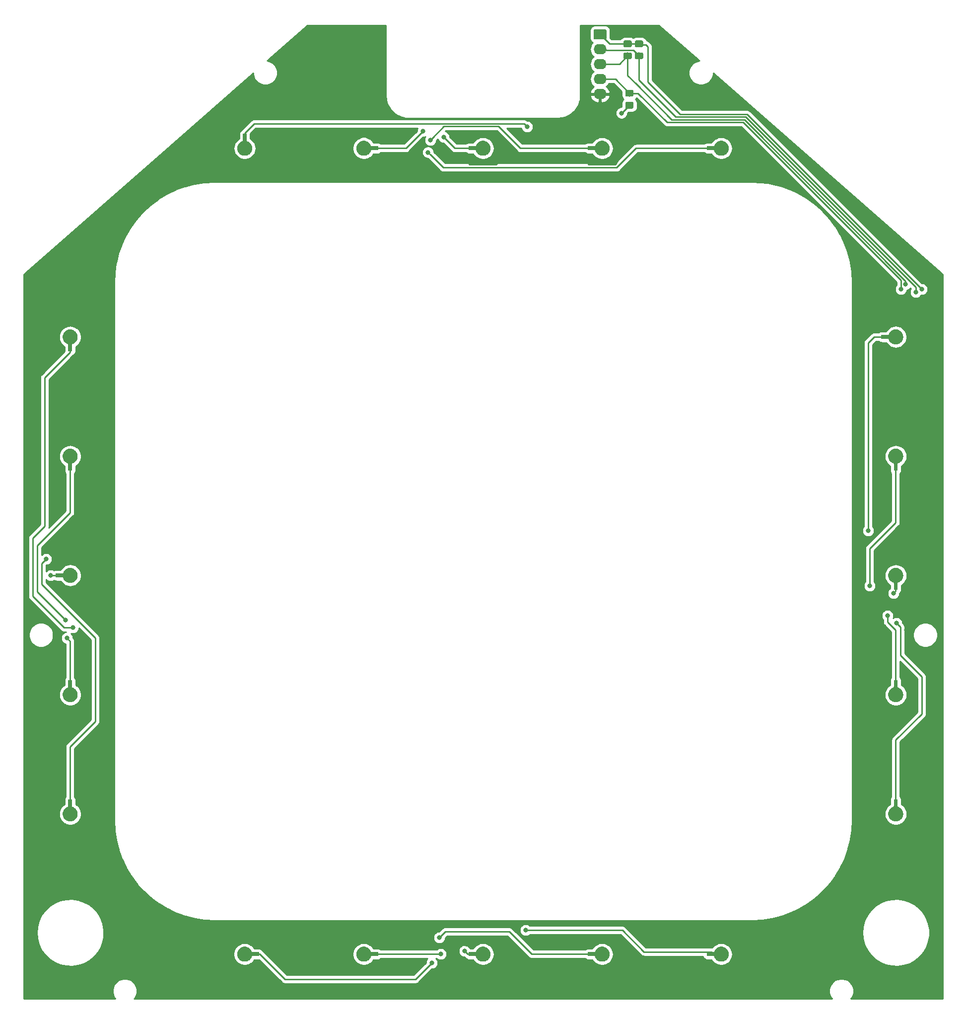
<source format=gbr>
G04 #@! TF.GenerationSoftware,KiCad,Pcbnew,(5.1.4-0-10_14)*
G04 #@! TF.CreationDate,2019-10-28T10:16:14+01:00*
G04 #@! TF.ProjectId,Buttons_DDI,42757474-6f6e-4735-9f44-44492e6b6963,rev?*
G04 #@! TF.SameCoordinates,Original*
G04 #@! TF.FileFunction,Copper,L1,Top*
G04 #@! TF.FilePolarity,Positive*
%FSLAX46Y46*%
G04 Gerber Fmt 4.6, Leading zero omitted, Abs format (unit mm)*
G04 Created by KiCad (PCBNEW (5.1.4-0-10_14)) date 2019-10-28 10:16:14*
%MOMM*%
%LPD*%
G04 APERTURE LIST*
%ADD10C,0.608000*%
%ADD11C,0.100000*%
%ADD12C,0.640000*%
%ADD13C,1.740000*%
%ADD14O,2.200000X1.740000*%
%ADD15C,1.150000*%
%ADD16C,0.800000*%
%ADD17C,0.250000*%
%ADD18C,0.254000*%
G04 APERTURE END LIST*
D10*
X78442000Y-29240000D03*
D11*
G36*
X78342632Y-27870841D02*
G01*
X78356701Y-27875109D01*
X78369668Y-27882040D01*
X78381033Y-27891367D01*
X78392312Y-27905813D01*
X79001912Y-28921813D01*
X79008204Y-28935101D01*
X79011783Y-28949361D01*
X79012600Y-28960400D01*
X79012600Y-29468400D01*
X79011159Y-29483032D01*
X79006891Y-29497101D01*
X78999960Y-29510068D01*
X78990633Y-29521433D01*
X78987000Y-29524415D01*
X78987000Y-29544000D01*
X77897000Y-29544000D01*
X77897000Y-28984600D01*
X74186600Y-28984600D01*
X74186600Y-32695400D01*
X77897400Y-32695400D01*
X77897400Y-32211600D01*
X77898841Y-32196968D01*
X77903109Y-32182899D01*
X77910040Y-32169932D01*
X77919367Y-32158567D01*
X77930732Y-32149240D01*
X77943699Y-32142309D01*
X77957768Y-32138041D01*
X77972400Y-32136600D01*
X78937600Y-32136600D01*
X78952232Y-32138041D01*
X78966301Y-32142309D01*
X78979268Y-32149240D01*
X78990633Y-32158567D01*
X78999960Y-32169932D01*
X79006891Y-32182899D01*
X79011159Y-32196968D01*
X79012600Y-32211600D01*
X79012600Y-32719600D01*
X79011159Y-32734232D01*
X79006891Y-32748301D01*
X79001912Y-32758187D01*
X78392312Y-33774187D01*
X78383548Y-33785992D01*
X78372650Y-33795861D01*
X78360036Y-33803414D01*
X78346190Y-33808361D01*
X78328000Y-33810600D01*
X73756000Y-33810600D01*
X73741368Y-33809159D01*
X73727299Y-33804891D01*
X73714332Y-33797960D01*
X73702967Y-33788633D01*
X73691688Y-33774187D01*
X73082088Y-32758187D01*
X73075796Y-32744899D01*
X73072217Y-32730639D01*
X73071400Y-32719600D01*
X73071400Y-28909600D01*
X73072841Y-28894968D01*
X73077109Y-28880899D01*
X73081493Y-28872022D01*
X73640293Y-27906822D01*
X73648871Y-27894882D01*
X73659614Y-27884844D01*
X73672109Y-27877095D01*
X73685875Y-27871932D01*
X73705200Y-27869400D01*
X78328000Y-27869400D01*
X78342632Y-27870841D01*
X78342632Y-27870841D01*
G37*
D12*
X77292000Y-30840000D03*
D11*
G36*
X76229790Y-29574024D02*
G01*
X76352973Y-29598527D01*
X76473161Y-29634986D01*
X76589197Y-29683049D01*
X76699963Y-29742255D01*
X76804393Y-29812033D01*
X76901480Y-29891710D01*
X76990290Y-29980520D01*
X77069967Y-30077607D01*
X77139745Y-30182037D01*
X77198951Y-30292803D01*
X77247014Y-30408839D01*
X77278005Y-30511000D01*
X78455000Y-30511000D01*
X78455493Y-30511003D01*
X78455524Y-30511002D01*
X78455555Y-30511004D01*
X78456047Y-30511007D01*
X78459511Y-30511225D01*
X78462840Y-30511411D01*
X78463093Y-30511450D01*
X78463360Y-30511467D01*
X78466753Y-30512017D01*
X78469251Y-30512403D01*
X78469632Y-30512441D01*
X78469777Y-30512485D01*
X78470081Y-30512532D01*
X78470335Y-30512597D01*
X78470593Y-30512639D01*
X78473856Y-30513501D01*
X78477178Y-30514354D01*
X78477428Y-30514445D01*
X78477678Y-30514511D01*
X78480821Y-30515680D01*
X78483389Y-30516614D01*
X78483701Y-30516709D01*
X78483812Y-30516768D01*
X78484064Y-30516860D01*
X78484304Y-30516975D01*
X78484546Y-30517065D01*
X78487567Y-30518538D01*
X78490618Y-30520000D01*
X78517000Y-30520000D01*
X78517000Y-30543859D01*
X78517243Y-30544189D01*
X78517360Y-30544332D01*
X78517391Y-30544391D01*
X78517469Y-30544496D01*
X78517604Y-30544722D01*
X78517757Y-30544933D01*
X78519470Y-30547853D01*
X78521221Y-30550790D01*
X78521333Y-30551028D01*
X78521465Y-30551253D01*
X78522890Y-30554336D01*
X78524233Y-30557190D01*
X78524291Y-30557299D01*
X78524304Y-30557341D01*
X78524341Y-30557420D01*
X78524429Y-30557666D01*
X78524539Y-30557905D01*
X78525675Y-30561165D01*
X78526799Y-30564323D01*
X78526861Y-30564571D01*
X78526949Y-30564824D01*
X78527760Y-30568175D01*
X78528542Y-30571313D01*
X78528559Y-30571368D01*
X78528561Y-30571388D01*
X78528572Y-30571432D01*
X78528610Y-30571690D01*
X78528672Y-30571946D01*
X78529143Y-30575302D01*
X78529642Y-30578681D01*
X78529655Y-30578947D01*
X78529691Y-30579203D01*
X78529832Y-30582565D01*
X78530000Y-30586000D01*
X78530000Y-31094000D01*
X78529997Y-31094493D01*
X78529998Y-31094524D01*
X78529996Y-31094555D01*
X78529993Y-31095047D01*
X78529775Y-31098511D01*
X78529589Y-31101840D01*
X78529550Y-31102093D01*
X78529533Y-31102360D01*
X78528983Y-31105753D01*
X78528597Y-31108251D01*
X78528559Y-31108632D01*
X78528515Y-31108777D01*
X78528468Y-31109081D01*
X78528403Y-31109335D01*
X78528361Y-31109593D01*
X78527499Y-31112856D01*
X78526646Y-31116178D01*
X78526555Y-31116428D01*
X78526489Y-31116678D01*
X78525320Y-31119821D01*
X78524386Y-31122389D01*
X78524291Y-31122701D01*
X78524232Y-31122812D01*
X78524140Y-31123064D01*
X78524025Y-31123304D01*
X78523935Y-31123546D01*
X78522462Y-31126567D01*
X78520974Y-31129672D01*
X78520837Y-31129898D01*
X78520723Y-31130132D01*
X78518918Y-31133067D01*
X78517494Y-31135417D01*
X78517360Y-31135668D01*
X78517292Y-31135751D01*
X78517178Y-31135939D01*
X78517026Y-31136142D01*
X78517000Y-31136184D01*
X78517000Y-31160000D01*
X78490581Y-31160000D01*
X78490210Y-31160221D01*
X78489972Y-31160333D01*
X78489747Y-31160465D01*
X78486664Y-31161890D01*
X78483810Y-31163233D01*
X78483701Y-31163291D01*
X78483659Y-31163304D01*
X78483580Y-31163341D01*
X78483334Y-31163429D01*
X78483095Y-31163539D01*
X78479835Y-31164675D01*
X78476677Y-31165799D01*
X78476429Y-31165861D01*
X78476176Y-31165949D01*
X78472825Y-31166760D01*
X78469687Y-31167542D01*
X78469632Y-31167559D01*
X78469612Y-31167561D01*
X78469568Y-31167572D01*
X78469310Y-31167610D01*
X78469054Y-31167672D01*
X78465698Y-31168143D01*
X78462319Y-31168642D01*
X78462053Y-31168655D01*
X78461797Y-31168691D01*
X78458435Y-31168832D01*
X78455000Y-31169000D01*
X77278005Y-31169000D01*
X77247014Y-31271161D01*
X77198951Y-31387197D01*
X77139745Y-31497963D01*
X77069967Y-31602393D01*
X76990290Y-31699480D01*
X76901480Y-31788290D01*
X76804393Y-31867967D01*
X76699963Y-31937745D01*
X76589197Y-31996951D01*
X76473161Y-32045014D01*
X76352973Y-32081473D01*
X76229790Y-32105976D01*
X76104798Y-32118286D01*
X75979202Y-32118286D01*
X75854210Y-32105976D01*
X75731027Y-32081473D01*
X75610839Y-32045014D01*
X75494803Y-31996951D01*
X75384037Y-31937745D01*
X75279607Y-31867967D01*
X75182520Y-31788290D01*
X75093710Y-31699480D01*
X75014033Y-31602393D01*
X74944255Y-31497963D01*
X74885049Y-31387197D01*
X74836986Y-31271161D01*
X74800527Y-31150973D01*
X74776024Y-31027790D01*
X74763714Y-30902798D01*
X74763714Y-30777202D01*
X74776024Y-30652210D01*
X74800527Y-30529027D01*
X74836986Y-30408839D01*
X74885049Y-30292803D01*
X74944255Y-30182037D01*
X75014033Y-30077607D01*
X75093710Y-29980520D01*
X75182520Y-29891710D01*
X75279607Y-29812033D01*
X75384037Y-29742255D01*
X75494803Y-29683049D01*
X75610839Y-29634986D01*
X75731027Y-29598527D01*
X75854210Y-29574024D01*
X75979202Y-29561714D01*
X76104798Y-29561714D01*
X76229790Y-29574024D01*
X76229790Y-29574024D01*
G37*
D10*
X27552000Y-65390000D03*
D11*
G36*
X28921159Y-65290632D02*
G01*
X28916891Y-65304701D01*
X28909960Y-65317668D01*
X28900633Y-65329033D01*
X28886187Y-65340312D01*
X27870187Y-65949912D01*
X27856899Y-65956204D01*
X27842639Y-65959783D01*
X27831600Y-65960600D01*
X27323600Y-65960600D01*
X27308968Y-65959159D01*
X27294899Y-65954891D01*
X27281932Y-65947960D01*
X27270567Y-65938633D01*
X27267585Y-65935000D01*
X27248000Y-65935000D01*
X27248000Y-64845000D01*
X27807400Y-64845000D01*
X27807400Y-61134600D01*
X24096600Y-61134600D01*
X24096600Y-64845400D01*
X24580400Y-64845400D01*
X24595032Y-64846841D01*
X24609101Y-64851109D01*
X24622068Y-64858040D01*
X24633433Y-64867367D01*
X24642760Y-64878732D01*
X24649691Y-64891699D01*
X24653959Y-64905768D01*
X24655400Y-64920400D01*
X24655400Y-65885600D01*
X24653959Y-65900232D01*
X24649691Y-65914301D01*
X24642760Y-65927268D01*
X24633433Y-65938633D01*
X24622068Y-65947960D01*
X24609101Y-65954891D01*
X24595032Y-65959159D01*
X24580400Y-65960600D01*
X24072400Y-65960600D01*
X24057768Y-65959159D01*
X24043699Y-65954891D01*
X24033813Y-65949912D01*
X23017813Y-65340312D01*
X23006008Y-65331548D01*
X22996139Y-65320650D01*
X22988586Y-65308036D01*
X22983639Y-65294190D01*
X22981400Y-65276000D01*
X22981400Y-60704000D01*
X22982841Y-60689368D01*
X22987109Y-60675299D01*
X22994040Y-60662332D01*
X23003367Y-60650967D01*
X23017813Y-60639688D01*
X24033813Y-60030088D01*
X24047101Y-60023796D01*
X24061361Y-60020217D01*
X24072400Y-60019400D01*
X27882400Y-60019400D01*
X27897032Y-60020841D01*
X27911101Y-60025109D01*
X27919978Y-60029493D01*
X28885178Y-60588293D01*
X28897118Y-60596871D01*
X28907156Y-60607614D01*
X28914905Y-60620109D01*
X28920068Y-60633875D01*
X28922600Y-60653200D01*
X28922600Y-65276000D01*
X28921159Y-65290632D01*
X28921159Y-65290632D01*
G37*
D12*
X25952000Y-64240000D03*
D11*
G36*
X27217976Y-63177790D02*
G01*
X27193473Y-63300973D01*
X27157014Y-63421161D01*
X27108951Y-63537197D01*
X27049745Y-63647963D01*
X26979967Y-63752393D01*
X26900290Y-63849480D01*
X26811480Y-63938290D01*
X26714393Y-64017967D01*
X26609963Y-64087745D01*
X26499197Y-64146951D01*
X26383161Y-64195014D01*
X26281000Y-64226005D01*
X26281000Y-65403000D01*
X26280997Y-65403493D01*
X26280998Y-65403524D01*
X26280996Y-65403555D01*
X26280993Y-65404047D01*
X26280775Y-65407511D01*
X26280589Y-65410840D01*
X26280550Y-65411093D01*
X26280533Y-65411360D01*
X26279983Y-65414753D01*
X26279597Y-65417251D01*
X26279559Y-65417632D01*
X26279515Y-65417777D01*
X26279468Y-65418081D01*
X26279403Y-65418335D01*
X26279361Y-65418593D01*
X26278499Y-65421856D01*
X26277646Y-65425178D01*
X26277555Y-65425428D01*
X26277489Y-65425678D01*
X26276320Y-65428821D01*
X26275386Y-65431389D01*
X26275291Y-65431701D01*
X26275232Y-65431812D01*
X26275140Y-65432064D01*
X26275025Y-65432304D01*
X26274935Y-65432546D01*
X26273462Y-65435567D01*
X26272000Y-65438618D01*
X26272000Y-65465000D01*
X26248141Y-65465000D01*
X26247811Y-65465243D01*
X26247668Y-65465360D01*
X26247609Y-65465391D01*
X26247504Y-65465469D01*
X26247278Y-65465604D01*
X26247067Y-65465757D01*
X26244147Y-65467470D01*
X26241210Y-65469221D01*
X26240972Y-65469333D01*
X26240747Y-65469465D01*
X26237664Y-65470890D01*
X26234810Y-65472233D01*
X26234701Y-65472291D01*
X26234659Y-65472304D01*
X26234580Y-65472341D01*
X26234334Y-65472429D01*
X26234095Y-65472539D01*
X26230835Y-65473675D01*
X26227677Y-65474799D01*
X26227429Y-65474861D01*
X26227176Y-65474949D01*
X26223825Y-65475760D01*
X26220687Y-65476542D01*
X26220632Y-65476559D01*
X26220612Y-65476561D01*
X26220568Y-65476572D01*
X26220310Y-65476610D01*
X26220054Y-65476672D01*
X26216698Y-65477143D01*
X26213319Y-65477642D01*
X26213053Y-65477655D01*
X26212797Y-65477691D01*
X26209435Y-65477832D01*
X26206000Y-65478000D01*
X25698000Y-65478000D01*
X25697507Y-65477997D01*
X25697476Y-65477998D01*
X25697445Y-65477996D01*
X25696953Y-65477993D01*
X25693489Y-65477775D01*
X25690160Y-65477589D01*
X25689907Y-65477550D01*
X25689640Y-65477533D01*
X25686247Y-65476983D01*
X25683749Y-65476597D01*
X25683368Y-65476559D01*
X25683223Y-65476515D01*
X25682919Y-65476468D01*
X25682665Y-65476403D01*
X25682407Y-65476361D01*
X25679144Y-65475499D01*
X25675822Y-65474646D01*
X25675572Y-65474555D01*
X25675322Y-65474489D01*
X25672179Y-65473320D01*
X25669611Y-65472386D01*
X25669299Y-65472291D01*
X25669188Y-65472232D01*
X25668936Y-65472140D01*
X25668696Y-65472025D01*
X25668454Y-65471935D01*
X25665433Y-65470462D01*
X25662328Y-65468974D01*
X25662102Y-65468837D01*
X25661868Y-65468723D01*
X25658933Y-65466918D01*
X25656583Y-65465494D01*
X25656332Y-65465360D01*
X25656249Y-65465292D01*
X25656061Y-65465178D01*
X25655858Y-65465026D01*
X25655816Y-65465000D01*
X25632000Y-65465000D01*
X25632000Y-65438581D01*
X25631779Y-65438210D01*
X25631667Y-65437972D01*
X25631535Y-65437747D01*
X25630110Y-65434664D01*
X25628767Y-65431810D01*
X25628709Y-65431701D01*
X25628696Y-65431659D01*
X25628659Y-65431580D01*
X25628571Y-65431334D01*
X25628461Y-65431095D01*
X25627325Y-65427835D01*
X25626201Y-65424677D01*
X25626139Y-65424429D01*
X25626051Y-65424176D01*
X25625240Y-65420825D01*
X25624458Y-65417687D01*
X25624441Y-65417632D01*
X25624439Y-65417612D01*
X25624428Y-65417568D01*
X25624390Y-65417310D01*
X25624328Y-65417054D01*
X25623857Y-65413698D01*
X25623358Y-65410319D01*
X25623345Y-65410053D01*
X25623309Y-65409797D01*
X25623168Y-65406435D01*
X25623000Y-65403000D01*
X25623000Y-64226005D01*
X25520839Y-64195014D01*
X25404803Y-64146951D01*
X25294037Y-64087745D01*
X25189607Y-64017967D01*
X25092520Y-63938290D01*
X25003710Y-63849480D01*
X24924033Y-63752393D01*
X24854255Y-63647963D01*
X24795049Y-63537197D01*
X24746986Y-63421161D01*
X24710527Y-63300973D01*
X24686024Y-63177790D01*
X24673714Y-63052798D01*
X24673714Y-62927202D01*
X24686024Y-62802210D01*
X24710527Y-62679027D01*
X24746986Y-62558839D01*
X24795049Y-62442803D01*
X24854255Y-62332037D01*
X24924033Y-62227607D01*
X25003710Y-62130520D01*
X25092520Y-62041710D01*
X25189607Y-61962033D01*
X25294037Y-61892255D01*
X25404803Y-61833049D01*
X25520839Y-61784986D01*
X25641027Y-61748527D01*
X25764210Y-61724024D01*
X25889202Y-61711714D01*
X26014798Y-61711714D01*
X26139790Y-61724024D01*
X26262973Y-61748527D01*
X26383161Y-61784986D01*
X26499197Y-61833049D01*
X26609963Y-61892255D01*
X26714393Y-61962033D01*
X26811480Y-62041710D01*
X26900290Y-62130520D01*
X26979967Y-62227607D01*
X27049745Y-62332037D01*
X27108951Y-62442803D01*
X27157014Y-62558839D01*
X27193473Y-62679027D01*
X27217976Y-62802210D01*
X27230286Y-62927202D01*
X27230286Y-63052798D01*
X27217976Y-63177790D01*
X27217976Y-63177790D01*
G37*
D10*
X27552000Y-85710000D03*
D11*
G36*
X28921159Y-85610632D02*
G01*
X28916891Y-85624701D01*
X28909960Y-85637668D01*
X28900633Y-85649033D01*
X28886187Y-85660312D01*
X27870187Y-86269912D01*
X27856899Y-86276204D01*
X27842639Y-86279783D01*
X27831600Y-86280600D01*
X27323600Y-86280600D01*
X27308968Y-86279159D01*
X27294899Y-86274891D01*
X27281932Y-86267960D01*
X27270567Y-86258633D01*
X27267585Y-86255000D01*
X27248000Y-86255000D01*
X27248000Y-85165000D01*
X27807400Y-85165000D01*
X27807400Y-81454600D01*
X24096600Y-81454600D01*
X24096600Y-85165400D01*
X24580400Y-85165400D01*
X24595032Y-85166841D01*
X24609101Y-85171109D01*
X24622068Y-85178040D01*
X24633433Y-85187367D01*
X24642760Y-85198732D01*
X24649691Y-85211699D01*
X24653959Y-85225768D01*
X24655400Y-85240400D01*
X24655400Y-86205600D01*
X24653959Y-86220232D01*
X24649691Y-86234301D01*
X24642760Y-86247268D01*
X24633433Y-86258633D01*
X24622068Y-86267960D01*
X24609101Y-86274891D01*
X24595032Y-86279159D01*
X24580400Y-86280600D01*
X24072400Y-86280600D01*
X24057768Y-86279159D01*
X24043699Y-86274891D01*
X24033813Y-86269912D01*
X23017813Y-85660312D01*
X23006008Y-85651548D01*
X22996139Y-85640650D01*
X22988586Y-85628036D01*
X22983639Y-85614190D01*
X22981400Y-85596000D01*
X22981400Y-81024000D01*
X22982841Y-81009368D01*
X22987109Y-80995299D01*
X22994040Y-80982332D01*
X23003367Y-80970967D01*
X23017813Y-80959688D01*
X24033813Y-80350088D01*
X24047101Y-80343796D01*
X24061361Y-80340217D01*
X24072400Y-80339400D01*
X27882400Y-80339400D01*
X27897032Y-80340841D01*
X27911101Y-80345109D01*
X27919978Y-80349493D01*
X28885178Y-80908293D01*
X28897118Y-80916871D01*
X28907156Y-80927614D01*
X28914905Y-80940109D01*
X28920068Y-80953875D01*
X28922600Y-80973200D01*
X28922600Y-85596000D01*
X28921159Y-85610632D01*
X28921159Y-85610632D01*
G37*
D12*
X25952000Y-84560000D03*
D11*
G36*
X27217976Y-83497790D02*
G01*
X27193473Y-83620973D01*
X27157014Y-83741161D01*
X27108951Y-83857197D01*
X27049745Y-83967963D01*
X26979967Y-84072393D01*
X26900290Y-84169480D01*
X26811480Y-84258290D01*
X26714393Y-84337967D01*
X26609963Y-84407745D01*
X26499197Y-84466951D01*
X26383161Y-84515014D01*
X26281000Y-84546005D01*
X26281000Y-85723000D01*
X26280997Y-85723493D01*
X26280998Y-85723524D01*
X26280996Y-85723555D01*
X26280993Y-85724047D01*
X26280775Y-85727511D01*
X26280589Y-85730840D01*
X26280550Y-85731093D01*
X26280533Y-85731360D01*
X26279983Y-85734753D01*
X26279597Y-85737251D01*
X26279559Y-85737632D01*
X26279515Y-85737777D01*
X26279468Y-85738081D01*
X26279403Y-85738335D01*
X26279361Y-85738593D01*
X26278499Y-85741856D01*
X26277646Y-85745178D01*
X26277555Y-85745428D01*
X26277489Y-85745678D01*
X26276320Y-85748821D01*
X26275386Y-85751389D01*
X26275291Y-85751701D01*
X26275232Y-85751812D01*
X26275140Y-85752064D01*
X26275025Y-85752304D01*
X26274935Y-85752546D01*
X26273462Y-85755567D01*
X26272000Y-85758618D01*
X26272000Y-85785000D01*
X26248141Y-85785000D01*
X26247811Y-85785243D01*
X26247668Y-85785360D01*
X26247609Y-85785391D01*
X26247504Y-85785469D01*
X26247278Y-85785604D01*
X26247067Y-85785757D01*
X26244147Y-85787470D01*
X26241210Y-85789221D01*
X26240972Y-85789333D01*
X26240747Y-85789465D01*
X26237664Y-85790890D01*
X26234810Y-85792233D01*
X26234701Y-85792291D01*
X26234659Y-85792304D01*
X26234580Y-85792341D01*
X26234334Y-85792429D01*
X26234095Y-85792539D01*
X26230835Y-85793675D01*
X26227677Y-85794799D01*
X26227429Y-85794861D01*
X26227176Y-85794949D01*
X26223825Y-85795760D01*
X26220687Y-85796542D01*
X26220632Y-85796559D01*
X26220612Y-85796561D01*
X26220568Y-85796572D01*
X26220310Y-85796610D01*
X26220054Y-85796672D01*
X26216698Y-85797143D01*
X26213319Y-85797642D01*
X26213053Y-85797655D01*
X26212797Y-85797691D01*
X26209435Y-85797832D01*
X26206000Y-85798000D01*
X25698000Y-85798000D01*
X25697507Y-85797997D01*
X25697476Y-85797998D01*
X25697445Y-85797996D01*
X25696953Y-85797993D01*
X25693489Y-85797775D01*
X25690160Y-85797589D01*
X25689907Y-85797550D01*
X25689640Y-85797533D01*
X25686247Y-85796983D01*
X25683749Y-85796597D01*
X25683368Y-85796559D01*
X25683223Y-85796515D01*
X25682919Y-85796468D01*
X25682665Y-85796403D01*
X25682407Y-85796361D01*
X25679144Y-85795499D01*
X25675822Y-85794646D01*
X25675572Y-85794555D01*
X25675322Y-85794489D01*
X25672179Y-85793320D01*
X25669611Y-85792386D01*
X25669299Y-85792291D01*
X25669188Y-85792232D01*
X25668936Y-85792140D01*
X25668696Y-85792025D01*
X25668454Y-85791935D01*
X25665433Y-85790462D01*
X25662328Y-85788974D01*
X25662102Y-85788837D01*
X25661868Y-85788723D01*
X25658933Y-85786918D01*
X25656583Y-85785494D01*
X25656332Y-85785360D01*
X25656249Y-85785292D01*
X25656061Y-85785178D01*
X25655858Y-85785026D01*
X25655816Y-85785000D01*
X25632000Y-85785000D01*
X25632000Y-85758581D01*
X25631779Y-85758210D01*
X25631667Y-85757972D01*
X25631535Y-85757747D01*
X25630110Y-85754664D01*
X25628767Y-85751810D01*
X25628709Y-85751701D01*
X25628696Y-85751659D01*
X25628659Y-85751580D01*
X25628571Y-85751334D01*
X25628461Y-85751095D01*
X25627325Y-85747835D01*
X25626201Y-85744677D01*
X25626139Y-85744429D01*
X25626051Y-85744176D01*
X25625240Y-85740825D01*
X25624458Y-85737687D01*
X25624441Y-85737632D01*
X25624439Y-85737612D01*
X25624428Y-85737568D01*
X25624390Y-85737310D01*
X25624328Y-85737054D01*
X25623857Y-85733698D01*
X25623358Y-85730319D01*
X25623345Y-85730053D01*
X25623309Y-85729797D01*
X25623168Y-85726435D01*
X25623000Y-85723000D01*
X25623000Y-84546005D01*
X25520839Y-84515014D01*
X25404803Y-84466951D01*
X25294037Y-84407745D01*
X25189607Y-84337967D01*
X25092520Y-84258290D01*
X25003710Y-84169480D01*
X24924033Y-84072393D01*
X24854255Y-83967963D01*
X24795049Y-83857197D01*
X24746986Y-83741161D01*
X24710527Y-83620973D01*
X24686024Y-83497790D01*
X24673714Y-83372798D01*
X24673714Y-83247202D01*
X24686024Y-83122210D01*
X24710527Y-82999027D01*
X24746986Y-82878839D01*
X24795049Y-82762803D01*
X24854255Y-82652037D01*
X24924033Y-82547607D01*
X25003710Y-82450520D01*
X25092520Y-82361710D01*
X25189607Y-82282033D01*
X25294037Y-82212255D01*
X25404803Y-82153049D01*
X25520839Y-82104986D01*
X25641027Y-82068527D01*
X25764210Y-82044024D01*
X25889202Y-82031714D01*
X26014798Y-82031714D01*
X26139790Y-82044024D01*
X26262973Y-82068527D01*
X26383161Y-82104986D01*
X26499197Y-82153049D01*
X26609963Y-82212255D01*
X26714393Y-82282033D01*
X26811480Y-82361710D01*
X26900290Y-82450520D01*
X26979967Y-82547607D01*
X27049745Y-82652037D01*
X27108951Y-82762803D01*
X27157014Y-82878839D01*
X27193473Y-82999027D01*
X27217976Y-83122210D01*
X27230286Y-83247202D01*
X27230286Y-83372798D01*
X27217976Y-83497790D01*
X27217976Y-83497790D01*
G37*
D10*
X23552000Y-105230000D03*
D11*
G36*
X23651368Y-106599159D02*
G01*
X23637299Y-106594891D01*
X23624332Y-106587960D01*
X23612967Y-106578633D01*
X23601688Y-106564187D01*
X22992088Y-105548187D01*
X22985796Y-105534899D01*
X22982217Y-105520639D01*
X22981400Y-105509600D01*
X22981400Y-105001600D01*
X22982841Y-104986968D01*
X22987109Y-104972899D01*
X22994040Y-104959932D01*
X23003367Y-104948567D01*
X23007000Y-104945585D01*
X23007000Y-104926000D01*
X24097000Y-104926000D01*
X24097000Y-105485400D01*
X27807400Y-105485400D01*
X27807400Y-101774600D01*
X24096600Y-101774600D01*
X24096600Y-102258400D01*
X24095159Y-102273032D01*
X24090891Y-102287101D01*
X24083960Y-102300068D01*
X24074633Y-102311433D01*
X24063268Y-102320760D01*
X24050301Y-102327691D01*
X24036232Y-102331959D01*
X24021600Y-102333400D01*
X23056400Y-102333400D01*
X23041768Y-102331959D01*
X23027699Y-102327691D01*
X23014732Y-102320760D01*
X23003367Y-102311433D01*
X22994040Y-102300068D01*
X22987109Y-102287101D01*
X22982841Y-102273032D01*
X22981400Y-102258400D01*
X22981400Y-101750400D01*
X22982841Y-101735768D01*
X22987109Y-101721699D01*
X22992088Y-101711813D01*
X23601688Y-100695813D01*
X23610452Y-100684008D01*
X23621350Y-100674139D01*
X23633964Y-100666586D01*
X23647810Y-100661639D01*
X23666000Y-100659400D01*
X28238000Y-100659400D01*
X28252632Y-100660841D01*
X28266701Y-100665109D01*
X28279668Y-100672040D01*
X28291033Y-100681367D01*
X28302312Y-100695813D01*
X28911912Y-101711813D01*
X28918204Y-101725101D01*
X28921783Y-101739361D01*
X28922600Y-101750400D01*
X28922600Y-105560400D01*
X28921159Y-105575032D01*
X28916891Y-105589101D01*
X28912507Y-105597978D01*
X28353707Y-106563178D01*
X28345129Y-106575118D01*
X28334386Y-106585156D01*
X28321891Y-106592905D01*
X28308125Y-106598068D01*
X28288800Y-106600600D01*
X23666000Y-106600600D01*
X23651368Y-106599159D01*
X23651368Y-106599159D01*
G37*
D12*
X24702000Y-103630000D03*
D11*
G36*
X25764210Y-104895976D02*
G01*
X25641027Y-104871473D01*
X25520839Y-104835014D01*
X25404803Y-104786951D01*
X25294037Y-104727745D01*
X25189607Y-104657967D01*
X25092520Y-104578290D01*
X25003710Y-104489480D01*
X24924033Y-104392393D01*
X24854255Y-104287963D01*
X24795049Y-104177197D01*
X24746986Y-104061161D01*
X24715995Y-103959000D01*
X23539000Y-103959000D01*
X23538507Y-103958997D01*
X23538476Y-103958998D01*
X23538445Y-103958996D01*
X23537953Y-103958993D01*
X23534489Y-103958775D01*
X23531160Y-103958589D01*
X23530907Y-103958550D01*
X23530640Y-103958533D01*
X23527247Y-103957983D01*
X23524749Y-103957597D01*
X23524368Y-103957559D01*
X23524223Y-103957515D01*
X23523919Y-103957468D01*
X23523665Y-103957403D01*
X23523407Y-103957361D01*
X23520144Y-103956499D01*
X23516822Y-103955646D01*
X23516572Y-103955555D01*
X23516322Y-103955489D01*
X23513179Y-103954320D01*
X23510611Y-103953386D01*
X23510299Y-103953291D01*
X23510188Y-103953232D01*
X23509936Y-103953140D01*
X23509696Y-103953025D01*
X23509454Y-103952935D01*
X23506433Y-103951462D01*
X23503382Y-103950000D01*
X23477000Y-103950000D01*
X23477000Y-103926141D01*
X23476757Y-103925811D01*
X23476640Y-103925668D01*
X23476609Y-103925609D01*
X23476531Y-103925504D01*
X23476396Y-103925278D01*
X23476243Y-103925067D01*
X23474530Y-103922147D01*
X23472779Y-103919210D01*
X23472667Y-103918972D01*
X23472535Y-103918747D01*
X23471110Y-103915664D01*
X23469767Y-103912810D01*
X23469709Y-103912701D01*
X23469696Y-103912659D01*
X23469659Y-103912580D01*
X23469571Y-103912334D01*
X23469461Y-103912095D01*
X23468325Y-103908835D01*
X23467201Y-103905677D01*
X23467139Y-103905429D01*
X23467051Y-103905176D01*
X23466240Y-103901825D01*
X23465458Y-103898687D01*
X23465441Y-103898632D01*
X23465439Y-103898612D01*
X23465428Y-103898568D01*
X23465390Y-103898310D01*
X23465328Y-103898054D01*
X23464857Y-103894698D01*
X23464358Y-103891319D01*
X23464345Y-103891053D01*
X23464309Y-103890797D01*
X23464168Y-103887435D01*
X23464000Y-103884000D01*
X23464000Y-103376000D01*
X23464003Y-103375507D01*
X23464002Y-103375476D01*
X23464004Y-103375445D01*
X23464007Y-103374953D01*
X23464225Y-103371489D01*
X23464411Y-103368160D01*
X23464450Y-103367907D01*
X23464467Y-103367640D01*
X23465017Y-103364247D01*
X23465403Y-103361749D01*
X23465441Y-103361368D01*
X23465485Y-103361223D01*
X23465532Y-103360919D01*
X23465597Y-103360665D01*
X23465639Y-103360407D01*
X23466501Y-103357144D01*
X23467354Y-103353822D01*
X23467445Y-103353572D01*
X23467511Y-103353322D01*
X23468680Y-103350179D01*
X23469614Y-103347611D01*
X23469709Y-103347299D01*
X23469768Y-103347188D01*
X23469860Y-103346936D01*
X23469975Y-103346696D01*
X23470065Y-103346454D01*
X23471538Y-103343433D01*
X23473026Y-103340328D01*
X23473163Y-103340102D01*
X23473277Y-103339868D01*
X23475082Y-103336933D01*
X23476506Y-103334583D01*
X23476640Y-103334332D01*
X23476708Y-103334249D01*
X23476822Y-103334061D01*
X23476974Y-103333858D01*
X23477000Y-103333816D01*
X23477000Y-103310000D01*
X23503419Y-103310000D01*
X23503790Y-103309779D01*
X23504028Y-103309667D01*
X23504253Y-103309535D01*
X23507336Y-103308110D01*
X23510190Y-103306767D01*
X23510299Y-103306709D01*
X23510341Y-103306696D01*
X23510420Y-103306659D01*
X23510666Y-103306571D01*
X23510905Y-103306461D01*
X23514165Y-103305325D01*
X23517323Y-103304201D01*
X23517571Y-103304139D01*
X23517824Y-103304051D01*
X23521175Y-103303240D01*
X23524313Y-103302458D01*
X23524368Y-103302441D01*
X23524388Y-103302439D01*
X23524432Y-103302428D01*
X23524690Y-103302390D01*
X23524946Y-103302328D01*
X23528302Y-103301857D01*
X23531681Y-103301358D01*
X23531947Y-103301345D01*
X23532203Y-103301309D01*
X23535565Y-103301168D01*
X23539000Y-103301000D01*
X24715995Y-103301000D01*
X24746986Y-103198839D01*
X24795049Y-103082803D01*
X24854255Y-102972037D01*
X24924033Y-102867607D01*
X25003710Y-102770520D01*
X25092520Y-102681710D01*
X25189607Y-102602033D01*
X25294037Y-102532255D01*
X25404803Y-102473049D01*
X25520839Y-102424986D01*
X25641027Y-102388527D01*
X25764210Y-102364024D01*
X25889202Y-102351714D01*
X26014798Y-102351714D01*
X26139790Y-102364024D01*
X26262973Y-102388527D01*
X26383161Y-102424986D01*
X26499197Y-102473049D01*
X26609963Y-102532255D01*
X26714393Y-102602033D01*
X26811480Y-102681710D01*
X26900290Y-102770520D01*
X26979967Y-102867607D01*
X27049745Y-102972037D01*
X27108951Y-103082803D01*
X27157014Y-103198839D01*
X27193473Y-103319027D01*
X27217976Y-103442210D01*
X27230286Y-103567202D01*
X27230286Y-103692798D01*
X27217976Y-103817790D01*
X27193473Y-103940973D01*
X27157014Y-104061161D01*
X27108951Y-104177197D01*
X27049745Y-104287963D01*
X26979967Y-104392393D01*
X26900290Y-104489480D01*
X26811480Y-104578290D01*
X26714393Y-104657967D01*
X26609963Y-104727745D01*
X26499197Y-104786951D01*
X26383161Y-104835014D01*
X26262973Y-104871473D01*
X26139790Y-104895976D01*
X26014798Y-104908286D01*
X25889202Y-104908286D01*
X25764210Y-104895976D01*
X25764210Y-104895976D01*
G37*
D10*
X24352000Y-121550000D03*
D11*
G36*
X22982841Y-121649368D02*
G01*
X22987109Y-121635299D01*
X22994040Y-121622332D01*
X23003367Y-121610967D01*
X23017813Y-121599688D01*
X24033813Y-120990088D01*
X24047101Y-120983796D01*
X24061361Y-120980217D01*
X24072400Y-120979400D01*
X24580400Y-120979400D01*
X24595032Y-120980841D01*
X24609101Y-120985109D01*
X24622068Y-120992040D01*
X24633433Y-121001367D01*
X24636415Y-121005000D01*
X24656000Y-121005000D01*
X24656000Y-122095000D01*
X24096600Y-122095000D01*
X24096600Y-125805400D01*
X27807400Y-125805400D01*
X27807400Y-122094600D01*
X27323600Y-122094600D01*
X27308968Y-122093159D01*
X27294899Y-122088891D01*
X27281932Y-122081960D01*
X27270567Y-122072633D01*
X27261240Y-122061268D01*
X27254309Y-122048301D01*
X27250041Y-122034232D01*
X27248600Y-122019600D01*
X27248600Y-121054400D01*
X27250041Y-121039768D01*
X27254309Y-121025699D01*
X27261240Y-121012732D01*
X27270567Y-121001367D01*
X27281932Y-120992040D01*
X27294899Y-120985109D01*
X27308968Y-120980841D01*
X27323600Y-120979400D01*
X27831600Y-120979400D01*
X27846232Y-120980841D01*
X27860301Y-120985109D01*
X27870187Y-120990088D01*
X28886187Y-121599688D01*
X28897992Y-121608452D01*
X28907861Y-121619350D01*
X28915414Y-121631964D01*
X28920361Y-121645810D01*
X28922600Y-121664000D01*
X28922600Y-126236000D01*
X28921159Y-126250632D01*
X28916891Y-126264701D01*
X28909960Y-126277668D01*
X28900633Y-126289033D01*
X28886187Y-126300312D01*
X27870187Y-126909912D01*
X27856899Y-126916204D01*
X27842639Y-126919783D01*
X27831600Y-126920600D01*
X24021600Y-126920600D01*
X24006968Y-126919159D01*
X23992899Y-126914891D01*
X23984022Y-126910507D01*
X23018822Y-126351707D01*
X23006882Y-126343129D01*
X22996844Y-126332386D01*
X22989095Y-126319891D01*
X22983932Y-126306125D01*
X22981400Y-126286800D01*
X22981400Y-121664000D01*
X22982841Y-121649368D01*
X22982841Y-121649368D01*
G37*
D12*
X25952000Y-122700000D03*
D11*
G36*
X24686024Y-123762210D02*
G01*
X24710527Y-123639027D01*
X24746986Y-123518839D01*
X24795049Y-123402803D01*
X24854255Y-123292037D01*
X24924033Y-123187607D01*
X25003710Y-123090520D01*
X25092520Y-123001710D01*
X25189607Y-122922033D01*
X25294037Y-122852255D01*
X25404803Y-122793049D01*
X25520839Y-122744986D01*
X25623000Y-122713995D01*
X25623000Y-121537000D01*
X25623003Y-121536507D01*
X25623002Y-121536476D01*
X25623004Y-121536445D01*
X25623007Y-121535953D01*
X25623225Y-121532489D01*
X25623411Y-121529160D01*
X25623450Y-121528907D01*
X25623467Y-121528640D01*
X25624017Y-121525247D01*
X25624403Y-121522749D01*
X25624441Y-121522368D01*
X25624485Y-121522223D01*
X25624532Y-121521919D01*
X25624597Y-121521665D01*
X25624639Y-121521407D01*
X25625501Y-121518144D01*
X25626354Y-121514822D01*
X25626445Y-121514572D01*
X25626511Y-121514322D01*
X25627680Y-121511179D01*
X25628614Y-121508611D01*
X25628709Y-121508299D01*
X25628768Y-121508188D01*
X25628860Y-121507936D01*
X25628975Y-121507696D01*
X25629065Y-121507454D01*
X25630538Y-121504433D01*
X25632000Y-121501382D01*
X25632000Y-121475000D01*
X25655859Y-121475000D01*
X25656189Y-121474757D01*
X25656332Y-121474640D01*
X25656391Y-121474609D01*
X25656496Y-121474531D01*
X25656722Y-121474396D01*
X25656933Y-121474243D01*
X25659853Y-121472530D01*
X25662790Y-121470779D01*
X25663028Y-121470667D01*
X25663253Y-121470535D01*
X25666336Y-121469110D01*
X25669190Y-121467767D01*
X25669299Y-121467709D01*
X25669341Y-121467696D01*
X25669420Y-121467659D01*
X25669666Y-121467571D01*
X25669905Y-121467461D01*
X25673165Y-121466325D01*
X25676323Y-121465201D01*
X25676571Y-121465139D01*
X25676824Y-121465051D01*
X25680175Y-121464240D01*
X25683313Y-121463458D01*
X25683368Y-121463441D01*
X25683388Y-121463439D01*
X25683432Y-121463428D01*
X25683690Y-121463390D01*
X25683946Y-121463328D01*
X25687302Y-121462857D01*
X25690681Y-121462358D01*
X25690947Y-121462345D01*
X25691203Y-121462309D01*
X25694565Y-121462168D01*
X25698000Y-121462000D01*
X26206000Y-121462000D01*
X26206493Y-121462003D01*
X26206524Y-121462002D01*
X26206555Y-121462004D01*
X26207047Y-121462007D01*
X26210511Y-121462225D01*
X26213840Y-121462411D01*
X26214093Y-121462450D01*
X26214360Y-121462467D01*
X26217753Y-121463017D01*
X26220251Y-121463403D01*
X26220632Y-121463441D01*
X26220777Y-121463485D01*
X26221081Y-121463532D01*
X26221335Y-121463597D01*
X26221593Y-121463639D01*
X26224856Y-121464501D01*
X26228178Y-121465354D01*
X26228428Y-121465445D01*
X26228678Y-121465511D01*
X26231821Y-121466680D01*
X26234389Y-121467614D01*
X26234701Y-121467709D01*
X26234812Y-121467768D01*
X26235064Y-121467860D01*
X26235304Y-121467975D01*
X26235546Y-121468065D01*
X26238567Y-121469538D01*
X26241672Y-121471026D01*
X26241898Y-121471163D01*
X26242132Y-121471277D01*
X26245067Y-121473082D01*
X26247417Y-121474506D01*
X26247668Y-121474640D01*
X26247751Y-121474708D01*
X26247939Y-121474822D01*
X26248142Y-121474974D01*
X26248184Y-121475000D01*
X26272000Y-121475000D01*
X26272000Y-121501419D01*
X26272221Y-121501790D01*
X26272333Y-121502028D01*
X26272465Y-121502253D01*
X26273890Y-121505336D01*
X26275233Y-121508190D01*
X26275291Y-121508299D01*
X26275304Y-121508341D01*
X26275341Y-121508420D01*
X26275429Y-121508666D01*
X26275539Y-121508905D01*
X26276675Y-121512165D01*
X26277799Y-121515323D01*
X26277861Y-121515571D01*
X26277949Y-121515824D01*
X26278760Y-121519175D01*
X26279542Y-121522313D01*
X26279559Y-121522368D01*
X26279561Y-121522388D01*
X26279572Y-121522432D01*
X26279610Y-121522690D01*
X26279672Y-121522946D01*
X26280143Y-121526302D01*
X26280642Y-121529681D01*
X26280655Y-121529947D01*
X26280691Y-121530203D01*
X26280832Y-121533565D01*
X26281000Y-121537000D01*
X26281000Y-122713995D01*
X26383161Y-122744986D01*
X26499197Y-122793049D01*
X26609963Y-122852255D01*
X26714393Y-122922033D01*
X26811480Y-123001710D01*
X26900290Y-123090520D01*
X26979967Y-123187607D01*
X27049745Y-123292037D01*
X27108951Y-123402803D01*
X27157014Y-123518839D01*
X27193473Y-123639027D01*
X27217976Y-123762210D01*
X27230286Y-123887202D01*
X27230286Y-124012798D01*
X27217976Y-124137790D01*
X27193473Y-124260973D01*
X27157014Y-124381161D01*
X27108951Y-124497197D01*
X27049745Y-124607963D01*
X26979967Y-124712393D01*
X26900290Y-124809480D01*
X26811480Y-124898290D01*
X26714393Y-124977967D01*
X26609963Y-125047745D01*
X26499197Y-125106951D01*
X26383161Y-125155014D01*
X26262973Y-125191473D01*
X26139790Y-125215976D01*
X26014798Y-125228286D01*
X25889202Y-125228286D01*
X25764210Y-125215976D01*
X25641027Y-125191473D01*
X25520839Y-125155014D01*
X25404803Y-125106951D01*
X25294037Y-125047745D01*
X25189607Y-124977967D01*
X25092520Y-124898290D01*
X25003710Y-124809480D01*
X24924033Y-124712393D01*
X24854255Y-124607963D01*
X24795049Y-124497197D01*
X24746986Y-124381161D01*
X24710527Y-124260973D01*
X24686024Y-124137790D01*
X24673714Y-124012798D01*
X24673714Y-123887202D01*
X24686024Y-123762210D01*
X24686024Y-123762210D01*
G37*
D10*
X24352000Y-141870000D03*
D11*
G36*
X22982841Y-141969368D02*
G01*
X22987109Y-141955299D01*
X22994040Y-141942332D01*
X23003367Y-141930967D01*
X23017813Y-141919688D01*
X24033813Y-141310088D01*
X24047101Y-141303796D01*
X24061361Y-141300217D01*
X24072400Y-141299400D01*
X24580400Y-141299400D01*
X24595032Y-141300841D01*
X24609101Y-141305109D01*
X24622068Y-141312040D01*
X24633433Y-141321367D01*
X24636415Y-141325000D01*
X24656000Y-141325000D01*
X24656000Y-142415000D01*
X24096600Y-142415000D01*
X24096600Y-146125400D01*
X27807400Y-146125400D01*
X27807400Y-142414600D01*
X27323600Y-142414600D01*
X27308968Y-142413159D01*
X27294899Y-142408891D01*
X27281932Y-142401960D01*
X27270567Y-142392633D01*
X27261240Y-142381268D01*
X27254309Y-142368301D01*
X27250041Y-142354232D01*
X27248600Y-142339600D01*
X27248600Y-141374400D01*
X27250041Y-141359768D01*
X27254309Y-141345699D01*
X27261240Y-141332732D01*
X27270567Y-141321367D01*
X27281932Y-141312040D01*
X27294899Y-141305109D01*
X27308968Y-141300841D01*
X27323600Y-141299400D01*
X27831600Y-141299400D01*
X27846232Y-141300841D01*
X27860301Y-141305109D01*
X27870187Y-141310088D01*
X28886187Y-141919688D01*
X28897992Y-141928452D01*
X28907861Y-141939350D01*
X28915414Y-141951964D01*
X28920361Y-141965810D01*
X28922600Y-141984000D01*
X28922600Y-146556000D01*
X28921159Y-146570632D01*
X28916891Y-146584701D01*
X28909960Y-146597668D01*
X28900633Y-146609033D01*
X28886187Y-146620312D01*
X27870187Y-147229912D01*
X27856899Y-147236204D01*
X27842639Y-147239783D01*
X27831600Y-147240600D01*
X24021600Y-147240600D01*
X24006968Y-147239159D01*
X23992899Y-147234891D01*
X23984022Y-147230507D01*
X23018822Y-146671707D01*
X23006882Y-146663129D01*
X22996844Y-146652386D01*
X22989095Y-146639891D01*
X22983932Y-146626125D01*
X22981400Y-146606800D01*
X22981400Y-141984000D01*
X22982841Y-141969368D01*
X22982841Y-141969368D01*
G37*
D12*
X25952000Y-143020000D03*
D11*
G36*
X24686024Y-144082210D02*
G01*
X24710527Y-143959027D01*
X24746986Y-143838839D01*
X24795049Y-143722803D01*
X24854255Y-143612037D01*
X24924033Y-143507607D01*
X25003710Y-143410520D01*
X25092520Y-143321710D01*
X25189607Y-143242033D01*
X25294037Y-143172255D01*
X25404803Y-143113049D01*
X25520839Y-143064986D01*
X25623000Y-143033995D01*
X25623000Y-141857000D01*
X25623003Y-141856507D01*
X25623002Y-141856476D01*
X25623004Y-141856445D01*
X25623007Y-141855953D01*
X25623225Y-141852489D01*
X25623411Y-141849160D01*
X25623450Y-141848907D01*
X25623467Y-141848640D01*
X25624017Y-141845247D01*
X25624403Y-141842749D01*
X25624441Y-141842368D01*
X25624485Y-141842223D01*
X25624532Y-141841919D01*
X25624597Y-141841665D01*
X25624639Y-141841407D01*
X25625501Y-141838144D01*
X25626354Y-141834822D01*
X25626445Y-141834572D01*
X25626511Y-141834322D01*
X25627680Y-141831179D01*
X25628614Y-141828611D01*
X25628709Y-141828299D01*
X25628768Y-141828188D01*
X25628860Y-141827936D01*
X25628975Y-141827696D01*
X25629065Y-141827454D01*
X25630538Y-141824433D01*
X25632000Y-141821382D01*
X25632000Y-141795000D01*
X25655859Y-141795000D01*
X25656189Y-141794757D01*
X25656332Y-141794640D01*
X25656391Y-141794609D01*
X25656496Y-141794531D01*
X25656722Y-141794396D01*
X25656933Y-141794243D01*
X25659853Y-141792530D01*
X25662790Y-141790779D01*
X25663028Y-141790667D01*
X25663253Y-141790535D01*
X25666336Y-141789110D01*
X25669190Y-141787767D01*
X25669299Y-141787709D01*
X25669341Y-141787696D01*
X25669420Y-141787659D01*
X25669666Y-141787571D01*
X25669905Y-141787461D01*
X25673165Y-141786325D01*
X25676323Y-141785201D01*
X25676571Y-141785139D01*
X25676824Y-141785051D01*
X25680175Y-141784240D01*
X25683313Y-141783458D01*
X25683368Y-141783441D01*
X25683388Y-141783439D01*
X25683432Y-141783428D01*
X25683690Y-141783390D01*
X25683946Y-141783328D01*
X25687302Y-141782857D01*
X25690681Y-141782358D01*
X25690947Y-141782345D01*
X25691203Y-141782309D01*
X25694565Y-141782168D01*
X25698000Y-141782000D01*
X26206000Y-141782000D01*
X26206493Y-141782003D01*
X26206524Y-141782002D01*
X26206555Y-141782004D01*
X26207047Y-141782007D01*
X26210511Y-141782225D01*
X26213840Y-141782411D01*
X26214093Y-141782450D01*
X26214360Y-141782467D01*
X26217753Y-141783017D01*
X26220251Y-141783403D01*
X26220632Y-141783441D01*
X26220777Y-141783485D01*
X26221081Y-141783532D01*
X26221335Y-141783597D01*
X26221593Y-141783639D01*
X26224856Y-141784501D01*
X26228178Y-141785354D01*
X26228428Y-141785445D01*
X26228678Y-141785511D01*
X26231821Y-141786680D01*
X26234389Y-141787614D01*
X26234701Y-141787709D01*
X26234812Y-141787768D01*
X26235064Y-141787860D01*
X26235304Y-141787975D01*
X26235546Y-141788065D01*
X26238567Y-141789538D01*
X26241672Y-141791026D01*
X26241898Y-141791163D01*
X26242132Y-141791277D01*
X26245067Y-141793082D01*
X26247417Y-141794506D01*
X26247668Y-141794640D01*
X26247751Y-141794708D01*
X26247939Y-141794822D01*
X26248142Y-141794974D01*
X26248184Y-141795000D01*
X26272000Y-141795000D01*
X26272000Y-141821419D01*
X26272221Y-141821790D01*
X26272333Y-141822028D01*
X26272465Y-141822253D01*
X26273890Y-141825336D01*
X26275233Y-141828190D01*
X26275291Y-141828299D01*
X26275304Y-141828341D01*
X26275341Y-141828420D01*
X26275429Y-141828666D01*
X26275539Y-141828905D01*
X26276675Y-141832165D01*
X26277799Y-141835323D01*
X26277861Y-141835571D01*
X26277949Y-141835824D01*
X26278760Y-141839175D01*
X26279542Y-141842313D01*
X26279559Y-141842368D01*
X26279561Y-141842388D01*
X26279572Y-141842432D01*
X26279610Y-141842690D01*
X26279672Y-141842946D01*
X26280143Y-141846302D01*
X26280642Y-141849681D01*
X26280655Y-141849947D01*
X26280691Y-141850203D01*
X26280832Y-141853565D01*
X26281000Y-141857000D01*
X26281000Y-143033995D01*
X26383161Y-143064986D01*
X26499197Y-143113049D01*
X26609963Y-143172255D01*
X26714393Y-143242033D01*
X26811480Y-143321710D01*
X26900290Y-143410520D01*
X26979967Y-143507607D01*
X27049745Y-143612037D01*
X27108951Y-143722803D01*
X27157014Y-143838839D01*
X27193473Y-143959027D01*
X27217976Y-144082210D01*
X27230286Y-144207202D01*
X27230286Y-144332798D01*
X27217976Y-144457790D01*
X27193473Y-144580973D01*
X27157014Y-144701161D01*
X27108951Y-144817197D01*
X27049745Y-144927963D01*
X26979967Y-145032393D01*
X26900290Y-145129480D01*
X26811480Y-145218290D01*
X26714393Y-145297967D01*
X26609963Y-145367745D01*
X26499197Y-145426951D01*
X26383161Y-145475014D01*
X26262973Y-145511473D01*
X26139790Y-145535976D01*
X26014798Y-145548286D01*
X25889202Y-145548286D01*
X25764210Y-145535976D01*
X25641027Y-145511473D01*
X25520839Y-145475014D01*
X25404803Y-145426951D01*
X25294037Y-145367745D01*
X25189607Y-145297967D01*
X25092520Y-145218290D01*
X25003710Y-145129480D01*
X24924033Y-145032393D01*
X24854255Y-144927963D01*
X24795049Y-144817197D01*
X24746986Y-144701161D01*
X24710527Y-144580973D01*
X24686024Y-144457790D01*
X24673714Y-144332798D01*
X24673714Y-144207202D01*
X24686024Y-144082210D01*
X24686024Y-144082210D01*
G37*
D10*
X58122000Y-166570000D03*
D11*
G36*
X58022632Y-165200841D02*
G01*
X58036701Y-165205109D01*
X58049668Y-165212040D01*
X58061033Y-165221367D01*
X58072312Y-165235813D01*
X58681912Y-166251813D01*
X58688204Y-166265101D01*
X58691783Y-166279361D01*
X58692600Y-166290400D01*
X58692600Y-166798400D01*
X58691159Y-166813032D01*
X58686891Y-166827101D01*
X58679960Y-166840068D01*
X58670633Y-166851433D01*
X58667000Y-166854415D01*
X58667000Y-166874000D01*
X57577000Y-166874000D01*
X57577000Y-166314600D01*
X53866600Y-166314600D01*
X53866600Y-170025400D01*
X57577400Y-170025400D01*
X57577400Y-169541600D01*
X57578841Y-169526968D01*
X57583109Y-169512899D01*
X57590040Y-169499932D01*
X57599367Y-169488567D01*
X57610732Y-169479240D01*
X57623699Y-169472309D01*
X57637768Y-169468041D01*
X57652400Y-169466600D01*
X58617600Y-169466600D01*
X58632232Y-169468041D01*
X58646301Y-169472309D01*
X58659268Y-169479240D01*
X58670633Y-169488567D01*
X58679960Y-169499932D01*
X58686891Y-169512899D01*
X58691159Y-169526968D01*
X58692600Y-169541600D01*
X58692600Y-170049600D01*
X58691159Y-170064232D01*
X58686891Y-170078301D01*
X58681912Y-170088187D01*
X58072312Y-171104187D01*
X58063548Y-171115992D01*
X58052650Y-171125861D01*
X58040036Y-171133414D01*
X58026190Y-171138361D01*
X58008000Y-171140600D01*
X53436000Y-171140600D01*
X53421368Y-171139159D01*
X53407299Y-171134891D01*
X53394332Y-171127960D01*
X53382967Y-171118633D01*
X53371688Y-171104187D01*
X52762088Y-170088187D01*
X52755796Y-170074899D01*
X52752217Y-170060639D01*
X52751400Y-170049600D01*
X52751400Y-166239600D01*
X52752841Y-166224968D01*
X52757109Y-166210899D01*
X52761493Y-166202022D01*
X53320293Y-165236822D01*
X53328871Y-165224882D01*
X53339614Y-165214844D01*
X53352109Y-165207095D01*
X53365875Y-165201932D01*
X53385200Y-165199400D01*
X58008000Y-165199400D01*
X58022632Y-165200841D01*
X58022632Y-165200841D01*
G37*
D12*
X56972000Y-168170000D03*
D11*
G36*
X55909790Y-166904024D02*
G01*
X56032973Y-166928527D01*
X56153161Y-166964986D01*
X56269197Y-167013049D01*
X56379963Y-167072255D01*
X56484393Y-167142033D01*
X56581480Y-167221710D01*
X56670290Y-167310520D01*
X56749967Y-167407607D01*
X56819745Y-167512037D01*
X56878951Y-167622803D01*
X56927014Y-167738839D01*
X56958005Y-167841000D01*
X58135000Y-167841000D01*
X58135493Y-167841003D01*
X58135524Y-167841002D01*
X58135555Y-167841004D01*
X58136047Y-167841007D01*
X58139511Y-167841225D01*
X58142840Y-167841411D01*
X58143093Y-167841450D01*
X58143360Y-167841467D01*
X58146753Y-167842017D01*
X58149251Y-167842403D01*
X58149632Y-167842441D01*
X58149777Y-167842485D01*
X58150081Y-167842532D01*
X58150335Y-167842597D01*
X58150593Y-167842639D01*
X58153856Y-167843501D01*
X58157178Y-167844354D01*
X58157428Y-167844445D01*
X58157678Y-167844511D01*
X58160821Y-167845680D01*
X58163389Y-167846614D01*
X58163701Y-167846709D01*
X58163812Y-167846768D01*
X58164064Y-167846860D01*
X58164304Y-167846975D01*
X58164546Y-167847065D01*
X58167567Y-167848538D01*
X58170618Y-167850000D01*
X58197000Y-167850000D01*
X58197000Y-167873859D01*
X58197243Y-167874189D01*
X58197360Y-167874332D01*
X58197391Y-167874391D01*
X58197469Y-167874496D01*
X58197604Y-167874722D01*
X58197757Y-167874933D01*
X58199470Y-167877853D01*
X58201221Y-167880790D01*
X58201333Y-167881028D01*
X58201465Y-167881253D01*
X58202890Y-167884336D01*
X58204233Y-167887190D01*
X58204291Y-167887299D01*
X58204304Y-167887341D01*
X58204341Y-167887420D01*
X58204429Y-167887666D01*
X58204539Y-167887905D01*
X58205675Y-167891165D01*
X58206799Y-167894323D01*
X58206861Y-167894571D01*
X58206949Y-167894824D01*
X58207760Y-167898175D01*
X58208542Y-167901313D01*
X58208559Y-167901368D01*
X58208561Y-167901388D01*
X58208572Y-167901432D01*
X58208610Y-167901690D01*
X58208672Y-167901946D01*
X58209143Y-167905302D01*
X58209642Y-167908681D01*
X58209655Y-167908947D01*
X58209691Y-167909203D01*
X58209832Y-167912565D01*
X58210000Y-167916000D01*
X58210000Y-168424000D01*
X58209997Y-168424493D01*
X58209998Y-168424524D01*
X58209996Y-168424555D01*
X58209993Y-168425047D01*
X58209775Y-168428511D01*
X58209589Y-168431840D01*
X58209550Y-168432093D01*
X58209533Y-168432360D01*
X58208983Y-168435753D01*
X58208597Y-168438251D01*
X58208559Y-168438632D01*
X58208515Y-168438777D01*
X58208468Y-168439081D01*
X58208403Y-168439335D01*
X58208361Y-168439593D01*
X58207499Y-168442856D01*
X58206646Y-168446178D01*
X58206555Y-168446428D01*
X58206489Y-168446678D01*
X58205320Y-168449821D01*
X58204386Y-168452389D01*
X58204291Y-168452701D01*
X58204232Y-168452812D01*
X58204140Y-168453064D01*
X58204025Y-168453304D01*
X58203935Y-168453546D01*
X58202462Y-168456567D01*
X58200974Y-168459672D01*
X58200837Y-168459898D01*
X58200723Y-168460132D01*
X58198918Y-168463067D01*
X58197494Y-168465417D01*
X58197360Y-168465668D01*
X58197292Y-168465751D01*
X58197178Y-168465939D01*
X58197026Y-168466142D01*
X58197000Y-168466184D01*
X58197000Y-168490000D01*
X58170581Y-168490000D01*
X58170210Y-168490221D01*
X58169972Y-168490333D01*
X58169747Y-168490465D01*
X58166664Y-168491890D01*
X58163810Y-168493233D01*
X58163701Y-168493291D01*
X58163659Y-168493304D01*
X58163580Y-168493341D01*
X58163334Y-168493429D01*
X58163095Y-168493539D01*
X58159835Y-168494675D01*
X58156677Y-168495799D01*
X58156429Y-168495861D01*
X58156176Y-168495949D01*
X58152825Y-168496760D01*
X58149687Y-168497542D01*
X58149632Y-168497559D01*
X58149612Y-168497561D01*
X58149568Y-168497572D01*
X58149310Y-168497610D01*
X58149054Y-168497672D01*
X58145698Y-168498143D01*
X58142319Y-168498642D01*
X58142053Y-168498655D01*
X58141797Y-168498691D01*
X58138435Y-168498832D01*
X58135000Y-168499000D01*
X56958005Y-168499000D01*
X56927014Y-168601161D01*
X56878951Y-168717197D01*
X56819745Y-168827963D01*
X56749967Y-168932393D01*
X56670290Y-169029480D01*
X56581480Y-169118290D01*
X56484393Y-169197967D01*
X56379963Y-169267745D01*
X56269197Y-169326951D01*
X56153161Y-169375014D01*
X56032973Y-169411473D01*
X55909790Y-169435976D01*
X55784798Y-169448286D01*
X55659202Y-169448286D01*
X55534210Y-169435976D01*
X55411027Y-169411473D01*
X55290839Y-169375014D01*
X55174803Y-169326951D01*
X55064037Y-169267745D01*
X54959607Y-169197967D01*
X54862520Y-169118290D01*
X54773710Y-169029480D01*
X54694033Y-168932393D01*
X54624255Y-168827963D01*
X54565049Y-168717197D01*
X54516986Y-168601161D01*
X54480527Y-168480973D01*
X54456024Y-168357790D01*
X54443714Y-168232798D01*
X54443714Y-168107202D01*
X54456024Y-167982210D01*
X54480527Y-167859027D01*
X54516986Y-167738839D01*
X54565049Y-167622803D01*
X54624255Y-167512037D01*
X54694033Y-167407607D01*
X54773710Y-167310520D01*
X54862520Y-167221710D01*
X54959607Y-167142033D01*
X55064037Y-167072255D01*
X55174803Y-167013049D01*
X55290839Y-166964986D01*
X55411027Y-166928527D01*
X55534210Y-166904024D01*
X55659202Y-166891714D01*
X55784798Y-166891714D01*
X55909790Y-166904024D01*
X55909790Y-166904024D01*
G37*
D10*
X78442000Y-166570000D03*
D11*
G36*
X78342632Y-165200841D02*
G01*
X78356701Y-165205109D01*
X78369668Y-165212040D01*
X78381033Y-165221367D01*
X78392312Y-165235813D01*
X79001912Y-166251813D01*
X79008204Y-166265101D01*
X79011783Y-166279361D01*
X79012600Y-166290400D01*
X79012600Y-166798400D01*
X79011159Y-166813032D01*
X79006891Y-166827101D01*
X78999960Y-166840068D01*
X78990633Y-166851433D01*
X78987000Y-166854415D01*
X78987000Y-166874000D01*
X77897000Y-166874000D01*
X77897000Y-166314600D01*
X74186600Y-166314600D01*
X74186600Y-170025400D01*
X77897400Y-170025400D01*
X77897400Y-169541600D01*
X77898841Y-169526968D01*
X77903109Y-169512899D01*
X77910040Y-169499932D01*
X77919367Y-169488567D01*
X77930732Y-169479240D01*
X77943699Y-169472309D01*
X77957768Y-169468041D01*
X77972400Y-169466600D01*
X78937600Y-169466600D01*
X78952232Y-169468041D01*
X78966301Y-169472309D01*
X78979268Y-169479240D01*
X78990633Y-169488567D01*
X78999960Y-169499932D01*
X79006891Y-169512899D01*
X79011159Y-169526968D01*
X79012600Y-169541600D01*
X79012600Y-170049600D01*
X79011159Y-170064232D01*
X79006891Y-170078301D01*
X79001912Y-170088187D01*
X78392312Y-171104187D01*
X78383548Y-171115992D01*
X78372650Y-171125861D01*
X78360036Y-171133414D01*
X78346190Y-171138361D01*
X78328000Y-171140600D01*
X73756000Y-171140600D01*
X73741368Y-171139159D01*
X73727299Y-171134891D01*
X73714332Y-171127960D01*
X73702967Y-171118633D01*
X73691688Y-171104187D01*
X73082088Y-170088187D01*
X73075796Y-170074899D01*
X73072217Y-170060639D01*
X73071400Y-170049600D01*
X73071400Y-166239600D01*
X73072841Y-166224968D01*
X73077109Y-166210899D01*
X73081493Y-166202022D01*
X73640293Y-165236822D01*
X73648871Y-165224882D01*
X73659614Y-165214844D01*
X73672109Y-165207095D01*
X73685875Y-165201932D01*
X73705200Y-165199400D01*
X78328000Y-165199400D01*
X78342632Y-165200841D01*
X78342632Y-165200841D01*
G37*
D12*
X77292000Y-168170000D03*
D11*
G36*
X76229790Y-166904024D02*
G01*
X76352973Y-166928527D01*
X76473161Y-166964986D01*
X76589197Y-167013049D01*
X76699963Y-167072255D01*
X76804393Y-167142033D01*
X76901480Y-167221710D01*
X76990290Y-167310520D01*
X77069967Y-167407607D01*
X77139745Y-167512037D01*
X77198951Y-167622803D01*
X77247014Y-167738839D01*
X77278005Y-167841000D01*
X78455000Y-167841000D01*
X78455493Y-167841003D01*
X78455524Y-167841002D01*
X78455555Y-167841004D01*
X78456047Y-167841007D01*
X78459511Y-167841225D01*
X78462840Y-167841411D01*
X78463093Y-167841450D01*
X78463360Y-167841467D01*
X78466753Y-167842017D01*
X78469251Y-167842403D01*
X78469632Y-167842441D01*
X78469777Y-167842485D01*
X78470081Y-167842532D01*
X78470335Y-167842597D01*
X78470593Y-167842639D01*
X78473856Y-167843501D01*
X78477178Y-167844354D01*
X78477428Y-167844445D01*
X78477678Y-167844511D01*
X78480821Y-167845680D01*
X78483389Y-167846614D01*
X78483701Y-167846709D01*
X78483812Y-167846768D01*
X78484064Y-167846860D01*
X78484304Y-167846975D01*
X78484546Y-167847065D01*
X78487567Y-167848538D01*
X78490618Y-167850000D01*
X78517000Y-167850000D01*
X78517000Y-167873859D01*
X78517243Y-167874189D01*
X78517360Y-167874332D01*
X78517391Y-167874391D01*
X78517469Y-167874496D01*
X78517604Y-167874722D01*
X78517757Y-167874933D01*
X78519470Y-167877853D01*
X78521221Y-167880790D01*
X78521333Y-167881028D01*
X78521465Y-167881253D01*
X78522890Y-167884336D01*
X78524233Y-167887190D01*
X78524291Y-167887299D01*
X78524304Y-167887341D01*
X78524341Y-167887420D01*
X78524429Y-167887666D01*
X78524539Y-167887905D01*
X78525675Y-167891165D01*
X78526799Y-167894323D01*
X78526861Y-167894571D01*
X78526949Y-167894824D01*
X78527760Y-167898175D01*
X78528542Y-167901313D01*
X78528559Y-167901368D01*
X78528561Y-167901388D01*
X78528572Y-167901432D01*
X78528610Y-167901690D01*
X78528672Y-167901946D01*
X78529143Y-167905302D01*
X78529642Y-167908681D01*
X78529655Y-167908947D01*
X78529691Y-167909203D01*
X78529832Y-167912565D01*
X78530000Y-167916000D01*
X78530000Y-168424000D01*
X78529997Y-168424493D01*
X78529998Y-168424524D01*
X78529996Y-168424555D01*
X78529993Y-168425047D01*
X78529775Y-168428511D01*
X78529589Y-168431840D01*
X78529550Y-168432093D01*
X78529533Y-168432360D01*
X78528983Y-168435753D01*
X78528597Y-168438251D01*
X78528559Y-168438632D01*
X78528515Y-168438777D01*
X78528468Y-168439081D01*
X78528403Y-168439335D01*
X78528361Y-168439593D01*
X78527499Y-168442856D01*
X78526646Y-168446178D01*
X78526555Y-168446428D01*
X78526489Y-168446678D01*
X78525320Y-168449821D01*
X78524386Y-168452389D01*
X78524291Y-168452701D01*
X78524232Y-168452812D01*
X78524140Y-168453064D01*
X78524025Y-168453304D01*
X78523935Y-168453546D01*
X78522462Y-168456567D01*
X78520974Y-168459672D01*
X78520837Y-168459898D01*
X78520723Y-168460132D01*
X78518918Y-168463067D01*
X78517494Y-168465417D01*
X78517360Y-168465668D01*
X78517292Y-168465751D01*
X78517178Y-168465939D01*
X78517026Y-168466142D01*
X78517000Y-168466184D01*
X78517000Y-168490000D01*
X78490581Y-168490000D01*
X78490210Y-168490221D01*
X78489972Y-168490333D01*
X78489747Y-168490465D01*
X78486664Y-168491890D01*
X78483810Y-168493233D01*
X78483701Y-168493291D01*
X78483659Y-168493304D01*
X78483580Y-168493341D01*
X78483334Y-168493429D01*
X78483095Y-168493539D01*
X78479835Y-168494675D01*
X78476677Y-168495799D01*
X78476429Y-168495861D01*
X78476176Y-168495949D01*
X78472825Y-168496760D01*
X78469687Y-168497542D01*
X78469632Y-168497559D01*
X78469612Y-168497561D01*
X78469568Y-168497572D01*
X78469310Y-168497610D01*
X78469054Y-168497672D01*
X78465698Y-168498143D01*
X78462319Y-168498642D01*
X78462053Y-168498655D01*
X78461797Y-168498691D01*
X78458435Y-168498832D01*
X78455000Y-168499000D01*
X77278005Y-168499000D01*
X77247014Y-168601161D01*
X77198951Y-168717197D01*
X77139745Y-168827963D01*
X77069967Y-168932393D01*
X76990290Y-169029480D01*
X76901480Y-169118290D01*
X76804393Y-169197967D01*
X76699963Y-169267745D01*
X76589197Y-169326951D01*
X76473161Y-169375014D01*
X76352973Y-169411473D01*
X76229790Y-169435976D01*
X76104798Y-169448286D01*
X75979202Y-169448286D01*
X75854210Y-169435976D01*
X75731027Y-169411473D01*
X75610839Y-169375014D01*
X75494803Y-169326951D01*
X75384037Y-169267745D01*
X75279607Y-169197967D01*
X75182520Y-169118290D01*
X75093710Y-169029480D01*
X75014033Y-168932393D01*
X74944255Y-168827963D01*
X74885049Y-168717197D01*
X74836986Y-168601161D01*
X74800527Y-168480973D01*
X74776024Y-168357790D01*
X74763714Y-168232798D01*
X74763714Y-168107202D01*
X74776024Y-167982210D01*
X74800527Y-167859027D01*
X74836986Y-167738839D01*
X74885049Y-167622803D01*
X74944255Y-167512037D01*
X75014033Y-167407607D01*
X75093710Y-167310520D01*
X75182520Y-167221710D01*
X75279607Y-167142033D01*
X75384037Y-167072255D01*
X75494803Y-167013049D01*
X75610839Y-166964986D01*
X75731027Y-166928527D01*
X75854210Y-166904024D01*
X75979202Y-166891714D01*
X76104798Y-166891714D01*
X76229790Y-166904024D01*
X76229790Y-166904024D01*
G37*
D10*
X93962000Y-169770000D03*
D11*
G36*
X94061368Y-171139159D02*
G01*
X94047299Y-171134891D01*
X94034332Y-171127960D01*
X94022967Y-171118633D01*
X94011688Y-171104187D01*
X93402088Y-170088187D01*
X93395796Y-170074899D01*
X93392217Y-170060639D01*
X93391400Y-170049600D01*
X93391400Y-169541600D01*
X93392841Y-169526968D01*
X93397109Y-169512899D01*
X93404040Y-169499932D01*
X93413367Y-169488567D01*
X93417000Y-169485585D01*
X93417000Y-169466000D01*
X94507000Y-169466000D01*
X94507000Y-170025400D01*
X98217400Y-170025400D01*
X98217400Y-166314600D01*
X94506600Y-166314600D01*
X94506600Y-166798400D01*
X94505159Y-166813032D01*
X94500891Y-166827101D01*
X94493960Y-166840068D01*
X94484633Y-166851433D01*
X94473268Y-166860760D01*
X94460301Y-166867691D01*
X94446232Y-166871959D01*
X94431600Y-166873400D01*
X93466400Y-166873400D01*
X93451768Y-166871959D01*
X93437699Y-166867691D01*
X93424732Y-166860760D01*
X93413367Y-166851433D01*
X93404040Y-166840068D01*
X93397109Y-166827101D01*
X93392841Y-166813032D01*
X93391400Y-166798400D01*
X93391400Y-166290400D01*
X93392841Y-166275768D01*
X93397109Y-166261699D01*
X93402088Y-166251813D01*
X94011688Y-165235813D01*
X94020452Y-165224008D01*
X94031350Y-165214139D01*
X94043964Y-165206586D01*
X94057810Y-165201639D01*
X94076000Y-165199400D01*
X98648000Y-165199400D01*
X98662632Y-165200841D01*
X98676701Y-165205109D01*
X98689668Y-165212040D01*
X98701033Y-165221367D01*
X98712312Y-165235813D01*
X99321912Y-166251813D01*
X99328204Y-166265101D01*
X99331783Y-166279361D01*
X99332600Y-166290400D01*
X99332600Y-170100400D01*
X99331159Y-170115032D01*
X99326891Y-170129101D01*
X99322507Y-170137978D01*
X98763707Y-171103178D01*
X98755129Y-171115118D01*
X98744386Y-171125156D01*
X98731891Y-171132905D01*
X98718125Y-171138068D01*
X98698800Y-171140600D01*
X94076000Y-171140600D01*
X94061368Y-171139159D01*
X94061368Y-171139159D01*
G37*
D12*
X95112000Y-168170000D03*
D11*
G36*
X96174210Y-169435976D02*
G01*
X96051027Y-169411473D01*
X95930839Y-169375014D01*
X95814803Y-169326951D01*
X95704037Y-169267745D01*
X95599607Y-169197967D01*
X95502520Y-169118290D01*
X95413710Y-169029480D01*
X95334033Y-168932393D01*
X95264255Y-168827963D01*
X95205049Y-168717197D01*
X95156986Y-168601161D01*
X95125995Y-168499000D01*
X93949000Y-168499000D01*
X93948507Y-168498997D01*
X93948476Y-168498998D01*
X93948445Y-168498996D01*
X93947953Y-168498993D01*
X93944489Y-168498775D01*
X93941160Y-168498589D01*
X93940907Y-168498550D01*
X93940640Y-168498533D01*
X93937247Y-168497983D01*
X93934749Y-168497597D01*
X93934368Y-168497559D01*
X93934223Y-168497515D01*
X93933919Y-168497468D01*
X93933665Y-168497403D01*
X93933407Y-168497361D01*
X93930144Y-168496499D01*
X93926822Y-168495646D01*
X93926572Y-168495555D01*
X93926322Y-168495489D01*
X93923179Y-168494320D01*
X93920611Y-168493386D01*
X93920299Y-168493291D01*
X93920188Y-168493232D01*
X93919936Y-168493140D01*
X93919696Y-168493025D01*
X93919454Y-168492935D01*
X93916433Y-168491462D01*
X93913382Y-168490000D01*
X93887000Y-168490000D01*
X93887000Y-168466141D01*
X93886757Y-168465811D01*
X93886640Y-168465668D01*
X93886609Y-168465609D01*
X93886531Y-168465504D01*
X93886396Y-168465278D01*
X93886243Y-168465067D01*
X93884530Y-168462147D01*
X93882779Y-168459210D01*
X93882667Y-168458972D01*
X93882535Y-168458747D01*
X93881110Y-168455664D01*
X93879767Y-168452810D01*
X93879709Y-168452701D01*
X93879696Y-168452659D01*
X93879659Y-168452580D01*
X93879571Y-168452334D01*
X93879461Y-168452095D01*
X93878325Y-168448835D01*
X93877201Y-168445677D01*
X93877139Y-168445429D01*
X93877051Y-168445176D01*
X93876240Y-168441825D01*
X93875458Y-168438687D01*
X93875441Y-168438632D01*
X93875439Y-168438612D01*
X93875428Y-168438568D01*
X93875390Y-168438310D01*
X93875328Y-168438054D01*
X93874857Y-168434698D01*
X93874358Y-168431319D01*
X93874345Y-168431053D01*
X93874309Y-168430797D01*
X93874168Y-168427435D01*
X93874000Y-168424000D01*
X93874000Y-167916000D01*
X93874003Y-167915507D01*
X93874002Y-167915476D01*
X93874004Y-167915445D01*
X93874007Y-167914953D01*
X93874225Y-167911489D01*
X93874411Y-167908160D01*
X93874450Y-167907907D01*
X93874467Y-167907640D01*
X93875017Y-167904247D01*
X93875403Y-167901749D01*
X93875441Y-167901368D01*
X93875485Y-167901223D01*
X93875532Y-167900919D01*
X93875597Y-167900665D01*
X93875639Y-167900407D01*
X93876501Y-167897144D01*
X93877354Y-167893822D01*
X93877445Y-167893572D01*
X93877511Y-167893322D01*
X93878680Y-167890179D01*
X93879614Y-167887611D01*
X93879709Y-167887299D01*
X93879768Y-167887188D01*
X93879860Y-167886936D01*
X93879975Y-167886696D01*
X93880065Y-167886454D01*
X93881538Y-167883433D01*
X93883026Y-167880328D01*
X93883163Y-167880102D01*
X93883277Y-167879868D01*
X93885082Y-167876933D01*
X93886506Y-167874583D01*
X93886640Y-167874332D01*
X93886708Y-167874249D01*
X93886822Y-167874061D01*
X93886974Y-167873858D01*
X93887000Y-167873816D01*
X93887000Y-167850000D01*
X93913419Y-167850000D01*
X93913790Y-167849779D01*
X93914028Y-167849667D01*
X93914253Y-167849535D01*
X93917336Y-167848110D01*
X93920190Y-167846767D01*
X93920299Y-167846709D01*
X93920341Y-167846696D01*
X93920420Y-167846659D01*
X93920666Y-167846571D01*
X93920905Y-167846461D01*
X93924165Y-167845325D01*
X93927323Y-167844201D01*
X93927571Y-167844139D01*
X93927824Y-167844051D01*
X93931175Y-167843240D01*
X93934313Y-167842458D01*
X93934368Y-167842441D01*
X93934388Y-167842439D01*
X93934432Y-167842428D01*
X93934690Y-167842390D01*
X93934946Y-167842328D01*
X93938302Y-167841857D01*
X93941681Y-167841358D01*
X93941947Y-167841345D01*
X93942203Y-167841309D01*
X93945565Y-167841168D01*
X93949000Y-167841000D01*
X95125995Y-167841000D01*
X95156986Y-167738839D01*
X95205049Y-167622803D01*
X95264255Y-167512037D01*
X95334033Y-167407607D01*
X95413710Y-167310520D01*
X95502520Y-167221710D01*
X95599607Y-167142033D01*
X95704037Y-167072255D01*
X95814803Y-167013049D01*
X95930839Y-166964986D01*
X96051027Y-166928527D01*
X96174210Y-166904024D01*
X96299202Y-166891714D01*
X96424798Y-166891714D01*
X96549790Y-166904024D01*
X96672973Y-166928527D01*
X96793161Y-166964986D01*
X96909197Y-167013049D01*
X97019963Y-167072255D01*
X97124393Y-167142033D01*
X97221480Y-167221710D01*
X97310290Y-167310520D01*
X97389967Y-167407607D01*
X97459745Y-167512037D01*
X97518951Y-167622803D01*
X97567014Y-167738839D01*
X97603473Y-167859027D01*
X97627976Y-167982210D01*
X97640286Y-168107202D01*
X97640286Y-168232798D01*
X97627976Y-168357790D01*
X97603473Y-168480973D01*
X97567014Y-168601161D01*
X97518951Y-168717197D01*
X97459745Y-168827963D01*
X97389967Y-168932393D01*
X97310290Y-169029480D01*
X97221480Y-169118290D01*
X97124393Y-169197967D01*
X97019963Y-169267745D01*
X96909197Y-169326951D01*
X96793161Y-169375014D01*
X96672973Y-169411473D01*
X96549790Y-169435976D01*
X96424798Y-169448286D01*
X96299202Y-169448286D01*
X96174210Y-169435976D01*
X96174210Y-169435976D01*
G37*
D10*
X114282000Y-169770000D03*
D11*
G36*
X114381368Y-171139159D02*
G01*
X114367299Y-171134891D01*
X114354332Y-171127960D01*
X114342967Y-171118633D01*
X114331688Y-171104187D01*
X113722088Y-170088187D01*
X113715796Y-170074899D01*
X113712217Y-170060639D01*
X113711400Y-170049600D01*
X113711400Y-169541600D01*
X113712841Y-169526968D01*
X113717109Y-169512899D01*
X113724040Y-169499932D01*
X113733367Y-169488567D01*
X113737000Y-169485585D01*
X113737000Y-169466000D01*
X114827000Y-169466000D01*
X114827000Y-170025400D01*
X118537400Y-170025400D01*
X118537400Y-166314600D01*
X114826600Y-166314600D01*
X114826600Y-166798400D01*
X114825159Y-166813032D01*
X114820891Y-166827101D01*
X114813960Y-166840068D01*
X114804633Y-166851433D01*
X114793268Y-166860760D01*
X114780301Y-166867691D01*
X114766232Y-166871959D01*
X114751600Y-166873400D01*
X113786400Y-166873400D01*
X113771768Y-166871959D01*
X113757699Y-166867691D01*
X113744732Y-166860760D01*
X113733367Y-166851433D01*
X113724040Y-166840068D01*
X113717109Y-166827101D01*
X113712841Y-166813032D01*
X113711400Y-166798400D01*
X113711400Y-166290400D01*
X113712841Y-166275768D01*
X113717109Y-166261699D01*
X113722088Y-166251813D01*
X114331688Y-165235813D01*
X114340452Y-165224008D01*
X114351350Y-165214139D01*
X114363964Y-165206586D01*
X114377810Y-165201639D01*
X114396000Y-165199400D01*
X118968000Y-165199400D01*
X118982632Y-165200841D01*
X118996701Y-165205109D01*
X119009668Y-165212040D01*
X119021033Y-165221367D01*
X119032312Y-165235813D01*
X119641912Y-166251813D01*
X119648204Y-166265101D01*
X119651783Y-166279361D01*
X119652600Y-166290400D01*
X119652600Y-170100400D01*
X119651159Y-170115032D01*
X119646891Y-170129101D01*
X119642507Y-170137978D01*
X119083707Y-171103178D01*
X119075129Y-171115118D01*
X119064386Y-171125156D01*
X119051891Y-171132905D01*
X119038125Y-171138068D01*
X119018800Y-171140600D01*
X114396000Y-171140600D01*
X114381368Y-171139159D01*
X114381368Y-171139159D01*
G37*
D12*
X115432000Y-168170000D03*
D11*
G36*
X116494210Y-169435976D02*
G01*
X116371027Y-169411473D01*
X116250839Y-169375014D01*
X116134803Y-169326951D01*
X116024037Y-169267745D01*
X115919607Y-169197967D01*
X115822520Y-169118290D01*
X115733710Y-169029480D01*
X115654033Y-168932393D01*
X115584255Y-168827963D01*
X115525049Y-168717197D01*
X115476986Y-168601161D01*
X115445995Y-168499000D01*
X114269000Y-168499000D01*
X114268507Y-168498997D01*
X114268476Y-168498998D01*
X114268445Y-168498996D01*
X114267953Y-168498993D01*
X114264489Y-168498775D01*
X114261160Y-168498589D01*
X114260907Y-168498550D01*
X114260640Y-168498533D01*
X114257247Y-168497983D01*
X114254749Y-168497597D01*
X114254368Y-168497559D01*
X114254223Y-168497515D01*
X114253919Y-168497468D01*
X114253665Y-168497403D01*
X114253407Y-168497361D01*
X114250144Y-168496499D01*
X114246822Y-168495646D01*
X114246572Y-168495555D01*
X114246322Y-168495489D01*
X114243179Y-168494320D01*
X114240611Y-168493386D01*
X114240299Y-168493291D01*
X114240188Y-168493232D01*
X114239936Y-168493140D01*
X114239696Y-168493025D01*
X114239454Y-168492935D01*
X114236433Y-168491462D01*
X114233382Y-168490000D01*
X114207000Y-168490000D01*
X114207000Y-168466141D01*
X114206757Y-168465811D01*
X114206640Y-168465668D01*
X114206609Y-168465609D01*
X114206531Y-168465504D01*
X114206396Y-168465278D01*
X114206243Y-168465067D01*
X114204530Y-168462147D01*
X114202779Y-168459210D01*
X114202667Y-168458972D01*
X114202535Y-168458747D01*
X114201110Y-168455664D01*
X114199767Y-168452810D01*
X114199709Y-168452701D01*
X114199696Y-168452659D01*
X114199659Y-168452580D01*
X114199571Y-168452334D01*
X114199461Y-168452095D01*
X114198325Y-168448835D01*
X114197201Y-168445677D01*
X114197139Y-168445429D01*
X114197051Y-168445176D01*
X114196240Y-168441825D01*
X114195458Y-168438687D01*
X114195441Y-168438632D01*
X114195439Y-168438612D01*
X114195428Y-168438568D01*
X114195390Y-168438310D01*
X114195328Y-168438054D01*
X114194857Y-168434698D01*
X114194358Y-168431319D01*
X114194345Y-168431053D01*
X114194309Y-168430797D01*
X114194168Y-168427435D01*
X114194000Y-168424000D01*
X114194000Y-167916000D01*
X114194003Y-167915507D01*
X114194002Y-167915476D01*
X114194004Y-167915445D01*
X114194007Y-167914953D01*
X114194225Y-167911489D01*
X114194411Y-167908160D01*
X114194450Y-167907907D01*
X114194467Y-167907640D01*
X114195017Y-167904247D01*
X114195403Y-167901749D01*
X114195441Y-167901368D01*
X114195485Y-167901223D01*
X114195532Y-167900919D01*
X114195597Y-167900665D01*
X114195639Y-167900407D01*
X114196501Y-167897144D01*
X114197354Y-167893822D01*
X114197445Y-167893572D01*
X114197511Y-167893322D01*
X114198680Y-167890179D01*
X114199614Y-167887611D01*
X114199709Y-167887299D01*
X114199768Y-167887188D01*
X114199860Y-167886936D01*
X114199975Y-167886696D01*
X114200065Y-167886454D01*
X114201538Y-167883433D01*
X114203026Y-167880328D01*
X114203163Y-167880102D01*
X114203277Y-167879868D01*
X114205082Y-167876933D01*
X114206506Y-167874583D01*
X114206640Y-167874332D01*
X114206708Y-167874249D01*
X114206822Y-167874061D01*
X114206974Y-167873858D01*
X114207000Y-167873816D01*
X114207000Y-167850000D01*
X114233419Y-167850000D01*
X114233790Y-167849779D01*
X114234028Y-167849667D01*
X114234253Y-167849535D01*
X114237336Y-167848110D01*
X114240190Y-167846767D01*
X114240299Y-167846709D01*
X114240341Y-167846696D01*
X114240420Y-167846659D01*
X114240666Y-167846571D01*
X114240905Y-167846461D01*
X114244165Y-167845325D01*
X114247323Y-167844201D01*
X114247571Y-167844139D01*
X114247824Y-167844051D01*
X114251175Y-167843240D01*
X114254313Y-167842458D01*
X114254368Y-167842441D01*
X114254388Y-167842439D01*
X114254432Y-167842428D01*
X114254690Y-167842390D01*
X114254946Y-167842328D01*
X114258302Y-167841857D01*
X114261681Y-167841358D01*
X114261947Y-167841345D01*
X114262203Y-167841309D01*
X114265565Y-167841168D01*
X114269000Y-167841000D01*
X115445995Y-167841000D01*
X115476986Y-167738839D01*
X115525049Y-167622803D01*
X115584255Y-167512037D01*
X115654033Y-167407607D01*
X115733710Y-167310520D01*
X115822520Y-167221710D01*
X115919607Y-167142033D01*
X116024037Y-167072255D01*
X116134803Y-167013049D01*
X116250839Y-166964986D01*
X116371027Y-166928527D01*
X116494210Y-166904024D01*
X116619202Y-166891714D01*
X116744798Y-166891714D01*
X116869790Y-166904024D01*
X116992973Y-166928527D01*
X117113161Y-166964986D01*
X117229197Y-167013049D01*
X117339963Y-167072255D01*
X117444393Y-167142033D01*
X117541480Y-167221710D01*
X117630290Y-167310520D01*
X117709967Y-167407607D01*
X117779745Y-167512037D01*
X117838951Y-167622803D01*
X117887014Y-167738839D01*
X117923473Y-167859027D01*
X117947976Y-167982210D01*
X117960286Y-168107202D01*
X117960286Y-168232798D01*
X117947976Y-168357790D01*
X117923473Y-168480973D01*
X117887014Y-168601161D01*
X117838951Y-168717197D01*
X117779745Y-168827963D01*
X117709967Y-168932393D01*
X117630290Y-169029480D01*
X117541480Y-169118290D01*
X117444393Y-169197967D01*
X117339963Y-169267745D01*
X117229197Y-169326951D01*
X117113161Y-169375014D01*
X116992973Y-169411473D01*
X116869790Y-169435976D01*
X116744798Y-169448286D01*
X116619202Y-169448286D01*
X116494210Y-169435976D01*
X116494210Y-169435976D01*
G37*
D10*
X134602000Y-169770000D03*
D11*
G36*
X134701368Y-171139159D02*
G01*
X134687299Y-171134891D01*
X134674332Y-171127960D01*
X134662967Y-171118633D01*
X134651688Y-171104187D01*
X134042088Y-170088187D01*
X134035796Y-170074899D01*
X134032217Y-170060639D01*
X134031400Y-170049600D01*
X134031400Y-169541600D01*
X134032841Y-169526968D01*
X134037109Y-169512899D01*
X134044040Y-169499932D01*
X134053367Y-169488567D01*
X134057000Y-169485585D01*
X134057000Y-169466000D01*
X135147000Y-169466000D01*
X135147000Y-170025400D01*
X138857400Y-170025400D01*
X138857400Y-166314600D01*
X135146600Y-166314600D01*
X135146600Y-166798400D01*
X135145159Y-166813032D01*
X135140891Y-166827101D01*
X135133960Y-166840068D01*
X135124633Y-166851433D01*
X135113268Y-166860760D01*
X135100301Y-166867691D01*
X135086232Y-166871959D01*
X135071600Y-166873400D01*
X134106400Y-166873400D01*
X134091768Y-166871959D01*
X134077699Y-166867691D01*
X134064732Y-166860760D01*
X134053367Y-166851433D01*
X134044040Y-166840068D01*
X134037109Y-166827101D01*
X134032841Y-166813032D01*
X134031400Y-166798400D01*
X134031400Y-166290400D01*
X134032841Y-166275768D01*
X134037109Y-166261699D01*
X134042088Y-166251813D01*
X134651688Y-165235813D01*
X134660452Y-165224008D01*
X134671350Y-165214139D01*
X134683964Y-165206586D01*
X134697810Y-165201639D01*
X134716000Y-165199400D01*
X139288000Y-165199400D01*
X139302632Y-165200841D01*
X139316701Y-165205109D01*
X139329668Y-165212040D01*
X139341033Y-165221367D01*
X139352312Y-165235813D01*
X139961912Y-166251813D01*
X139968204Y-166265101D01*
X139971783Y-166279361D01*
X139972600Y-166290400D01*
X139972600Y-170100400D01*
X139971159Y-170115032D01*
X139966891Y-170129101D01*
X139962507Y-170137978D01*
X139403707Y-171103178D01*
X139395129Y-171115118D01*
X139384386Y-171125156D01*
X139371891Y-171132905D01*
X139358125Y-171138068D01*
X139338800Y-171140600D01*
X134716000Y-171140600D01*
X134701368Y-171139159D01*
X134701368Y-171139159D01*
G37*
D12*
X135752000Y-168170000D03*
D11*
G36*
X136814210Y-169435976D02*
G01*
X136691027Y-169411473D01*
X136570839Y-169375014D01*
X136454803Y-169326951D01*
X136344037Y-169267745D01*
X136239607Y-169197967D01*
X136142520Y-169118290D01*
X136053710Y-169029480D01*
X135974033Y-168932393D01*
X135904255Y-168827963D01*
X135845049Y-168717197D01*
X135796986Y-168601161D01*
X135765995Y-168499000D01*
X134589000Y-168499000D01*
X134588507Y-168498997D01*
X134588476Y-168498998D01*
X134588445Y-168498996D01*
X134587953Y-168498993D01*
X134584489Y-168498775D01*
X134581160Y-168498589D01*
X134580907Y-168498550D01*
X134580640Y-168498533D01*
X134577247Y-168497983D01*
X134574749Y-168497597D01*
X134574368Y-168497559D01*
X134574223Y-168497515D01*
X134573919Y-168497468D01*
X134573665Y-168497403D01*
X134573407Y-168497361D01*
X134570144Y-168496499D01*
X134566822Y-168495646D01*
X134566572Y-168495555D01*
X134566322Y-168495489D01*
X134563179Y-168494320D01*
X134560611Y-168493386D01*
X134560299Y-168493291D01*
X134560188Y-168493232D01*
X134559936Y-168493140D01*
X134559696Y-168493025D01*
X134559454Y-168492935D01*
X134556433Y-168491462D01*
X134553382Y-168490000D01*
X134527000Y-168490000D01*
X134527000Y-168466141D01*
X134526757Y-168465811D01*
X134526640Y-168465668D01*
X134526609Y-168465609D01*
X134526531Y-168465504D01*
X134526396Y-168465278D01*
X134526243Y-168465067D01*
X134524530Y-168462147D01*
X134522779Y-168459210D01*
X134522667Y-168458972D01*
X134522535Y-168458747D01*
X134521110Y-168455664D01*
X134519767Y-168452810D01*
X134519709Y-168452701D01*
X134519696Y-168452659D01*
X134519659Y-168452580D01*
X134519571Y-168452334D01*
X134519461Y-168452095D01*
X134518325Y-168448835D01*
X134517201Y-168445677D01*
X134517139Y-168445429D01*
X134517051Y-168445176D01*
X134516240Y-168441825D01*
X134515458Y-168438687D01*
X134515441Y-168438632D01*
X134515439Y-168438612D01*
X134515428Y-168438568D01*
X134515390Y-168438310D01*
X134515328Y-168438054D01*
X134514857Y-168434698D01*
X134514358Y-168431319D01*
X134514345Y-168431053D01*
X134514309Y-168430797D01*
X134514168Y-168427435D01*
X134514000Y-168424000D01*
X134514000Y-167916000D01*
X134514003Y-167915507D01*
X134514002Y-167915476D01*
X134514004Y-167915445D01*
X134514007Y-167914953D01*
X134514225Y-167911489D01*
X134514411Y-167908160D01*
X134514450Y-167907907D01*
X134514467Y-167907640D01*
X134515017Y-167904247D01*
X134515403Y-167901749D01*
X134515441Y-167901368D01*
X134515485Y-167901223D01*
X134515532Y-167900919D01*
X134515597Y-167900665D01*
X134515639Y-167900407D01*
X134516501Y-167897144D01*
X134517354Y-167893822D01*
X134517445Y-167893572D01*
X134517511Y-167893322D01*
X134518680Y-167890179D01*
X134519614Y-167887611D01*
X134519709Y-167887299D01*
X134519768Y-167887188D01*
X134519860Y-167886936D01*
X134519975Y-167886696D01*
X134520065Y-167886454D01*
X134521538Y-167883433D01*
X134523026Y-167880328D01*
X134523163Y-167880102D01*
X134523277Y-167879868D01*
X134525082Y-167876933D01*
X134526506Y-167874583D01*
X134526640Y-167874332D01*
X134526708Y-167874249D01*
X134526822Y-167874061D01*
X134526974Y-167873858D01*
X134527000Y-167873816D01*
X134527000Y-167850000D01*
X134553419Y-167850000D01*
X134553790Y-167849779D01*
X134554028Y-167849667D01*
X134554253Y-167849535D01*
X134557336Y-167848110D01*
X134560190Y-167846767D01*
X134560299Y-167846709D01*
X134560341Y-167846696D01*
X134560420Y-167846659D01*
X134560666Y-167846571D01*
X134560905Y-167846461D01*
X134564165Y-167845325D01*
X134567323Y-167844201D01*
X134567571Y-167844139D01*
X134567824Y-167844051D01*
X134571175Y-167843240D01*
X134574313Y-167842458D01*
X134574368Y-167842441D01*
X134574388Y-167842439D01*
X134574432Y-167842428D01*
X134574690Y-167842390D01*
X134574946Y-167842328D01*
X134578302Y-167841857D01*
X134581681Y-167841358D01*
X134581947Y-167841345D01*
X134582203Y-167841309D01*
X134585565Y-167841168D01*
X134589000Y-167841000D01*
X135765995Y-167841000D01*
X135796986Y-167738839D01*
X135845049Y-167622803D01*
X135904255Y-167512037D01*
X135974033Y-167407607D01*
X136053710Y-167310520D01*
X136142520Y-167221710D01*
X136239607Y-167142033D01*
X136344037Y-167072255D01*
X136454803Y-167013049D01*
X136570839Y-166964986D01*
X136691027Y-166928527D01*
X136814210Y-166904024D01*
X136939202Y-166891714D01*
X137064798Y-166891714D01*
X137189790Y-166904024D01*
X137312973Y-166928527D01*
X137433161Y-166964986D01*
X137549197Y-167013049D01*
X137659963Y-167072255D01*
X137764393Y-167142033D01*
X137861480Y-167221710D01*
X137950290Y-167310520D01*
X138029967Y-167407607D01*
X138099745Y-167512037D01*
X138158951Y-167622803D01*
X138207014Y-167738839D01*
X138243473Y-167859027D01*
X138267976Y-167982210D01*
X138280286Y-168107202D01*
X138280286Y-168232798D01*
X138267976Y-168357790D01*
X138243473Y-168480973D01*
X138207014Y-168601161D01*
X138158951Y-168717197D01*
X138099745Y-168827963D01*
X138029967Y-168932393D01*
X137950290Y-169029480D01*
X137861480Y-169118290D01*
X137764393Y-169197967D01*
X137659963Y-169267745D01*
X137549197Y-169326951D01*
X137433161Y-169375014D01*
X137312973Y-169411473D01*
X137189790Y-169435976D01*
X137064798Y-169448286D01*
X136939202Y-169448286D01*
X136814210Y-169435976D01*
X136814210Y-169435976D01*
G37*
D10*
X165162000Y-141870000D03*
D11*
G36*
X163792841Y-141969368D02*
G01*
X163797109Y-141955299D01*
X163804040Y-141942332D01*
X163813367Y-141930967D01*
X163827813Y-141919688D01*
X164843813Y-141310088D01*
X164857101Y-141303796D01*
X164871361Y-141300217D01*
X164882400Y-141299400D01*
X165390400Y-141299400D01*
X165405032Y-141300841D01*
X165419101Y-141305109D01*
X165432068Y-141312040D01*
X165443433Y-141321367D01*
X165446415Y-141325000D01*
X165466000Y-141325000D01*
X165466000Y-142415000D01*
X164906600Y-142415000D01*
X164906600Y-146125400D01*
X168617400Y-146125400D01*
X168617400Y-142414600D01*
X168133600Y-142414600D01*
X168118968Y-142413159D01*
X168104899Y-142408891D01*
X168091932Y-142401960D01*
X168080567Y-142392633D01*
X168071240Y-142381268D01*
X168064309Y-142368301D01*
X168060041Y-142354232D01*
X168058600Y-142339600D01*
X168058600Y-141374400D01*
X168060041Y-141359768D01*
X168064309Y-141345699D01*
X168071240Y-141332732D01*
X168080567Y-141321367D01*
X168091932Y-141312040D01*
X168104899Y-141305109D01*
X168118968Y-141300841D01*
X168133600Y-141299400D01*
X168641600Y-141299400D01*
X168656232Y-141300841D01*
X168670301Y-141305109D01*
X168680187Y-141310088D01*
X169696187Y-141919688D01*
X169707992Y-141928452D01*
X169717861Y-141939350D01*
X169725414Y-141951964D01*
X169730361Y-141965810D01*
X169732600Y-141984000D01*
X169732600Y-146556000D01*
X169731159Y-146570632D01*
X169726891Y-146584701D01*
X169719960Y-146597668D01*
X169710633Y-146609033D01*
X169696187Y-146620312D01*
X168680187Y-147229912D01*
X168666899Y-147236204D01*
X168652639Y-147239783D01*
X168641600Y-147240600D01*
X164831600Y-147240600D01*
X164816968Y-147239159D01*
X164802899Y-147234891D01*
X164794022Y-147230507D01*
X163828822Y-146671707D01*
X163816882Y-146663129D01*
X163806844Y-146652386D01*
X163799095Y-146639891D01*
X163793932Y-146626125D01*
X163791400Y-146606800D01*
X163791400Y-141984000D01*
X163792841Y-141969368D01*
X163792841Y-141969368D01*
G37*
D12*
X166762000Y-143020000D03*
D11*
G36*
X165496024Y-144082210D02*
G01*
X165520527Y-143959027D01*
X165556986Y-143838839D01*
X165605049Y-143722803D01*
X165664255Y-143612037D01*
X165734033Y-143507607D01*
X165813710Y-143410520D01*
X165902520Y-143321710D01*
X165999607Y-143242033D01*
X166104037Y-143172255D01*
X166214803Y-143113049D01*
X166330839Y-143064986D01*
X166433000Y-143033995D01*
X166433000Y-141857000D01*
X166433003Y-141856507D01*
X166433002Y-141856476D01*
X166433004Y-141856445D01*
X166433007Y-141855953D01*
X166433225Y-141852489D01*
X166433411Y-141849160D01*
X166433450Y-141848907D01*
X166433467Y-141848640D01*
X166434017Y-141845247D01*
X166434403Y-141842749D01*
X166434441Y-141842368D01*
X166434485Y-141842223D01*
X166434532Y-141841919D01*
X166434597Y-141841665D01*
X166434639Y-141841407D01*
X166435501Y-141838144D01*
X166436354Y-141834822D01*
X166436445Y-141834572D01*
X166436511Y-141834322D01*
X166437680Y-141831179D01*
X166438614Y-141828611D01*
X166438709Y-141828299D01*
X166438768Y-141828188D01*
X166438860Y-141827936D01*
X166438975Y-141827696D01*
X166439065Y-141827454D01*
X166440538Y-141824433D01*
X166442000Y-141821382D01*
X166442000Y-141795000D01*
X166465859Y-141795000D01*
X166466189Y-141794757D01*
X166466332Y-141794640D01*
X166466391Y-141794609D01*
X166466496Y-141794531D01*
X166466722Y-141794396D01*
X166466933Y-141794243D01*
X166469853Y-141792530D01*
X166472790Y-141790779D01*
X166473028Y-141790667D01*
X166473253Y-141790535D01*
X166476336Y-141789110D01*
X166479190Y-141787767D01*
X166479299Y-141787709D01*
X166479341Y-141787696D01*
X166479420Y-141787659D01*
X166479666Y-141787571D01*
X166479905Y-141787461D01*
X166483165Y-141786325D01*
X166486323Y-141785201D01*
X166486571Y-141785139D01*
X166486824Y-141785051D01*
X166490175Y-141784240D01*
X166493313Y-141783458D01*
X166493368Y-141783441D01*
X166493388Y-141783439D01*
X166493432Y-141783428D01*
X166493690Y-141783390D01*
X166493946Y-141783328D01*
X166497302Y-141782857D01*
X166500681Y-141782358D01*
X166500947Y-141782345D01*
X166501203Y-141782309D01*
X166504565Y-141782168D01*
X166508000Y-141782000D01*
X167016000Y-141782000D01*
X167016493Y-141782003D01*
X167016524Y-141782002D01*
X167016555Y-141782004D01*
X167017047Y-141782007D01*
X167020511Y-141782225D01*
X167023840Y-141782411D01*
X167024093Y-141782450D01*
X167024360Y-141782467D01*
X167027753Y-141783017D01*
X167030251Y-141783403D01*
X167030632Y-141783441D01*
X167030777Y-141783485D01*
X167031081Y-141783532D01*
X167031335Y-141783597D01*
X167031593Y-141783639D01*
X167034856Y-141784501D01*
X167038178Y-141785354D01*
X167038428Y-141785445D01*
X167038678Y-141785511D01*
X167041821Y-141786680D01*
X167044389Y-141787614D01*
X167044701Y-141787709D01*
X167044812Y-141787768D01*
X167045064Y-141787860D01*
X167045304Y-141787975D01*
X167045546Y-141788065D01*
X167048567Y-141789538D01*
X167051672Y-141791026D01*
X167051898Y-141791163D01*
X167052132Y-141791277D01*
X167055067Y-141793082D01*
X167057417Y-141794506D01*
X167057668Y-141794640D01*
X167057751Y-141794708D01*
X167057939Y-141794822D01*
X167058142Y-141794974D01*
X167058184Y-141795000D01*
X167082000Y-141795000D01*
X167082000Y-141821419D01*
X167082221Y-141821790D01*
X167082333Y-141822028D01*
X167082465Y-141822253D01*
X167083890Y-141825336D01*
X167085233Y-141828190D01*
X167085291Y-141828299D01*
X167085304Y-141828341D01*
X167085341Y-141828420D01*
X167085429Y-141828666D01*
X167085539Y-141828905D01*
X167086675Y-141832165D01*
X167087799Y-141835323D01*
X167087861Y-141835571D01*
X167087949Y-141835824D01*
X167088760Y-141839175D01*
X167089542Y-141842313D01*
X167089559Y-141842368D01*
X167089561Y-141842388D01*
X167089572Y-141842432D01*
X167089610Y-141842690D01*
X167089672Y-141842946D01*
X167090143Y-141846302D01*
X167090642Y-141849681D01*
X167090655Y-141849947D01*
X167090691Y-141850203D01*
X167090832Y-141853565D01*
X167091000Y-141857000D01*
X167091000Y-143033995D01*
X167193161Y-143064986D01*
X167309197Y-143113049D01*
X167419963Y-143172255D01*
X167524393Y-143242033D01*
X167621480Y-143321710D01*
X167710290Y-143410520D01*
X167789967Y-143507607D01*
X167859745Y-143612037D01*
X167918951Y-143722803D01*
X167967014Y-143838839D01*
X168003473Y-143959027D01*
X168027976Y-144082210D01*
X168040286Y-144207202D01*
X168040286Y-144332798D01*
X168027976Y-144457790D01*
X168003473Y-144580973D01*
X167967014Y-144701161D01*
X167918951Y-144817197D01*
X167859745Y-144927963D01*
X167789967Y-145032393D01*
X167710290Y-145129480D01*
X167621480Y-145218290D01*
X167524393Y-145297967D01*
X167419963Y-145367745D01*
X167309197Y-145426951D01*
X167193161Y-145475014D01*
X167072973Y-145511473D01*
X166949790Y-145535976D01*
X166824798Y-145548286D01*
X166699202Y-145548286D01*
X166574210Y-145535976D01*
X166451027Y-145511473D01*
X166330839Y-145475014D01*
X166214803Y-145426951D01*
X166104037Y-145367745D01*
X165999607Y-145297967D01*
X165902520Y-145218290D01*
X165813710Y-145129480D01*
X165734033Y-145032393D01*
X165664255Y-144927963D01*
X165605049Y-144817197D01*
X165556986Y-144701161D01*
X165520527Y-144580973D01*
X165496024Y-144457790D01*
X165483714Y-144332798D01*
X165483714Y-144207202D01*
X165496024Y-144082210D01*
X165496024Y-144082210D01*
G37*
D10*
X165162000Y-121550000D03*
D11*
G36*
X163792841Y-121649368D02*
G01*
X163797109Y-121635299D01*
X163804040Y-121622332D01*
X163813367Y-121610967D01*
X163827813Y-121599688D01*
X164843813Y-120990088D01*
X164857101Y-120983796D01*
X164871361Y-120980217D01*
X164882400Y-120979400D01*
X165390400Y-120979400D01*
X165405032Y-120980841D01*
X165419101Y-120985109D01*
X165432068Y-120992040D01*
X165443433Y-121001367D01*
X165446415Y-121005000D01*
X165466000Y-121005000D01*
X165466000Y-122095000D01*
X164906600Y-122095000D01*
X164906600Y-125805400D01*
X168617400Y-125805400D01*
X168617400Y-122094600D01*
X168133600Y-122094600D01*
X168118968Y-122093159D01*
X168104899Y-122088891D01*
X168091932Y-122081960D01*
X168080567Y-122072633D01*
X168071240Y-122061268D01*
X168064309Y-122048301D01*
X168060041Y-122034232D01*
X168058600Y-122019600D01*
X168058600Y-121054400D01*
X168060041Y-121039768D01*
X168064309Y-121025699D01*
X168071240Y-121012732D01*
X168080567Y-121001367D01*
X168091932Y-120992040D01*
X168104899Y-120985109D01*
X168118968Y-120980841D01*
X168133600Y-120979400D01*
X168641600Y-120979400D01*
X168656232Y-120980841D01*
X168670301Y-120985109D01*
X168680187Y-120990088D01*
X169696187Y-121599688D01*
X169707992Y-121608452D01*
X169717861Y-121619350D01*
X169725414Y-121631964D01*
X169730361Y-121645810D01*
X169732600Y-121664000D01*
X169732600Y-126236000D01*
X169731159Y-126250632D01*
X169726891Y-126264701D01*
X169719960Y-126277668D01*
X169710633Y-126289033D01*
X169696187Y-126300312D01*
X168680187Y-126909912D01*
X168666899Y-126916204D01*
X168652639Y-126919783D01*
X168641600Y-126920600D01*
X164831600Y-126920600D01*
X164816968Y-126919159D01*
X164802899Y-126914891D01*
X164794022Y-126910507D01*
X163828822Y-126351707D01*
X163816882Y-126343129D01*
X163806844Y-126332386D01*
X163799095Y-126319891D01*
X163793932Y-126306125D01*
X163791400Y-126286800D01*
X163791400Y-121664000D01*
X163792841Y-121649368D01*
X163792841Y-121649368D01*
G37*
D12*
X166762000Y-122700000D03*
D11*
G36*
X165496024Y-123762210D02*
G01*
X165520527Y-123639027D01*
X165556986Y-123518839D01*
X165605049Y-123402803D01*
X165664255Y-123292037D01*
X165734033Y-123187607D01*
X165813710Y-123090520D01*
X165902520Y-123001710D01*
X165999607Y-122922033D01*
X166104037Y-122852255D01*
X166214803Y-122793049D01*
X166330839Y-122744986D01*
X166433000Y-122713995D01*
X166433000Y-121537000D01*
X166433003Y-121536507D01*
X166433002Y-121536476D01*
X166433004Y-121536445D01*
X166433007Y-121535953D01*
X166433225Y-121532489D01*
X166433411Y-121529160D01*
X166433450Y-121528907D01*
X166433467Y-121528640D01*
X166434017Y-121525247D01*
X166434403Y-121522749D01*
X166434441Y-121522368D01*
X166434485Y-121522223D01*
X166434532Y-121521919D01*
X166434597Y-121521665D01*
X166434639Y-121521407D01*
X166435501Y-121518144D01*
X166436354Y-121514822D01*
X166436445Y-121514572D01*
X166436511Y-121514322D01*
X166437680Y-121511179D01*
X166438614Y-121508611D01*
X166438709Y-121508299D01*
X166438768Y-121508188D01*
X166438860Y-121507936D01*
X166438975Y-121507696D01*
X166439065Y-121507454D01*
X166440538Y-121504433D01*
X166442000Y-121501382D01*
X166442000Y-121475000D01*
X166465859Y-121475000D01*
X166466189Y-121474757D01*
X166466332Y-121474640D01*
X166466391Y-121474609D01*
X166466496Y-121474531D01*
X166466722Y-121474396D01*
X166466933Y-121474243D01*
X166469853Y-121472530D01*
X166472790Y-121470779D01*
X166473028Y-121470667D01*
X166473253Y-121470535D01*
X166476336Y-121469110D01*
X166479190Y-121467767D01*
X166479299Y-121467709D01*
X166479341Y-121467696D01*
X166479420Y-121467659D01*
X166479666Y-121467571D01*
X166479905Y-121467461D01*
X166483165Y-121466325D01*
X166486323Y-121465201D01*
X166486571Y-121465139D01*
X166486824Y-121465051D01*
X166490175Y-121464240D01*
X166493313Y-121463458D01*
X166493368Y-121463441D01*
X166493388Y-121463439D01*
X166493432Y-121463428D01*
X166493690Y-121463390D01*
X166493946Y-121463328D01*
X166497302Y-121462857D01*
X166500681Y-121462358D01*
X166500947Y-121462345D01*
X166501203Y-121462309D01*
X166504565Y-121462168D01*
X166508000Y-121462000D01*
X167016000Y-121462000D01*
X167016493Y-121462003D01*
X167016524Y-121462002D01*
X167016555Y-121462004D01*
X167017047Y-121462007D01*
X167020511Y-121462225D01*
X167023840Y-121462411D01*
X167024093Y-121462450D01*
X167024360Y-121462467D01*
X167027753Y-121463017D01*
X167030251Y-121463403D01*
X167030632Y-121463441D01*
X167030777Y-121463485D01*
X167031081Y-121463532D01*
X167031335Y-121463597D01*
X167031593Y-121463639D01*
X167034856Y-121464501D01*
X167038178Y-121465354D01*
X167038428Y-121465445D01*
X167038678Y-121465511D01*
X167041821Y-121466680D01*
X167044389Y-121467614D01*
X167044701Y-121467709D01*
X167044812Y-121467768D01*
X167045064Y-121467860D01*
X167045304Y-121467975D01*
X167045546Y-121468065D01*
X167048567Y-121469538D01*
X167051672Y-121471026D01*
X167051898Y-121471163D01*
X167052132Y-121471277D01*
X167055067Y-121473082D01*
X167057417Y-121474506D01*
X167057668Y-121474640D01*
X167057751Y-121474708D01*
X167057939Y-121474822D01*
X167058142Y-121474974D01*
X167058184Y-121475000D01*
X167082000Y-121475000D01*
X167082000Y-121501419D01*
X167082221Y-121501790D01*
X167082333Y-121502028D01*
X167082465Y-121502253D01*
X167083890Y-121505336D01*
X167085233Y-121508190D01*
X167085291Y-121508299D01*
X167085304Y-121508341D01*
X167085341Y-121508420D01*
X167085429Y-121508666D01*
X167085539Y-121508905D01*
X167086675Y-121512165D01*
X167087799Y-121515323D01*
X167087861Y-121515571D01*
X167087949Y-121515824D01*
X167088760Y-121519175D01*
X167089542Y-121522313D01*
X167089559Y-121522368D01*
X167089561Y-121522388D01*
X167089572Y-121522432D01*
X167089610Y-121522690D01*
X167089672Y-121522946D01*
X167090143Y-121526302D01*
X167090642Y-121529681D01*
X167090655Y-121529947D01*
X167090691Y-121530203D01*
X167090832Y-121533565D01*
X167091000Y-121537000D01*
X167091000Y-122713995D01*
X167193161Y-122744986D01*
X167309197Y-122793049D01*
X167419963Y-122852255D01*
X167524393Y-122922033D01*
X167621480Y-123001710D01*
X167710290Y-123090520D01*
X167789967Y-123187607D01*
X167859745Y-123292037D01*
X167918951Y-123402803D01*
X167967014Y-123518839D01*
X168003473Y-123639027D01*
X168027976Y-123762210D01*
X168040286Y-123887202D01*
X168040286Y-124012798D01*
X168027976Y-124137790D01*
X168003473Y-124260973D01*
X167967014Y-124381161D01*
X167918951Y-124497197D01*
X167859745Y-124607963D01*
X167789967Y-124712393D01*
X167710290Y-124809480D01*
X167621480Y-124898290D01*
X167524393Y-124977967D01*
X167419963Y-125047745D01*
X167309197Y-125106951D01*
X167193161Y-125155014D01*
X167072973Y-125191473D01*
X166949790Y-125215976D01*
X166824798Y-125228286D01*
X166699202Y-125228286D01*
X166574210Y-125215976D01*
X166451027Y-125191473D01*
X166330839Y-125155014D01*
X166214803Y-125106951D01*
X166104037Y-125047745D01*
X165999607Y-124977967D01*
X165902520Y-124898290D01*
X165813710Y-124809480D01*
X165734033Y-124712393D01*
X165664255Y-124607963D01*
X165605049Y-124497197D01*
X165556986Y-124381161D01*
X165520527Y-124260973D01*
X165496024Y-124137790D01*
X165483714Y-124012798D01*
X165483714Y-123887202D01*
X165496024Y-123762210D01*
X165496024Y-123762210D01*
G37*
D10*
X168362000Y-106030000D03*
D11*
G36*
X169731159Y-105930632D02*
G01*
X169726891Y-105944701D01*
X169719960Y-105957668D01*
X169710633Y-105969033D01*
X169696187Y-105980312D01*
X168680187Y-106589912D01*
X168666899Y-106596204D01*
X168652639Y-106599783D01*
X168641600Y-106600600D01*
X168133600Y-106600600D01*
X168118968Y-106599159D01*
X168104899Y-106594891D01*
X168091932Y-106587960D01*
X168080567Y-106578633D01*
X168077585Y-106575000D01*
X168058000Y-106575000D01*
X168058000Y-105485000D01*
X168617400Y-105485000D01*
X168617400Y-101774600D01*
X164906600Y-101774600D01*
X164906600Y-105485400D01*
X165390400Y-105485400D01*
X165405032Y-105486841D01*
X165419101Y-105491109D01*
X165432068Y-105498040D01*
X165443433Y-105507367D01*
X165452760Y-105518732D01*
X165459691Y-105531699D01*
X165463959Y-105545768D01*
X165465400Y-105560400D01*
X165465400Y-106525600D01*
X165463959Y-106540232D01*
X165459691Y-106554301D01*
X165452760Y-106567268D01*
X165443433Y-106578633D01*
X165432068Y-106587960D01*
X165419101Y-106594891D01*
X165405032Y-106599159D01*
X165390400Y-106600600D01*
X164882400Y-106600600D01*
X164867768Y-106599159D01*
X164853699Y-106594891D01*
X164843813Y-106589912D01*
X163827813Y-105980312D01*
X163816008Y-105971548D01*
X163806139Y-105960650D01*
X163798586Y-105948036D01*
X163793639Y-105934190D01*
X163791400Y-105916000D01*
X163791400Y-101344000D01*
X163792841Y-101329368D01*
X163797109Y-101315299D01*
X163804040Y-101302332D01*
X163813367Y-101290967D01*
X163827813Y-101279688D01*
X164843813Y-100670088D01*
X164857101Y-100663796D01*
X164871361Y-100660217D01*
X164882400Y-100659400D01*
X168692400Y-100659400D01*
X168707032Y-100660841D01*
X168721101Y-100665109D01*
X168729978Y-100669493D01*
X169695178Y-101228293D01*
X169707118Y-101236871D01*
X169717156Y-101247614D01*
X169724905Y-101260109D01*
X169730068Y-101273875D01*
X169732600Y-101293200D01*
X169732600Y-105916000D01*
X169731159Y-105930632D01*
X169731159Y-105930632D01*
G37*
D12*
X166762000Y-104880000D03*
D11*
G36*
X168027976Y-103817790D02*
G01*
X168003473Y-103940973D01*
X167967014Y-104061161D01*
X167918951Y-104177197D01*
X167859745Y-104287963D01*
X167789967Y-104392393D01*
X167710290Y-104489480D01*
X167621480Y-104578290D01*
X167524393Y-104657967D01*
X167419963Y-104727745D01*
X167309197Y-104786951D01*
X167193161Y-104835014D01*
X167091000Y-104866005D01*
X167091000Y-106043000D01*
X167090997Y-106043493D01*
X167090998Y-106043524D01*
X167090996Y-106043555D01*
X167090993Y-106044047D01*
X167090775Y-106047511D01*
X167090589Y-106050840D01*
X167090550Y-106051093D01*
X167090533Y-106051360D01*
X167089983Y-106054753D01*
X167089597Y-106057251D01*
X167089559Y-106057632D01*
X167089515Y-106057777D01*
X167089468Y-106058081D01*
X167089403Y-106058335D01*
X167089361Y-106058593D01*
X167088499Y-106061856D01*
X167087646Y-106065178D01*
X167087555Y-106065428D01*
X167087489Y-106065678D01*
X167086320Y-106068821D01*
X167085386Y-106071389D01*
X167085291Y-106071701D01*
X167085232Y-106071812D01*
X167085140Y-106072064D01*
X167085025Y-106072304D01*
X167084935Y-106072546D01*
X167083462Y-106075567D01*
X167082000Y-106078618D01*
X167082000Y-106105000D01*
X167058141Y-106105000D01*
X167057811Y-106105243D01*
X167057668Y-106105360D01*
X167057609Y-106105391D01*
X167057504Y-106105469D01*
X167057278Y-106105604D01*
X167057067Y-106105757D01*
X167054147Y-106107470D01*
X167051210Y-106109221D01*
X167050972Y-106109333D01*
X167050747Y-106109465D01*
X167047664Y-106110890D01*
X167044810Y-106112233D01*
X167044701Y-106112291D01*
X167044659Y-106112304D01*
X167044580Y-106112341D01*
X167044334Y-106112429D01*
X167044095Y-106112539D01*
X167040835Y-106113675D01*
X167037677Y-106114799D01*
X167037429Y-106114861D01*
X167037176Y-106114949D01*
X167033825Y-106115760D01*
X167030687Y-106116542D01*
X167030632Y-106116559D01*
X167030612Y-106116561D01*
X167030568Y-106116572D01*
X167030310Y-106116610D01*
X167030054Y-106116672D01*
X167026698Y-106117143D01*
X167023319Y-106117642D01*
X167023053Y-106117655D01*
X167022797Y-106117691D01*
X167019435Y-106117832D01*
X167016000Y-106118000D01*
X166508000Y-106118000D01*
X166507507Y-106117997D01*
X166507476Y-106117998D01*
X166507445Y-106117996D01*
X166506953Y-106117993D01*
X166503489Y-106117775D01*
X166500160Y-106117589D01*
X166499907Y-106117550D01*
X166499640Y-106117533D01*
X166496247Y-106116983D01*
X166493749Y-106116597D01*
X166493368Y-106116559D01*
X166493223Y-106116515D01*
X166492919Y-106116468D01*
X166492665Y-106116403D01*
X166492407Y-106116361D01*
X166489144Y-106115499D01*
X166485822Y-106114646D01*
X166485572Y-106114555D01*
X166485322Y-106114489D01*
X166482179Y-106113320D01*
X166479611Y-106112386D01*
X166479299Y-106112291D01*
X166479188Y-106112232D01*
X166478936Y-106112140D01*
X166478696Y-106112025D01*
X166478454Y-106111935D01*
X166475433Y-106110462D01*
X166472328Y-106108974D01*
X166472102Y-106108837D01*
X166471868Y-106108723D01*
X166468933Y-106106918D01*
X166466583Y-106105494D01*
X166466332Y-106105360D01*
X166466249Y-106105292D01*
X166466061Y-106105178D01*
X166465858Y-106105026D01*
X166465816Y-106105000D01*
X166442000Y-106105000D01*
X166442000Y-106078581D01*
X166441779Y-106078210D01*
X166441667Y-106077972D01*
X166441535Y-106077747D01*
X166440110Y-106074664D01*
X166438767Y-106071810D01*
X166438709Y-106071701D01*
X166438696Y-106071659D01*
X166438659Y-106071580D01*
X166438571Y-106071334D01*
X166438461Y-106071095D01*
X166437325Y-106067835D01*
X166436201Y-106064677D01*
X166436139Y-106064429D01*
X166436051Y-106064176D01*
X166435240Y-106060825D01*
X166434458Y-106057687D01*
X166434441Y-106057632D01*
X166434439Y-106057612D01*
X166434428Y-106057568D01*
X166434390Y-106057310D01*
X166434328Y-106057054D01*
X166433857Y-106053698D01*
X166433358Y-106050319D01*
X166433345Y-106050053D01*
X166433309Y-106049797D01*
X166433168Y-106046435D01*
X166433000Y-106043000D01*
X166433000Y-104866005D01*
X166330839Y-104835014D01*
X166214803Y-104786951D01*
X166104037Y-104727745D01*
X165999607Y-104657967D01*
X165902520Y-104578290D01*
X165813710Y-104489480D01*
X165734033Y-104392393D01*
X165664255Y-104287963D01*
X165605049Y-104177197D01*
X165556986Y-104061161D01*
X165520527Y-103940973D01*
X165496024Y-103817790D01*
X165483714Y-103692798D01*
X165483714Y-103567202D01*
X165496024Y-103442210D01*
X165520527Y-103319027D01*
X165556986Y-103198839D01*
X165605049Y-103082803D01*
X165664255Y-102972037D01*
X165734033Y-102867607D01*
X165813710Y-102770520D01*
X165902520Y-102681710D01*
X165999607Y-102602033D01*
X166104037Y-102532255D01*
X166214803Y-102473049D01*
X166330839Y-102424986D01*
X166451027Y-102388527D01*
X166574210Y-102364024D01*
X166699202Y-102351714D01*
X166824798Y-102351714D01*
X166949790Y-102364024D01*
X167072973Y-102388527D01*
X167193161Y-102424986D01*
X167309197Y-102473049D01*
X167419963Y-102532255D01*
X167524393Y-102602033D01*
X167621480Y-102681710D01*
X167710290Y-102770520D01*
X167789967Y-102867607D01*
X167859745Y-102972037D01*
X167918951Y-103082803D01*
X167967014Y-103198839D01*
X168003473Y-103319027D01*
X168027976Y-103442210D01*
X168040286Y-103567202D01*
X168040286Y-103692798D01*
X168027976Y-103817790D01*
X168027976Y-103817790D01*
G37*
D10*
X168362000Y-85710000D03*
D11*
G36*
X169731159Y-85610632D02*
G01*
X169726891Y-85624701D01*
X169719960Y-85637668D01*
X169710633Y-85649033D01*
X169696187Y-85660312D01*
X168680187Y-86269912D01*
X168666899Y-86276204D01*
X168652639Y-86279783D01*
X168641600Y-86280600D01*
X168133600Y-86280600D01*
X168118968Y-86279159D01*
X168104899Y-86274891D01*
X168091932Y-86267960D01*
X168080567Y-86258633D01*
X168077585Y-86255000D01*
X168058000Y-86255000D01*
X168058000Y-85165000D01*
X168617400Y-85165000D01*
X168617400Y-81454600D01*
X164906600Y-81454600D01*
X164906600Y-85165400D01*
X165390400Y-85165400D01*
X165405032Y-85166841D01*
X165419101Y-85171109D01*
X165432068Y-85178040D01*
X165443433Y-85187367D01*
X165452760Y-85198732D01*
X165459691Y-85211699D01*
X165463959Y-85225768D01*
X165465400Y-85240400D01*
X165465400Y-86205600D01*
X165463959Y-86220232D01*
X165459691Y-86234301D01*
X165452760Y-86247268D01*
X165443433Y-86258633D01*
X165432068Y-86267960D01*
X165419101Y-86274891D01*
X165405032Y-86279159D01*
X165390400Y-86280600D01*
X164882400Y-86280600D01*
X164867768Y-86279159D01*
X164853699Y-86274891D01*
X164843813Y-86269912D01*
X163827813Y-85660312D01*
X163816008Y-85651548D01*
X163806139Y-85640650D01*
X163798586Y-85628036D01*
X163793639Y-85614190D01*
X163791400Y-85596000D01*
X163791400Y-81024000D01*
X163792841Y-81009368D01*
X163797109Y-80995299D01*
X163804040Y-80982332D01*
X163813367Y-80970967D01*
X163827813Y-80959688D01*
X164843813Y-80350088D01*
X164857101Y-80343796D01*
X164871361Y-80340217D01*
X164882400Y-80339400D01*
X168692400Y-80339400D01*
X168707032Y-80340841D01*
X168721101Y-80345109D01*
X168729978Y-80349493D01*
X169695178Y-80908293D01*
X169707118Y-80916871D01*
X169717156Y-80927614D01*
X169724905Y-80940109D01*
X169730068Y-80953875D01*
X169732600Y-80973200D01*
X169732600Y-85596000D01*
X169731159Y-85610632D01*
X169731159Y-85610632D01*
G37*
D12*
X166762000Y-84560000D03*
D11*
G36*
X168027976Y-83497790D02*
G01*
X168003473Y-83620973D01*
X167967014Y-83741161D01*
X167918951Y-83857197D01*
X167859745Y-83967963D01*
X167789967Y-84072393D01*
X167710290Y-84169480D01*
X167621480Y-84258290D01*
X167524393Y-84337967D01*
X167419963Y-84407745D01*
X167309197Y-84466951D01*
X167193161Y-84515014D01*
X167091000Y-84546005D01*
X167091000Y-85723000D01*
X167090997Y-85723493D01*
X167090998Y-85723524D01*
X167090996Y-85723555D01*
X167090993Y-85724047D01*
X167090775Y-85727511D01*
X167090589Y-85730840D01*
X167090550Y-85731093D01*
X167090533Y-85731360D01*
X167089983Y-85734753D01*
X167089597Y-85737251D01*
X167089559Y-85737632D01*
X167089515Y-85737777D01*
X167089468Y-85738081D01*
X167089403Y-85738335D01*
X167089361Y-85738593D01*
X167088499Y-85741856D01*
X167087646Y-85745178D01*
X167087555Y-85745428D01*
X167087489Y-85745678D01*
X167086320Y-85748821D01*
X167085386Y-85751389D01*
X167085291Y-85751701D01*
X167085232Y-85751812D01*
X167085140Y-85752064D01*
X167085025Y-85752304D01*
X167084935Y-85752546D01*
X167083462Y-85755567D01*
X167082000Y-85758618D01*
X167082000Y-85785000D01*
X167058141Y-85785000D01*
X167057811Y-85785243D01*
X167057668Y-85785360D01*
X167057609Y-85785391D01*
X167057504Y-85785469D01*
X167057278Y-85785604D01*
X167057067Y-85785757D01*
X167054147Y-85787470D01*
X167051210Y-85789221D01*
X167050972Y-85789333D01*
X167050747Y-85789465D01*
X167047664Y-85790890D01*
X167044810Y-85792233D01*
X167044701Y-85792291D01*
X167044659Y-85792304D01*
X167044580Y-85792341D01*
X167044334Y-85792429D01*
X167044095Y-85792539D01*
X167040835Y-85793675D01*
X167037677Y-85794799D01*
X167037429Y-85794861D01*
X167037176Y-85794949D01*
X167033825Y-85795760D01*
X167030687Y-85796542D01*
X167030632Y-85796559D01*
X167030612Y-85796561D01*
X167030568Y-85796572D01*
X167030310Y-85796610D01*
X167030054Y-85796672D01*
X167026698Y-85797143D01*
X167023319Y-85797642D01*
X167023053Y-85797655D01*
X167022797Y-85797691D01*
X167019435Y-85797832D01*
X167016000Y-85798000D01*
X166508000Y-85798000D01*
X166507507Y-85797997D01*
X166507476Y-85797998D01*
X166507445Y-85797996D01*
X166506953Y-85797993D01*
X166503489Y-85797775D01*
X166500160Y-85797589D01*
X166499907Y-85797550D01*
X166499640Y-85797533D01*
X166496247Y-85796983D01*
X166493749Y-85796597D01*
X166493368Y-85796559D01*
X166493223Y-85796515D01*
X166492919Y-85796468D01*
X166492665Y-85796403D01*
X166492407Y-85796361D01*
X166489144Y-85795499D01*
X166485822Y-85794646D01*
X166485572Y-85794555D01*
X166485322Y-85794489D01*
X166482179Y-85793320D01*
X166479611Y-85792386D01*
X166479299Y-85792291D01*
X166479188Y-85792232D01*
X166478936Y-85792140D01*
X166478696Y-85792025D01*
X166478454Y-85791935D01*
X166475433Y-85790462D01*
X166472328Y-85788974D01*
X166472102Y-85788837D01*
X166471868Y-85788723D01*
X166468933Y-85786918D01*
X166466583Y-85785494D01*
X166466332Y-85785360D01*
X166466249Y-85785292D01*
X166466061Y-85785178D01*
X166465858Y-85785026D01*
X166465816Y-85785000D01*
X166442000Y-85785000D01*
X166442000Y-85758581D01*
X166441779Y-85758210D01*
X166441667Y-85757972D01*
X166441535Y-85757747D01*
X166440110Y-85754664D01*
X166438767Y-85751810D01*
X166438709Y-85751701D01*
X166438696Y-85751659D01*
X166438659Y-85751580D01*
X166438571Y-85751334D01*
X166438461Y-85751095D01*
X166437325Y-85747835D01*
X166436201Y-85744677D01*
X166436139Y-85744429D01*
X166436051Y-85744176D01*
X166435240Y-85740825D01*
X166434458Y-85737687D01*
X166434441Y-85737632D01*
X166434439Y-85737612D01*
X166434428Y-85737568D01*
X166434390Y-85737310D01*
X166434328Y-85737054D01*
X166433857Y-85733698D01*
X166433358Y-85730319D01*
X166433345Y-85730053D01*
X166433309Y-85729797D01*
X166433168Y-85726435D01*
X166433000Y-85723000D01*
X166433000Y-84546005D01*
X166330839Y-84515014D01*
X166214803Y-84466951D01*
X166104037Y-84407745D01*
X165999607Y-84337967D01*
X165902520Y-84258290D01*
X165813710Y-84169480D01*
X165734033Y-84072393D01*
X165664255Y-83967963D01*
X165605049Y-83857197D01*
X165556986Y-83741161D01*
X165520527Y-83620973D01*
X165496024Y-83497790D01*
X165483714Y-83372798D01*
X165483714Y-83247202D01*
X165496024Y-83122210D01*
X165520527Y-82999027D01*
X165556986Y-82878839D01*
X165605049Y-82762803D01*
X165664255Y-82652037D01*
X165734033Y-82547607D01*
X165813710Y-82450520D01*
X165902520Y-82361710D01*
X165999607Y-82282033D01*
X166104037Y-82212255D01*
X166214803Y-82153049D01*
X166330839Y-82104986D01*
X166451027Y-82068527D01*
X166574210Y-82044024D01*
X166699202Y-82031714D01*
X166824798Y-82031714D01*
X166949790Y-82044024D01*
X167072973Y-82068527D01*
X167193161Y-82104986D01*
X167309197Y-82153049D01*
X167419963Y-82212255D01*
X167524393Y-82282033D01*
X167621480Y-82361710D01*
X167710290Y-82450520D01*
X167789967Y-82547607D01*
X167859745Y-82652037D01*
X167918951Y-82762803D01*
X167967014Y-82878839D01*
X168003473Y-82999027D01*
X168027976Y-83122210D01*
X168040286Y-83247202D01*
X168040286Y-83372798D01*
X168027976Y-83497790D01*
X168027976Y-83497790D01*
G37*
D10*
X164362000Y-64590000D03*
D11*
G36*
X164461368Y-65959159D02*
G01*
X164447299Y-65954891D01*
X164434332Y-65947960D01*
X164422967Y-65938633D01*
X164411688Y-65924187D01*
X163802088Y-64908187D01*
X163795796Y-64894899D01*
X163792217Y-64880639D01*
X163791400Y-64869600D01*
X163791400Y-64361600D01*
X163792841Y-64346968D01*
X163797109Y-64332899D01*
X163804040Y-64319932D01*
X163813367Y-64308567D01*
X163817000Y-64305585D01*
X163817000Y-64286000D01*
X164907000Y-64286000D01*
X164907000Y-64845400D01*
X168617400Y-64845400D01*
X168617400Y-61134600D01*
X164906600Y-61134600D01*
X164906600Y-61618400D01*
X164905159Y-61633032D01*
X164900891Y-61647101D01*
X164893960Y-61660068D01*
X164884633Y-61671433D01*
X164873268Y-61680760D01*
X164860301Y-61687691D01*
X164846232Y-61691959D01*
X164831600Y-61693400D01*
X163866400Y-61693400D01*
X163851768Y-61691959D01*
X163837699Y-61687691D01*
X163824732Y-61680760D01*
X163813367Y-61671433D01*
X163804040Y-61660068D01*
X163797109Y-61647101D01*
X163792841Y-61633032D01*
X163791400Y-61618400D01*
X163791400Y-61110400D01*
X163792841Y-61095768D01*
X163797109Y-61081699D01*
X163802088Y-61071813D01*
X164411688Y-60055813D01*
X164420452Y-60044008D01*
X164431350Y-60034139D01*
X164443964Y-60026586D01*
X164457810Y-60021639D01*
X164476000Y-60019400D01*
X169048000Y-60019400D01*
X169062632Y-60020841D01*
X169076701Y-60025109D01*
X169089668Y-60032040D01*
X169101033Y-60041367D01*
X169112312Y-60055813D01*
X169721912Y-61071813D01*
X169728204Y-61085101D01*
X169731783Y-61099361D01*
X169732600Y-61110400D01*
X169732600Y-64920400D01*
X169731159Y-64935032D01*
X169726891Y-64949101D01*
X169722507Y-64957978D01*
X169163707Y-65923178D01*
X169155129Y-65935118D01*
X169144386Y-65945156D01*
X169131891Y-65952905D01*
X169118125Y-65958068D01*
X169098800Y-65960600D01*
X164476000Y-65960600D01*
X164461368Y-65959159D01*
X164461368Y-65959159D01*
G37*
D12*
X165512000Y-62990000D03*
D11*
G36*
X166574210Y-64255976D02*
G01*
X166451027Y-64231473D01*
X166330839Y-64195014D01*
X166214803Y-64146951D01*
X166104037Y-64087745D01*
X165999607Y-64017967D01*
X165902520Y-63938290D01*
X165813710Y-63849480D01*
X165734033Y-63752393D01*
X165664255Y-63647963D01*
X165605049Y-63537197D01*
X165556986Y-63421161D01*
X165525995Y-63319000D01*
X164349000Y-63319000D01*
X164348507Y-63318997D01*
X164348476Y-63318998D01*
X164348445Y-63318996D01*
X164347953Y-63318993D01*
X164344489Y-63318775D01*
X164341160Y-63318589D01*
X164340907Y-63318550D01*
X164340640Y-63318533D01*
X164337247Y-63317983D01*
X164334749Y-63317597D01*
X164334368Y-63317559D01*
X164334223Y-63317515D01*
X164333919Y-63317468D01*
X164333665Y-63317403D01*
X164333407Y-63317361D01*
X164330144Y-63316499D01*
X164326822Y-63315646D01*
X164326572Y-63315555D01*
X164326322Y-63315489D01*
X164323179Y-63314320D01*
X164320611Y-63313386D01*
X164320299Y-63313291D01*
X164320188Y-63313232D01*
X164319936Y-63313140D01*
X164319696Y-63313025D01*
X164319454Y-63312935D01*
X164316433Y-63311462D01*
X164313382Y-63310000D01*
X164287000Y-63310000D01*
X164287000Y-63286141D01*
X164286757Y-63285811D01*
X164286640Y-63285668D01*
X164286609Y-63285609D01*
X164286531Y-63285504D01*
X164286396Y-63285278D01*
X164286243Y-63285067D01*
X164284530Y-63282147D01*
X164282779Y-63279210D01*
X164282667Y-63278972D01*
X164282535Y-63278747D01*
X164281110Y-63275664D01*
X164279767Y-63272810D01*
X164279709Y-63272701D01*
X164279696Y-63272659D01*
X164279659Y-63272580D01*
X164279571Y-63272334D01*
X164279461Y-63272095D01*
X164278325Y-63268835D01*
X164277201Y-63265677D01*
X164277139Y-63265429D01*
X164277051Y-63265176D01*
X164276240Y-63261825D01*
X164275458Y-63258687D01*
X164275441Y-63258632D01*
X164275439Y-63258612D01*
X164275428Y-63258568D01*
X164275390Y-63258310D01*
X164275328Y-63258054D01*
X164274857Y-63254698D01*
X164274358Y-63251319D01*
X164274345Y-63251053D01*
X164274309Y-63250797D01*
X164274168Y-63247435D01*
X164274000Y-63244000D01*
X164274000Y-62736000D01*
X164274003Y-62735507D01*
X164274002Y-62735476D01*
X164274004Y-62735445D01*
X164274007Y-62734953D01*
X164274225Y-62731489D01*
X164274411Y-62728160D01*
X164274450Y-62727907D01*
X164274467Y-62727640D01*
X164275017Y-62724247D01*
X164275403Y-62721749D01*
X164275441Y-62721368D01*
X164275485Y-62721223D01*
X164275532Y-62720919D01*
X164275597Y-62720665D01*
X164275639Y-62720407D01*
X164276501Y-62717144D01*
X164277354Y-62713822D01*
X164277445Y-62713572D01*
X164277511Y-62713322D01*
X164278680Y-62710179D01*
X164279614Y-62707611D01*
X164279709Y-62707299D01*
X164279768Y-62707188D01*
X164279860Y-62706936D01*
X164279975Y-62706696D01*
X164280065Y-62706454D01*
X164281538Y-62703433D01*
X164283026Y-62700328D01*
X164283163Y-62700102D01*
X164283277Y-62699868D01*
X164285082Y-62696933D01*
X164286506Y-62694583D01*
X164286640Y-62694332D01*
X164286708Y-62694249D01*
X164286822Y-62694061D01*
X164286974Y-62693858D01*
X164287000Y-62693816D01*
X164287000Y-62670000D01*
X164313419Y-62670000D01*
X164313790Y-62669779D01*
X164314028Y-62669667D01*
X164314253Y-62669535D01*
X164317336Y-62668110D01*
X164320190Y-62666767D01*
X164320299Y-62666709D01*
X164320341Y-62666696D01*
X164320420Y-62666659D01*
X164320666Y-62666571D01*
X164320905Y-62666461D01*
X164324165Y-62665325D01*
X164327323Y-62664201D01*
X164327571Y-62664139D01*
X164327824Y-62664051D01*
X164331175Y-62663240D01*
X164334313Y-62662458D01*
X164334368Y-62662441D01*
X164334388Y-62662439D01*
X164334432Y-62662428D01*
X164334690Y-62662390D01*
X164334946Y-62662328D01*
X164338302Y-62661857D01*
X164341681Y-62661358D01*
X164341947Y-62661345D01*
X164342203Y-62661309D01*
X164345565Y-62661168D01*
X164349000Y-62661000D01*
X165525995Y-62661000D01*
X165556986Y-62558839D01*
X165605049Y-62442803D01*
X165664255Y-62332037D01*
X165734033Y-62227607D01*
X165813710Y-62130520D01*
X165902520Y-62041710D01*
X165999607Y-61962033D01*
X166104037Y-61892255D01*
X166214803Y-61833049D01*
X166330839Y-61784986D01*
X166451027Y-61748527D01*
X166574210Y-61724024D01*
X166699202Y-61711714D01*
X166824798Y-61711714D01*
X166949790Y-61724024D01*
X167072973Y-61748527D01*
X167193161Y-61784986D01*
X167309197Y-61833049D01*
X167419963Y-61892255D01*
X167524393Y-61962033D01*
X167621480Y-62041710D01*
X167710290Y-62130520D01*
X167789967Y-62227607D01*
X167859745Y-62332037D01*
X167918951Y-62442803D01*
X167967014Y-62558839D01*
X168003473Y-62679027D01*
X168027976Y-62802210D01*
X168040286Y-62927202D01*
X168040286Y-63052798D01*
X168027976Y-63177790D01*
X168003473Y-63300973D01*
X167967014Y-63421161D01*
X167918951Y-63537197D01*
X167859745Y-63647963D01*
X167789967Y-63752393D01*
X167710290Y-63849480D01*
X167621480Y-63938290D01*
X167524393Y-64017967D01*
X167419963Y-64087745D01*
X167309197Y-64146951D01*
X167193161Y-64195014D01*
X167072973Y-64231473D01*
X166949790Y-64255976D01*
X166824798Y-64268286D01*
X166699202Y-64268286D01*
X166574210Y-64255976D01*
X166574210Y-64255976D01*
G37*
D10*
X134602000Y-32440000D03*
D11*
G36*
X134701368Y-33809159D02*
G01*
X134687299Y-33804891D01*
X134674332Y-33797960D01*
X134662967Y-33788633D01*
X134651688Y-33774187D01*
X134042088Y-32758187D01*
X134035796Y-32744899D01*
X134032217Y-32730639D01*
X134031400Y-32719600D01*
X134031400Y-32211600D01*
X134032841Y-32196968D01*
X134037109Y-32182899D01*
X134044040Y-32169932D01*
X134053367Y-32158567D01*
X134057000Y-32155585D01*
X134057000Y-32136000D01*
X135147000Y-32136000D01*
X135147000Y-32695400D01*
X138857400Y-32695400D01*
X138857400Y-28984600D01*
X135146600Y-28984600D01*
X135146600Y-29468400D01*
X135145159Y-29483032D01*
X135140891Y-29497101D01*
X135133960Y-29510068D01*
X135124633Y-29521433D01*
X135113268Y-29530760D01*
X135100301Y-29537691D01*
X135086232Y-29541959D01*
X135071600Y-29543400D01*
X134106400Y-29543400D01*
X134091768Y-29541959D01*
X134077699Y-29537691D01*
X134064732Y-29530760D01*
X134053367Y-29521433D01*
X134044040Y-29510068D01*
X134037109Y-29497101D01*
X134032841Y-29483032D01*
X134031400Y-29468400D01*
X134031400Y-28960400D01*
X134032841Y-28945768D01*
X134037109Y-28931699D01*
X134042088Y-28921813D01*
X134651688Y-27905813D01*
X134660452Y-27894008D01*
X134671350Y-27884139D01*
X134683964Y-27876586D01*
X134697810Y-27871639D01*
X134716000Y-27869400D01*
X139288000Y-27869400D01*
X139302632Y-27870841D01*
X139316701Y-27875109D01*
X139329668Y-27882040D01*
X139341033Y-27891367D01*
X139352312Y-27905813D01*
X139961912Y-28921813D01*
X139968204Y-28935101D01*
X139971783Y-28949361D01*
X139972600Y-28960400D01*
X139972600Y-32770400D01*
X139971159Y-32785032D01*
X139966891Y-32799101D01*
X139962507Y-32807978D01*
X139403707Y-33773178D01*
X139395129Y-33785118D01*
X139384386Y-33795156D01*
X139371891Y-33802905D01*
X139358125Y-33808068D01*
X139338800Y-33810600D01*
X134716000Y-33810600D01*
X134701368Y-33809159D01*
X134701368Y-33809159D01*
G37*
D12*
X135752000Y-30840000D03*
D11*
G36*
X136814210Y-32105976D02*
G01*
X136691027Y-32081473D01*
X136570839Y-32045014D01*
X136454803Y-31996951D01*
X136344037Y-31937745D01*
X136239607Y-31867967D01*
X136142520Y-31788290D01*
X136053710Y-31699480D01*
X135974033Y-31602393D01*
X135904255Y-31497963D01*
X135845049Y-31387197D01*
X135796986Y-31271161D01*
X135765995Y-31169000D01*
X134589000Y-31169000D01*
X134588507Y-31168997D01*
X134588476Y-31168998D01*
X134588445Y-31168996D01*
X134587953Y-31168993D01*
X134584489Y-31168775D01*
X134581160Y-31168589D01*
X134580907Y-31168550D01*
X134580640Y-31168533D01*
X134577247Y-31167983D01*
X134574749Y-31167597D01*
X134574368Y-31167559D01*
X134574223Y-31167515D01*
X134573919Y-31167468D01*
X134573665Y-31167403D01*
X134573407Y-31167361D01*
X134570144Y-31166499D01*
X134566822Y-31165646D01*
X134566572Y-31165555D01*
X134566322Y-31165489D01*
X134563179Y-31164320D01*
X134560611Y-31163386D01*
X134560299Y-31163291D01*
X134560188Y-31163232D01*
X134559936Y-31163140D01*
X134559696Y-31163025D01*
X134559454Y-31162935D01*
X134556433Y-31161462D01*
X134553382Y-31160000D01*
X134527000Y-31160000D01*
X134527000Y-31136141D01*
X134526757Y-31135811D01*
X134526640Y-31135668D01*
X134526609Y-31135609D01*
X134526531Y-31135504D01*
X134526396Y-31135278D01*
X134526243Y-31135067D01*
X134524530Y-31132147D01*
X134522779Y-31129210D01*
X134522667Y-31128972D01*
X134522535Y-31128747D01*
X134521110Y-31125664D01*
X134519767Y-31122810D01*
X134519709Y-31122701D01*
X134519696Y-31122659D01*
X134519659Y-31122580D01*
X134519571Y-31122334D01*
X134519461Y-31122095D01*
X134518325Y-31118835D01*
X134517201Y-31115677D01*
X134517139Y-31115429D01*
X134517051Y-31115176D01*
X134516240Y-31111825D01*
X134515458Y-31108687D01*
X134515441Y-31108632D01*
X134515439Y-31108612D01*
X134515428Y-31108568D01*
X134515390Y-31108310D01*
X134515328Y-31108054D01*
X134514857Y-31104698D01*
X134514358Y-31101319D01*
X134514345Y-31101053D01*
X134514309Y-31100797D01*
X134514168Y-31097435D01*
X134514000Y-31094000D01*
X134514000Y-30586000D01*
X134514003Y-30585507D01*
X134514002Y-30585476D01*
X134514004Y-30585445D01*
X134514007Y-30584953D01*
X134514225Y-30581489D01*
X134514411Y-30578160D01*
X134514450Y-30577907D01*
X134514467Y-30577640D01*
X134515017Y-30574247D01*
X134515403Y-30571749D01*
X134515441Y-30571368D01*
X134515485Y-30571223D01*
X134515532Y-30570919D01*
X134515597Y-30570665D01*
X134515639Y-30570407D01*
X134516501Y-30567144D01*
X134517354Y-30563822D01*
X134517445Y-30563572D01*
X134517511Y-30563322D01*
X134518680Y-30560179D01*
X134519614Y-30557611D01*
X134519709Y-30557299D01*
X134519768Y-30557188D01*
X134519860Y-30556936D01*
X134519975Y-30556696D01*
X134520065Y-30556454D01*
X134521538Y-30553433D01*
X134523026Y-30550328D01*
X134523163Y-30550102D01*
X134523277Y-30549868D01*
X134525082Y-30546933D01*
X134526506Y-30544583D01*
X134526640Y-30544332D01*
X134526708Y-30544249D01*
X134526822Y-30544061D01*
X134526974Y-30543858D01*
X134527000Y-30543816D01*
X134527000Y-30520000D01*
X134553419Y-30520000D01*
X134553790Y-30519779D01*
X134554028Y-30519667D01*
X134554253Y-30519535D01*
X134557336Y-30518110D01*
X134560190Y-30516767D01*
X134560299Y-30516709D01*
X134560341Y-30516696D01*
X134560420Y-30516659D01*
X134560666Y-30516571D01*
X134560905Y-30516461D01*
X134564165Y-30515325D01*
X134567323Y-30514201D01*
X134567571Y-30514139D01*
X134567824Y-30514051D01*
X134571175Y-30513240D01*
X134574313Y-30512458D01*
X134574368Y-30512441D01*
X134574388Y-30512439D01*
X134574432Y-30512428D01*
X134574690Y-30512390D01*
X134574946Y-30512328D01*
X134578302Y-30511857D01*
X134581681Y-30511358D01*
X134581947Y-30511345D01*
X134582203Y-30511309D01*
X134585565Y-30511168D01*
X134589000Y-30511000D01*
X135765995Y-30511000D01*
X135796986Y-30408839D01*
X135845049Y-30292803D01*
X135904255Y-30182037D01*
X135974033Y-30077607D01*
X136053710Y-29980520D01*
X136142520Y-29891710D01*
X136239607Y-29812033D01*
X136344037Y-29742255D01*
X136454803Y-29683049D01*
X136570839Y-29634986D01*
X136691027Y-29598527D01*
X136814210Y-29574024D01*
X136939202Y-29561714D01*
X137064798Y-29561714D01*
X137189790Y-29574024D01*
X137312973Y-29598527D01*
X137433161Y-29634986D01*
X137549197Y-29683049D01*
X137659963Y-29742255D01*
X137764393Y-29812033D01*
X137861480Y-29891710D01*
X137950290Y-29980520D01*
X138029967Y-30077607D01*
X138099745Y-30182037D01*
X138158951Y-30292803D01*
X138207014Y-30408839D01*
X138243473Y-30529027D01*
X138267976Y-30652210D01*
X138280286Y-30777202D01*
X138280286Y-30902798D01*
X138267976Y-31027790D01*
X138243473Y-31150973D01*
X138207014Y-31271161D01*
X138158951Y-31387197D01*
X138099745Y-31497963D01*
X138029967Y-31602393D01*
X137950290Y-31699480D01*
X137861480Y-31788290D01*
X137764393Y-31867967D01*
X137659963Y-31937745D01*
X137549197Y-31996951D01*
X137433161Y-32045014D01*
X137312973Y-32081473D01*
X137189790Y-32105976D01*
X137064798Y-32118286D01*
X136939202Y-32118286D01*
X136814210Y-32105976D01*
X136814210Y-32105976D01*
G37*
D10*
X114282000Y-32440000D03*
D11*
G36*
X114381368Y-33809159D02*
G01*
X114367299Y-33804891D01*
X114354332Y-33797960D01*
X114342967Y-33788633D01*
X114331688Y-33774187D01*
X113722088Y-32758187D01*
X113715796Y-32744899D01*
X113712217Y-32730639D01*
X113711400Y-32719600D01*
X113711400Y-32211600D01*
X113712841Y-32196968D01*
X113717109Y-32182899D01*
X113724040Y-32169932D01*
X113733367Y-32158567D01*
X113737000Y-32155585D01*
X113737000Y-32136000D01*
X114827000Y-32136000D01*
X114827000Y-32695400D01*
X118537400Y-32695400D01*
X118537400Y-28984600D01*
X114826600Y-28984600D01*
X114826600Y-29468400D01*
X114825159Y-29483032D01*
X114820891Y-29497101D01*
X114813960Y-29510068D01*
X114804633Y-29521433D01*
X114793268Y-29530760D01*
X114780301Y-29537691D01*
X114766232Y-29541959D01*
X114751600Y-29543400D01*
X113786400Y-29543400D01*
X113771768Y-29541959D01*
X113757699Y-29537691D01*
X113744732Y-29530760D01*
X113733367Y-29521433D01*
X113724040Y-29510068D01*
X113717109Y-29497101D01*
X113712841Y-29483032D01*
X113711400Y-29468400D01*
X113711400Y-28960400D01*
X113712841Y-28945768D01*
X113717109Y-28931699D01*
X113722088Y-28921813D01*
X114331688Y-27905813D01*
X114340452Y-27894008D01*
X114351350Y-27884139D01*
X114363964Y-27876586D01*
X114377810Y-27871639D01*
X114396000Y-27869400D01*
X118968000Y-27869400D01*
X118982632Y-27870841D01*
X118996701Y-27875109D01*
X119009668Y-27882040D01*
X119021033Y-27891367D01*
X119032312Y-27905813D01*
X119641912Y-28921813D01*
X119648204Y-28935101D01*
X119651783Y-28949361D01*
X119652600Y-28960400D01*
X119652600Y-32770400D01*
X119651159Y-32785032D01*
X119646891Y-32799101D01*
X119642507Y-32807978D01*
X119083707Y-33773178D01*
X119075129Y-33785118D01*
X119064386Y-33795156D01*
X119051891Y-33802905D01*
X119038125Y-33808068D01*
X119018800Y-33810600D01*
X114396000Y-33810600D01*
X114381368Y-33809159D01*
X114381368Y-33809159D01*
G37*
D12*
X115432000Y-30840000D03*
D11*
G36*
X116494210Y-32105976D02*
G01*
X116371027Y-32081473D01*
X116250839Y-32045014D01*
X116134803Y-31996951D01*
X116024037Y-31937745D01*
X115919607Y-31867967D01*
X115822520Y-31788290D01*
X115733710Y-31699480D01*
X115654033Y-31602393D01*
X115584255Y-31497963D01*
X115525049Y-31387197D01*
X115476986Y-31271161D01*
X115445995Y-31169000D01*
X114269000Y-31169000D01*
X114268507Y-31168997D01*
X114268476Y-31168998D01*
X114268445Y-31168996D01*
X114267953Y-31168993D01*
X114264489Y-31168775D01*
X114261160Y-31168589D01*
X114260907Y-31168550D01*
X114260640Y-31168533D01*
X114257247Y-31167983D01*
X114254749Y-31167597D01*
X114254368Y-31167559D01*
X114254223Y-31167515D01*
X114253919Y-31167468D01*
X114253665Y-31167403D01*
X114253407Y-31167361D01*
X114250144Y-31166499D01*
X114246822Y-31165646D01*
X114246572Y-31165555D01*
X114246322Y-31165489D01*
X114243179Y-31164320D01*
X114240611Y-31163386D01*
X114240299Y-31163291D01*
X114240188Y-31163232D01*
X114239936Y-31163140D01*
X114239696Y-31163025D01*
X114239454Y-31162935D01*
X114236433Y-31161462D01*
X114233382Y-31160000D01*
X114207000Y-31160000D01*
X114207000Y-31136141D01*
X114206757Y-31135811D01*
X114206640Y-31135668D01*
X114206609Y-31135609D01*
X114206531Y-31135504D01*
X114206396Y-31135278D01*
X114206243Y-31135067D01*
X114204530Y-31132147D01*
X114202779Y-31129210D01*
X114202667Y-31128972D01*
X114202535Y-31128747D01*
X114201110Y-31125664D01*
X114199767Y-31122810D01*
X114199709Y-31122701D01*
X114199696Y-31122659D01*
X114199659Y-31122580D01*
X114199571Y-31122334D01*
X114199461Y-31122095D01*
X114198325Y-31118835D01*
X114197201Y-31115677D01*
X114197139Y-31115429D01*
X114197051Y-31115176D01*
X114196240Y-31111825D01*
X114195458Y-31108687D01*
X114195441Y-31108632D01*
X114195439Y-31108612D01*
X114195428Y-31108568D01*
X114195390Y-31108310D01*
X114195328Y-31108054D01*
X114194857Y-31104698D01*
X114194358Y-31101319D01*
X114194345Y-31101053D01*
X114194309Y-31100797D01*
X114194168Y-31097435D01*
X114194000Y-31094000D01*
X114194000Y-30586000D01*
X114194003Y-30585507D01*
X114194002Y-30585476D01*
X114194004Y-30585445D01*
X114194007Y-30584953D01*
X114194225Y-30581489D01*
X114194411Y-30578160D01*
X114194450Y-30577907D01*
X114194467Y-30577640D01*
X114195017Y-30574247D01*
X114195403Y-30571749D01*
X114195441Y-30571368D01*
X114195485Y-30571223D01*
X114195532Y-30570919D01*
X114195597Y-30570665D01*
X114195639Y-30570407D01*
X114196501Y-30567144D01*
X114197354Y-30563822D01*
X114197445Y-30563572D01*
X114197511Y-30563322D01*
X114198680Y-30560179D01*
X114199614Y-30557611D01*
X114199709Y-30557299D01*
X114199768Y-30557188D01*
X114199860Y-30556936D01*
X114199975Y-30556696D01*
X114200065Y-30556454D01*
X114201538Y-30553433D01*
X114203026Y-30550328D01*
X114203163Y-30550102D01*
X114203277Y-30549868D01*
X114205082Y-30546933D01*
X114206506Y-30544583D01*
X114206640Y-30544332D01*
X114206708Y-30544249D01*
X114206822Y-30544061D01*
X114206974Y-30543858D01*
X114207000Y-30543816D01*
X114207000Y-30520000D01*
X114233419Y-30520000D01*
X114233790Y-30519779D01*
X114234028Y-30519667D01*
X114234253Y-30519535D01*
X114237336Y-30518110D01*
X114240190Y-30516767D01*
X114240299Y-30516709D01*
X114240341Y-30516696D01*
X114240420Y-30516659D01*
X114240666Y-30516571D01*
X114240905Y-30516461D01*
X114244165Y-30515325D01*
X114247323Y-30514201D01*
X114247571Y-30514139D01*
X114247824Y-30514051D01*
X114251175Y-30513240D01*
X114254313Y-30512458D01*
X114254368Y-30512441D01*
X114254388Y-30512439D01*
X114254432Y-30512428D01*
X114254690Y-30512390D01*
X114254946Y-30512328D01*
X114258302Y-30511857D01*
X114261681Y-30511358D01*
X114261947Y-30511345D01*
X114262203Y-30511309D01*
X114265565Y-30511168D01*
X114269000Y-30511000D01*
X115445995Y-30511000D01*
X115476986Y-30408839D01*
X115525049Y-30292803D01*
X115584255Y-30182037D01*
X115654033Y-30077607D01*
X115733710Y-29980520D01*
X115822520Y-29891710D01*
X115919607Y-29812033D01*
X116024037Y-29742255D01*
X116134803Y-29683049D01*
X116250839Y-29634986D01*
X116371027Y-29598527D01*
X116494210Y-29574024D01*
X116619202Y-29561714D01*
X116744798Y-29561714D01*
X116869790Y-29574024D01*
X116992973Y-29598527D01*
X117113161Y-29634986D01*
X117229197Y-29683049D01*
X117339963Y-29742255D01*
X117444393Y-29812033D01*
X117541480Y-29891710D01*
X117630290Y-29980520D01*
X117709967Y-30077607D01*
X117779745Y-30182037D01*
X117838951Y-30292803D01*
X117887014Y-30408839D01*
X117923473Y-30529027D01*
X117947976Y-30652210D01*
X117960286Y-30777202D01*
X117960286Y-30902798D01*
X117947976Y-31027790D01*
X117923473Y-31150973D01*
X117887014Y-31271161D01*
X117838951Y-31387197D01*
X117779745Y-31497963D01*
X117709967Y-31602393D01*
X117630290Y-31699480D01*
X117541480Y-31788290D01*
X117444393Y-31867967D01*
X117339963Y-31937745D01*
X117229197Y-31996951D01*
X117113161Y-32045014D01*
X116992973Y-32081473D01*
X116869790Y-32105976D01*
X116744798Y-32118286D01*
X116619202Y-32118286D01*
X116494210Y-32105976D01*
X116494210Y-32105976D01*
G37*
D10*
X93962000Y-32440000D03*
D11*
G36*
X94061368Y-33809159D02*
G01*
X94047299Y-33804891D01*
X94034332Y-33797960D01*
X94022967Y-33788633D01*
X94011688Y-33774187D01*
X93402088Y-32758187D01*
X93395796Y-32744899D01*
X93392217Y-32730639D01*
X93391400Y-32719600D01*
X93391400Y-32211600D01*
X93392841Y-32196968D01*
X93397109Y-32182899D01*
X93404040Y-32169932D01*
X93413367Y-32158567D01*
X93417000Y-32155585D01*
X93417000Y-32136000D01*
X94507000Y-32136000D01*
X94507000Y-32695400D01*
X98217400Y-32695400D01*
X98217400Y-28984600D01*
X94506600Y-28984600D01*
X94506600Y-29468400D01*
X94505159Y-29483032D01*
X94500891Y-29497101D01*
X94493960Y-29510068D01*
X94484633Y-29521433D01*
X94473268Y-29530760D01*
X94460301Y-29537691D01*
X94446232Y-29541959D01*
X94431600Y-29543400D01*
X93466400Y-29543400D01*
X93451768Y-29541959D01*
X93437699Y-29537691D01*
X93424732Y-29530760D01*
X93413367Y-29521433D01*
X93404040Y-29510068D01*
X93397109Y-29497101D01*
X93392841Y-29483032D01*
X93391400Y-29468400D01*
X93391400Y-28960400D01*
X93392841Y-28945768D01*
X93397109Y-28931699D01*
X93402088Y-28921813D01*
X94011688Y-27905813D01*
X94020452Y-27894008D01*
X94031350Y-27884139D01*
X94043964Y-27876586D01*
X94057810Y-27871639D01*
X94076000Y-27869400D01*
X98648000Y-27869400D01*
X98662632Y-27870841D01*
X98676701Y-27875109D01*
X98689668Y-27882040D01*
X98701033Y-27891367D01*
X98712312Y-27905813D01*
X99321912Y-28921813D01*
X99328204Y-28935101D01*
X99331783Y-28949361D01*
X99332600Y-28960400D01*
X99332600Y-32770400D01*
X99331159Y-32785032D01*
X99326891Y-32799101D01*
X99322507Y-32807978D01*
X98763707Y-33773178D01*
X98755129Y-33785118D01*
X98744386Y-33795156D01*
X98731891Y-33802905D01*
X98718125Y-33808068D01*
X98698800Y-33810600D01*
X94076000Y-33810600D01*
X94061368Y-33809159D01*
X94061368Y-33809159D01*
G37*
D12*
X95112000Y-30840000D03*
D11*
G36*
X96174210Y-32105976D02*
G01*
X96051027Y-32081473D01*
X95930839Y-32045014D01*
X95814803Y-31996951D01*
X95704037Y-31937745D01*
X95599607Y-31867967D01*
X95502520Y-31788290D01*
X95413710Y-31699480D01*
X95334033Y-31602393D01*
X95264255Y-31497963D01*
X95205049Y-31387197D01*
X95156986Y-31271161D01*
X95125995Y-31169000D01*
X93949000Y-31169000D01*
X93948507Y-31168997D01*
X93948476Y-31168998D01*
X93948445Y-31168996D01*
X93947953Y-31168993D01*
X93944489Y-31168775D01*
X93941160Y-31168589D01*
X93940907Y-31168550D01*
X93940640Y-31168533D01*
X93937247Y-31167983D01*
X93934749Y-31167597D01*
X93934368Y-31167559D01*
X93934223Y-31167515D01*
X93933919Y-31167468D01*
X93933665Y-31167403D01*
X93933407Y-31167361D01*
X93930144Y-31166499D01*
X93926822Y-31165646D01*
X93926572Y-31165555D01*
X93926322Y-31165489D01*
X93923179Y-31164320D01*
X93920611Y-31163386D01*
X93920299Y-31163291D01*
X93920188Y-31163232D01*
X93919936Y-31163140D01*
X93919696Y-31163025D01*
X93919454Y-31162935D01*
X93916433Y-31161462D01*
X93913382Y-31160000D01*
X93887000Y-31160000D01*
X93887000Y-31136141D01*
X93886757Y-31135811D01*
X93886640Y-31135668D01*
X93886609Y-31135609D01*
X93886531Y-31135504D01*
X93886396Y-31135278D01*
X93886243Y-31135067D01*
X93884530Y-31132147D01*
X93882779Y-31129210D01*
X93882667Y-31128972D01*
X93882535Y-31128747D01*
X93881110Y-31125664D01*
X93879767Y-31122810D01*
X93879709Y-31122701D01*
X93879696Y-31122659D01*
X93879659Y-31122580D01*
X93879571Y-31122334D01*
X93879461Y-31122095D01*
X93878325Y-31118835D01*
X93877201Y-31115677D01*
X93877139Y-31115429D01*
X93877051Y-31115176D01*
X93876240Y-31111825D01*
X93875458Y-31108687D01*
X93875441Y-31108632D01*
X93875439Y-31108612D01*
X93875428Y-31108568D01*
X93875390Y-31108310D01*
X93875328Y-31108054D01*
X93874857Y-31104698D01*
X93874358Y-31101319D01*
X93874345Y-31101053D01*
X93874309Y-31100797D01*
X93874168Y-31097435D01*
X93874000Y-31094000D01*
X93874000Y-30586000D01*
X93874003Y-30585507D01*
X93874002Y-30585476D01*
X93874004Y-30585445D01*
X93874007Y-30584953D01*
X93874225Y-30581489D01*
X93874411Y-30578160D01*
X93874450Y-30577907D01*
X93874467Y-30577640D01*
X93875017Y-30574247D01*
X93875403Y-30571749D01*
X93875441Y-30571368D01*
X93875485Y-30571223D01*
X93875532Y-30570919D01*
X93875597Y-30570665D01*
X93875639Y-30570407D01*
X93876501Y-30567144D01*
X93877354Y-30563822D01*
X93877445Y-30563572D01*
X93877511Y-30563322D01*
X93878680Y-30560179D01*
X93879614Y-30557611D01*
X93879709Y-30557299D01*
X93879768Y-30557188D01*
X93879860Y-30556936D01*
X93879975Y-30556696D01*
X93880065Y-30556454D01*
X93881538Y-30553433D01*
X93883026Y-30550328D01*
X93883163Y-30550102D01*
X93883277Y-30549868D01*
X93885082Y-30546933D01*
X93886506Y-30544583D01*
X93886640Y-30544332D01*
X93886708Y-30544249D01*
X93886822Y-30544061D01*
X93886974Y-30543858D01*
X93887000Y-30543816D01*
X93887000Y-30520000D01*
X93913419Y-30520000D01*
X93913790Y-30519779D01*
X93914028Y-30519667D01*
X93914253Y-30519535D01*
X93917336Y-30518110D01*
X93920190Y-30516767D01*
X93920299Y-30516709D01*
X93920341Y-30516696D01*
X93920420Y-30516659D01*
X93920666Y-30516571D01*
X93920905Y-30516461D01*
X93924165Y-30515325D01*
X93927323Y-30514201D01*
X93927571Y-30514139D01*
X93927824Y-30514051D01*
X93931175Y-30513240D01*
X93934313Y-30512458D01*
X93934368Y-30512441D01*
X93934388Y-30512439D01*
X93934432Y-30512428D01*
X93934690Y-30512390D01*
X93934946Y-30512328D01*
X93938302Y-30511857D01*
X93941681Y-30511358D01*
X93941947Y-30511345D01*
X93942203Y-30511309D01*
X93945565Y-30511168D01*
X93949000Y-30511000D01*
X95125995Y-30511000D01*
X95156986Y-30408839D01*
X95205049Y-30292803D01*
X95264255Y-30182037D01*
X95334033Y-30077607D01*
X95413710Y-29980520D01*
X95502520Y-29891710D01*
X95599607Y-29812033D01*
X95704037Y-29742255D01*
X95814803Y-29683049D01*
X95930839Y-29634986D01*
X96051027Y-29598527D01*
X96174210Y-29574024D01*
X96299202Y-29561714D01*
X96424798Y-29561714D01*
X96549790Y-29574024D01*
X96672973Y-29598527D01*
X96793161Y-29634986D01*
X96909197Y-29683049D01*
X97019963Y-29742255D01*
X97124393Y-29812033D01*
X97221480Y-29891710D01*
X97310290Y-29980520D01*
X97389967Y-30077607D01*
X97459745Y-30182037D01*
X97518951Y-30292803D01*
X97567014Y-30408839D01*
X97603473Y-30529027D01*
X97627976Y-30652210D01*
X97640286Y-30777202D01*
X97640286Y-30902798D01*
X97627976Y-31027790D01*
X97603473Y-31150973D01*
X97567014Y-31271161D01*
X97518951Y-31387197D01*
X97459745Y-31497963D01*
X97389967Y-31602393D01*
X97310290Y-31699480D01*
X97221480Y-31788290D01*
X97124393Y-31867967D01*
X97019963Y-31937745D01*
X96909197Y-31996951D01*
X96793161Y-32045014D01*
X96672973Y-32081473D01*
X96549790Y-32105976D01*
X96424798Y-32118286D01*
X96299202Y-32118286D01*
X96174210Y-32105976D01*
X96174210Y-32105976D01*
G37*
D10*
X54122000Y-28440000D03*
D11*
G36*
X52752841Y-28539368D02*
G01*
X52757109Y-28525299D01*
X52764040Y-28512332D01*
X52773367Y-28500967D01*
X52787813Y-28489688D01*
X53803813Y-27880088D01*
X53817101Y-27873796D01*
X53831361Y-27870217D01*
X53842400Y-27869400D01*
X54350400Y-27869400D01*
X54365032Y-27870841D01*
X54379101Y-27875109D01*
X54392068Y-27882040D01*
X54403433Y-27891367D01*
X54406415Y-27895000D01*
X54426000Y-27895000D01*
X54426000Y-28985000D01*
X53866600Y-28985000D01*
X53866600Y-32695400D01*
X57577400Y-32695400D01*
X57577400Y-28984600D01*
X57093600Y-28984600D01*
X57078968Y-28983159D01*
X57064899Y-28978891D01*
X57051932Y-28971960D01*
X57040567Y-28962633D01*
X57031240Y-28951268D01*
X57024309Y-28938301D01*
X57020041Y-28924232D01*
X57018600Y-28909600D01*
X57018600Y-27944400D01*
X57020041Y-27929768D01*
X57024309Y-27915699D01*
X57031240Y-27902732D01*
X57040567Y-27891367D01*
X57051932Y-27882040D01*
X57064899Y-27875109D01*
X57078968Y-27870841D01*
X57093600Y-27869400D01*
X57601600Y-27869400D01*
X57616232Y-27870841D01*
X57630301Y-27875109D01*
X57640187Y-27880088D01*
X58656187Y-28489688D01*
X58667992Y-28498452D01*
X58677861Y-28509350D01*
X58685414Y-28521964D01*
X58690361Y-28535810D01*
X58692600Y-28554000D01*
X58692600Y-33126000D01*
X58691159Y-33140632D01*
X58686891Y-33154701D01*
X58679960Y-33167668D01*
X58670633Y-33179033D01*
X58656187Y-33190312D01*
X57640187Y-33799912D01*
X57626899Y-33806204D01*
X57612639Y-33809783D01*
X57601600Y-33810600D01*
X53791600Y-33810600D01*
X53776968Y-33809159D01*
X53762899Y-33804891D01*
X53754022Y-33800507D01*
X52788822Y-33241707D01*
X52776882Y-33233129D01*
X52766844Y-33222386D01*
X52759095Y-33209891D01*
X52753932Y-33196125D01*
X52751400Y-33176800D01*
X52751400Y-28554000D01*
X52752841Y-28539368D01*
X52752841Y-28539368D01*
G37*
D12*
X55722000Y-29590000D03*
D11*
G36*
X54456024Y-30652210D02*
G01*
X54480527Y-30529027D01*
X54516986Y-30408839D01*
X54565049Y-30292803D01*
X54624255Y-30182037D01*
X54694033Y-30077607D01*
X54773710Y-29980520D01*
X54862520Y-29891710D01*
X54959607Y-29812033D01*
X55064037Y-29742255D01*
X55174803Y-29683049D01*
X55290839Y-29634986D01*
X55393000Y-29603995D01*
X55393000Y-28427000D01*
X55393003Y-28426507D01*
X55393002Y-28426476D01*
X55393004Y-28426445D01*
X55393007Y-28425953D01*
X55393225Y-28422489D01*
X55393411Y-28419160D01*
X55393450Y-28418907D01*
X55393467Y-28418640D01*
X55394017Y-28415247D01*
X55394403Y-28412749D01*
X55394441Y-28412368D01*
X55394485Y-28412223D01*
X55394532Y-28411919D01*
X55394597Y-28411665D01*
X55394639Y-28411407D01*
X55395501Y-28408144D01*
X55396354Y-28404822D01*
X55396445Y-28404572D01*
X55396511Y-28404322D01*
X55397680Y-28401179D01*
X55398614Y-28398611D01*
X55398709Y-28398299D01*
X55398768Y-28398188D01*
X55398860Y-28397936D01*
X55398975Y-28397696D01*
X55399065Y-28397454D01*
X55400538Y-28394433D01*
X55402000Y-28391382D01*
X55402000Y-28365000D01*
X55425859Y-28365000D01*
X55426189Y-28364757D01*
X55426332Y-28364640D01*
X55426391Y-28364609D01*
X55426496Y-28364531D01*
X55426722Y-28364396D01*
X55426933Y-28364243D01*
X55429853Y-28362530D01*
X55432790Y-28360779D01*
X55433028Y-28360667D01*
X55433253Y-28360535D01*
X55436336Y-28359110D01*
X55439190Y-28357767D01*
X55439299Y-28357709D01*
X55439341Y-28357696D01*
X55439420Y-28357659D01*
X55439666Y-28357571D01*
X55439905Y-28357461D01*
X55443165Y-28356325D01*
X55446323Y-28355201D01*
X55446571Y-28355139D01*
X55446824Y-28355051D01*
X55450175Y-28354240D01*
X55453313Y-28353458D01*
X55453368Y-28353441D01*
X55453388Y-28353439D01*
X55453432Y-28353428D01*
X55453690Y-28353390D01*
X55453946Y-28353328D01*
X55457302Y-28352857D01*
X55460681Y-28352358D01*
X55460947Y-28352345D01*
X55461203Y-28352309D01*
X55464565Y-28352168D01*
X55468000Y-28352000D01*
X55976000Y-28352000D01*
X55976493Y-28352003D01*
X55976524Y-28352002D01*
X55976555Y-28352004D01*
X55977047Y-28352007D01*
X55980511Y-28352225D01*
X55983840Y-28352411D01*
X55984093Y-28352450D01*
X55984360Y-28352467D01*
X55987753Y-28353017D01*
X55990251Y-28353403D01*
X55990632Y-28353441D01*
X55990777Y-28353485D01*
X55991081Y-28353532D01*
X55991335Y-28353597D01*
X55991593Y-28353639D01*
X55994856Y-28354501D01*
X55998178Y-28355354D01*
X55998428Y-28355445D01*
X55998678Y-28355511D01*
X56001821Y-28356680D01*
X56004389Y-28357614D01*
X56004701Y-28357709D01*
X56004812Y-28357768D01*
X56005064Y-28357860D01*
X56005304Y-28357975D01*
X56005546Y-28358065D01*
X56008567Y-28359538D01*
X56011672Y-28361026D01*
X56011898Y-28361163D01*
X56012132Y-28361277D01*
X56015067Y-28363082D01*
X56017417Y-28364506D01*
X56017668Y-28364640D01*
X56017751Y-28364708D01*
X56017939Y-28364822D01*
X56018142Y-28364974D01*
X56018184Y-28365000D01*
X56042000Y-28365000D01*
X56042000Y-28391419D01*
X56042221Y-28391790D01*
X56042333Y-28392028D01*
X56042465Y-28392253D01*
X56043890Y-28395336D01*
X56045233Y-28398190D01*
X56045291Y-28398299D01*
X56045304Y-28398341D01*
X56045341Y-28398420D01*
X56045429Y-28398666D01*
X56045539Y-28398905D01*
X56046675Y-28402165D01*
X56047799Y-28405323D01*
X56047861Y-28405571D01*
X56047949Y-28405824D01*
X56048760Y-28409175D01*
X56049542Y-28412313D01*
X56049559Y-28412368D01*
X56049561Y-28412388D01*
X56049572Y-28412432D01*
X56049610Y-28412690D01*
X56049672Y-28412946D01*
X56050143Y-28416302D01*
X56050642Y-28419681D01*
X56050655Y-28419947D01*
X56050691Y-28420203D01*
X56050832Y-28423565D01*
X56051000Y-28427000D01*
X56051000Y-29603995D01*
X56153161Y-29634986D01*
X56269197Y-29683049D01*
X56379963Y-29742255D01*
X56484393Y-29812033D01*
X56581480Y-29891710D01*
X56670290Y-29980520D01*
X56749967Y-30077607D01*
X56819745Y-30182037D01*
X56878951Y-30292803D01*
X56927014Y-30408839D01*
X56963473Y-30529027D01*
X56987976Y-30652210D01*
X57000286Y-30777202D01*
X57000286Y-30902798D01*
X56987976Y-31027790D01*
X56963473Y-31150973D01*
X56927014Y-31271161D01*
X56878951Y-31387197D01*
X56819745Y-31497963D01*
X56749967Y-31602393D01*
X56670290Y-31699480D01*
X56581480Y-31788290D01*
X56484393Y-31867967D01*
X56379963Y-31937745D01*
X56269197Y-31996951D01*
X56153161Y-32045014D01*
X56032973Y-32081473D01*
X55909790Y-32105976D01*
X55784798Y-32118286D01*
X55659202Y-32118286D01*
X55534210Y-32105976D01*
X55411027Y-32081473D01*
X55290839Y-32045014D01*
X55174803Y-31996951D01*
X55064037Y-31937745D01*
X54959607Y-31867967D01*
X54862520Y-31788290D01*
X54773710Y-31699480D01*
X54694033Y-31602393D01*
X54624255Y-31497963D01*
X54565049Y-31387197D01*
X54516986Y-31271161D01*
X54480527Y-31150973D01*
X54456024Y-31027790D01*
X54443714Y-30902798D01*
X54443714Y-30777202D01*
X54456024Y-30652210D01*
X54456024Y-30652210D01*
G37*
G36*
X117206505Y-10561204D02*
G01*
X117230773Y-10564804D01*
X117254572Y-10570765D01*
X117277671Y-10579030D01*
X117299850Y-10589520D01*
X117320893Y-10602132D01*
X117340599Y-10616747D01*
X117358777Y-10633223D01*
X117375253Y-10651401D01*
X117389868Y-10671107D01*
X117402480Y-10692150D01*
X117412970Y-10714329D01*
X117421235Y-10737428D01*
X117427196Y-10761227D01*
X117430796Y-10785495D01*
X117432000Y-10809999D01*
X117432000Y-12050001D01*
X117430796Y-12074505D01*
X117427196Y-12098773D01*
X117421235Y-12122572D01*
X117412970Y-12145671D01*
X117402480Y-12167850D01*
X117389868Y-12188893D01*
X117375253Y-12208599D01*
X117358777Y-12226777D01*
X117340599Y-12243253D01*
X117320893Y-12257868D01*
X117299850Y-12270480D01*
X117277671Y-12280970D01*
X117254572Y-12289235D01*
X117230773Y-12295196D01*
X117206505Y-12298796D01*
X117182001Y-12300000D01*
X115481999Y-12300000D01*
X115457495Y-12298796D01*
X115433227Y-12295196D01*
X115409428Y-12289235D01*
X115386329Y-12280970D01*
X115364150Y-12270480D01*
X115343107Y-12257868D01*
X115323401Y-12243253D01*
X115305223Y-12226777D01*
X115288747Y-12208599D01*
X115274132Y-12188893D01*
X115261520Y-12167850D01*
X115251030Y-12145671D01*
X115242765Y-12122572D01*
X115236804Y-12098773D01*
X115233204Y-12074505D01*
X115232000Y-12050001D01*
X115232000Y-10809999D01*
X115233204Y-10785495D01*
X115236804Y-10761227D01*
X115242765Y-10737428D01*
X115251030Y-10714329D01*
X115261520Y-10692150D01*
X115274132Y-10671107D01*
X115288747Y-10651401D01*
X115305223Y-10633223D01*
X115323401Y-10616747D01*
X115343107Y-10602132D01*
X115364150Y-10589520D01*
X115386329Y-10579030D01*
X115409428Y-10570765D01*
X115433227Y-10564804D01*
X115457495Y-10561204D01*
X115481999Y-10560000D01*
X117182001Y-10560000D01*
X117206505Y-10561204D01*
X117206505Y-10561204D01*
G37*
D13*
X116332000Y-11430000D03*
D14*
X116332000Y-13970000D03*
X116332000Y-16510000D03*
X116332000Y-19050000D03*
X116332000Y-21590000D03*
D11*
G36*
X123451504Y-14518205D02*
G01*
X123475772Y-14521805D01*
X123499571Y-14527766D01*
X123522670Y-14536031D01*
X123544849Y-14546521D01*
X123565892Y-14559133D01*
X123585598Y-14573748D01*
X123603776Y-14590224D01*
X123620252Y-14608402D01*
X123634867Y-14628108D01*
X123647479Y-14649151D01*
X123657969Y-14671330D01*
X123666234Y-14694429D01*
X123672195Y-14718228D01*
X123675795Y-14742496D01*
X123676999Y-14767000D01*
X123676999Y-15417002D01*
X123675795Y-15441506D01*
X123672195Y-15465774D01*
X123666234Y-15489573D01*
X123657969Y-15512672D01*
X123647479Y-15534851D01*
X123634867Y-15555894D01*
X123620252Y-15575600D01*
X123603776Y-15593778D01*
X123585598Y-15610254D01*
X123565892Y-15624869D01*
X123544849Y-15637481D01*
X123522670Y-15647971D01*
X123499571Y-15656236D01*
X123475772Y-15662197D01*
X123451504Y-15665797D01*
X123427000Y-15667001D01*
X122526998Y-15667001D01*
X122502494Y-15665797D01*
X122478226Y-15662197D01*
X122454427Y-15656236D01*
X122431328Y-15647971D01*
X122409149Y-15637481D01*
X122388106Y-15624869D01*
X122368400Y-15610254D01*
X122350222Y-15593778D01*
X122333746Y-15575600D01*
X122319131Y-15555894D01*
X122306519Y-15534851D01*
X122296029Y-15512672D01*
X122287764Y-15489573D01*
X122281803Y-15465774D01*
X122278203Y-15441506D01*
X122276999Y-15417002D01*
X122276999Y-14767000D01*
X122278203Y-14742496D01*
X122281803Y-14718228D01*
X122287764Y-14694429D01*
X122296029Y-14671330D01*
X122306519Y-14649151D01*
X122319131Y-14628108D01*
X122333746Y-14608402D01*
X122350222Y-14590224D01*
X122368400Y-14573748D01*
X122388106Y-14559133D01*
X122409149Y-14546521D01*
X122431328Y-14536031D01*
X122454427Y-14527766D01*
X122478226Y-14521805D01*
X122502494Y-14518205D01*
X122526998Y-14517001D01*
X123427000Y-14517001D01*
X123451504Y-14518205D01*
X123451504Y-14518205D01*
G37*
D15*
X122976999Y-15092001D03*
D11*
G36*
X123451504Y-12468205D02*
G01*
X123475772Y-12471805D01*
X123499571Y-12477766D01*
X123522670Y-12486031D01*
X123544849Y-12496521D01*
X123565892Y-12509133D01*
X123585598Y-12523748D01*
X123603776Y-12540224D01*
X123620252Y-12558402D01*
X123634867Y-12578108D01*
X123647479Y-12599151D01*
X123657969Y-12621330D01*
X123666234Y-12644429D01*
X123672195Y-12668228D01*
X123675795Y-12692496D01*
X123676999Y-12717000D01*
X123676999Y-13367002D01*
X123675795Y-13391506D01*
X123672195Y-13415774D01*
X123666234Y-13439573D01*
X123657969Y-13462672D01*
X123647479Y-13484851D01*
X123634867Y-13505894D01*
X123620252Y-13525600D01*
X123603776Y-13543778D01*
X123585598Y-13560254D01*
X123565892Y-13574869D01*
X123544849Y-13587481D01*
X123522670Y-13597971D01*
X123499571Y-13606236D01*
X123475772Y-13612197D01*
X123451504Y-13615797D01*
X123427000Y-13617001D01*
X122526998Y-13617001D01*
X122502494Y-13615797D01*
X122478226Y-13612197D01*
X122454427Y-13606236D01*
X122431328Y-13597971D01*
X122409149Y-13587481D01*
X122388106Y-13574869D01*
X122368400Y-13560254D01*
X122350222Y-13543778D01*
X122333746Y-13525600D01*
X122319131Y-13505894D01*
X122306519Y-13484851D01*
X122296029Y-13462672D01*
X122287764Y-13439573D01*
X122281803Y-13415774D01*
X122278203Y-13391506D01*
X122276999Y-13367002D01*
X122276999Y-12717000D01*
X122278203Y-12692496D01*
X122281803Y-12668228D01*
X122287764Y-12644429D01*
X122296029Y-12621330D01*
X122306519Y-12599151D01*
X122319131Y-12578108D01*
X122333746Y-12558402D01*
X122350222Y-12540224D01*
X122368400Y-12523748D01*
X122388106Y-12509133D01*
X122409149Y-12496521D01*
X122431328Y-12486031D01*
X122454427Y-12477766D01*
X122478226Y-12471805D01*
X122502494Y-12468205D01*
X122526998Y-12467001D01*
X123427000Y-12467001D01*
X123451504Y-12468205D01*
X123451504Y-12468205D01*
G37*
D15*
X122976999Y-13042001D03*
D11*
G36*
X121501504Y-12468205D02*
G01*
X121525772Y-12471805D01*
X121549571Y-12477766D01*
X121572670Y-12486031D01*
X121594849Y-12496521D01*
X121615892Y-12509133D01*
X121635598Y-12523748D01*
X121653776Y-12540224D01*
X121670252Y-12558402D01*
X121684867Y-12578108D01*
X121697479Y-12599151D01*
X121707969Y-12621330D01*
X121716234Y-12644429D01*
X121722195Y-12668228D01*
X121725795Y-12692496D01*
X121726999Y-12717000D01*
X121726999Y-13367002D01*
X121725795Y-13391506D01*
X121722195Y-13415774D01*
X121716234Y-13439573D01*
X121707969Y-13462672D01*
X121697479Y-13484851D01*
X121684867Y-13505894D01*
X121670252Y-13525600D01*
X121653776Y-13543778D01*
X121635598Y-13560254D01*
X121615892Y-13574869D01*
X121594849Y-13587481D01*
X121572670Y-13597971D01*
X121549571Y-13606236D01*
X121525772Y-13612197D01*
X121501504Y-13615797D01*
X121477000Y-13617001D01*
X120576998Y-13617001D01*
X120552494Y-13615797D01*
X120528226Y-13612197D01*
X120504427Y-13606236D01*
X120481328Y-13597971D01*
X120459149Y-13587481D01*
X120438106Y-13574869D01*
X120418400Y-13560254D01*
X120400222Y-13543778D01*
X120383746Y-13525600D01*
X120369131Y-13505894D01*
X120356519Y-13484851D01*
X120346029Y-13462672D01*
X120337764Y-13439573D01*
X120331803Y-13415774D01*
X120328203Y-13391506D01*
X120326999Y-13367002D01*
X120326999Y-12717000D01*
X120328203Y-12692496D01*
X120331803Y-12668228D01*
X120337764Y-12644429D01*
X120346029Y-12621330D01*
X120356519Y-12599151D01*
X120369131Y-12578108D01*
X120383746Y-12558402D01*
X120400222Y-12540224D01*
X120418400Y-12523748D01*
X120438106Y-12509133D01*
X120459149Y-12496521D01*
X120481328Y-12486031D01*
X120504427Y-12477766D01*
X120528226Y-12471805D01*
X120552494Y-12468205D01*
X120576998Y-12467001D01*
X121477000Y-12467001D01*
X121501504Y-12468205D01*
X121501504Y-12468205D01*
G37*
D15*
X121026999Y-13042001D03*
D11*
G36*
X121501504Y-14518205D02*
G01*
X121525772Y-14521805D01*
X121549571Y-14527766D01*
X121572670Y-14536031D01*
X121594849Y-14546521D01*
X121615892Y-14559133D01*
X121635598Y-14573748D01*
X121653776Y-14590224D01*
X121670252Y-14608402D01*
X121684867Y-14628108D01*
X121697479Y-14649151D01*
X121707969Y-14671330D01*
X121716234Y-14694429D01*
X121722195Y-14718228D01*
X121725795Y-14742496D01*
X121726999Y-14767000D01*
X121726999Y-15417002D01*
X121725795Y-15441506D01*
X121722195Y-15465774D01*
X121716234Y-15489573D01*
X121707969Y-15512672D01*
X121697479Y-15534851D01*
X121684867Y-15555894D01*
X121670252Y-15575600D01*
X121653776Y-15593778D01*
X121635598Y-15610254D01*
X121615892Y-15624869D01*
X121594849Y-15637481D01*
X121572670Y-15647971D01*
X121549571Y-15656236D01*
X121525772Y-15662197D01*
X121501504Y-15665797D01*
X121477000Y-15667001D01*
X120576998Y-15667001D01*
X120552494Y-15665797D01*
X120528226Y-15662197D01*
X120504427Y-15656236D01*
X120481328Y-15647971D01*
X120459149Y-15637481D01*
X120438106Y-15624869D01*
X120418400Y-15610254D01*
X120400222Y-15593778D01*
X120383746Y-15575600D01*
X120369131Y-15555894D01*
X120356519Y-15534851D01*
X120346029Y-15512672D01*
X120337764Y-15489573D01*
X120331803Y-15465774D01*
X120328203Y-15441506D01*
X120326999Y-15417002D01*
X120326999Y-14767000D01*
X120328203Y-14742496D01*
X120331803Y-14718228D01*
X120337764Y-14694429D01*
X120346029Y-14671330D01*
X120356519Y-14649151D01*
X120369131Y-14628108D01*
X120383746Y-14608402D01*
X120400222Y-14590224D01*
X120418400Y-14573748D01*
X120438106Y-14559133D01*
X120459149Y-14546521D01*
X120481328Y-14536031D01*
X120504427Y-14527766D01*
X120528226Y-14521805D01*
X120552494Y-14518205D01*
X120576998Y-14517001D01*
X121477000Y-14517001D01*
X121501504Y-14518205D01*
X121501504Y-14518205D01*
G37*
D15*
X121026999Y-15092001D03*
D11*
G36*
X121810305Y-22930204D02*
G01*
X121834573Y-22933804D01*
X121858372Y-22939765D01*
X121881471Y-22948030D01*
X121903650Y-22958520D01*
X121924693Y-22971132D01*
X121944399Y-22985747D01*
X121962577Y-23002223D01*
X121979053Y-23020401D01*
X121993668Y-23040107D01*
X122006280Y-23061150D01*
X122016770Y-23083329D01*
X122025035Y-23106428D01*
X122030996Y-23130227D01*
X122034596Y-23154495D01*
X122035800Y-23178999D01*
X122035800Y-23829001D01*
X122034596Y-23853505D01*
X122030996Y-23877773D01*
X122025035Y-23901572D01*
X122016770Y-23924671D01*
X122006280Y-23946850D01*
X121993668Y-23967893D01*
X121979053Y-23987599D01*
X121962577Y-24005777D01*
X121944399Y-24022253D01*
X121924693Y-24036868D01*
X121903650Y-24049480D01*
X121881471Y-24059970D01*
X121858372Y-24068235D01*
X121834573Y-24074196D01*
X121810305Y-24077796D01*
X121785801Y-24079000D01*
X120885799Y-24079000D01*
X120861295Y-24077796D01*
X120837027Y-24074196D01*
X120813228Y-24068235D01*
X120790129Y-24059970D01*
X120767950Y-24049480D01*
X120746907Y-24036868D01*
X120727201Y-24022253D01*
X120709023Y-24005777D01*
X120692547Y-23987599D01*
X120677932Y-23967893D01*
X120665320Y-23946850D01*
X120654830Y-23924671D01*
X120646565Y-23901572D01*
X120640604Y-23877773D01*
X120637004Y-23853505D01*
X120635800Y-23829001D01*
X120635800Y-23178999D01*
X120637004Y-23154495D01*
X120640604Y-23130227D01*
X120646565Y-23106428D01*
X120654830Y-23083329D01*
X120665320Y-23061150D01*
X120677932Y-23040107D01*
X120692547Y-23020401D01*
X120709023Y-23002223D01*
X120727201Y-22985747D01*
X120746907Y-22971132D01*
X120767950Y-22958520D01*
X120790129Y-22948030D01*
X120813228Y-22939765D01*
X120837027Y-22933804D01*
X120861295Y-22930204D01*
X120885799Y-22929000D01*
X121785801Y-22929000D01*
X121810305Y-22930204D01*
X121810305Y-22930204D01*
G37*
D15*
X121335800Y-23504000D03*
D11*
G36*
X121810305Y-20880204D02*
G01*
X121834573Y-20883804D01*
X121858372Y-20889765D01*
X121881471Y-20898030D01*
X121903650Y-20908520D01*
X121924693Y-20921132D01*
X121944399Y-20935747D01*
X121962577Y-20952223D01*
X121979053Y-20970401D01*
X121993668Y-20990107D01*
X122006280Y-21011150D01*
X122016770Y-21033329D01*
X122025035Y-21056428D01*
X122030996Y-21080227D01*
X122034596Y-21104495D01*
X122035800Y-21128999D01*
X122035800Y-21779001D01*
X122034596Y-21803505D01*
X122030996Y-21827773D01*
X122025035Y-21851572D01*
X122016770Y-21874671D01*
X122006280Y-21896850D01*
X121993668Y-21917893D01*
X121979053Y-21937599D01*
X121962577Y-21955777D01*
X121944399Y-21972253D01*
X121924693Y-21986868D01*
X121903650Y-21999480D01*
X121881471Y-22009970D01*
X121858372Y-22018235D01*
X121834573Y-22024196D01*
X121810305Y-22027796D01*
X121785801Y-22029000D01*
X120885799Y-22029000D01*
X120861295Y-22027796D01*
X120837027Y-22024196D01*
X120813228Y-22018235D01*
X120790129Y-22009970D01*
X120767950Y-21999480D01*
X120746907Y-21986868D01*
X120727201Y-21972253D01*
X120709023Y-21955777D01*
X120692547Y-21937599D01*
X120677932Y-21917893D01*
X120665320Y-21896850D01*
X120654830Y-21874671D01*
X120646565Y-21851572D01*
X120640604Y-21827773D01*
X120637004Y-21803505D01*
X120635800Y-21779001D01*
X120635800Y-21128999D01*
X120637004Y-21104495D01*
X120640604Y-21080227D01*
X120646565Y-21056428D01*
X120654830Y-21033329D01*
X120665320Y-21011150D01*
X120677932Y-20990107D01*
X120692547Y-20970401D01*
X120709023Y-20952223D01*
X120727201Y-20935747D01*
X120746907Y-20921132D01*
X120767950Y-20908520D01*
X120790129Y-20898030D01*
X120813228Y-20889765D01*
X120837027Y-20883804D01*
X120861295Y-20880204D01*
X120885799Y-20879000D01*
X121785801Y-20879000D01*
X121810305Y-20880204D01*
X121810305Y-20880204D01*
G37*
D15*
X121335800Y-21454000D03*
D16*
X171196000Y-54864000D03*
X119989600Y-24841200D03*
X170179998Y-55372000D03*
X168460135Y-54043866D03*
X167640000Y-54864000D03*
X168554400Y-112928400D03*
X171602400Y-110718600D03*
X84988400Y-33324800D03*
X29108400Y-110388400D03*
X20015200Y-110236000D03*
X89331800Y-171932600D03*
X88341200Y-163347400D03*
X162306000Y-111125000D03*
X72288400Y-16941800D03*
X68757800Y-19989800D03*
X106248200Y-28524200D03*
X120218200Y-28727400D03*
X121564400Y-28676600D03*
X26416000Y-112522000D03*
X25146000Y-111252000D03*
X22606000Y-103632000D03*
X25400000Y-114300000D03*
X21844000Y-100838000D03*
X103632000Y-164084000D03*
X88900000Y-165354000D03*
X93218000Y-167640000D03*
X89154000Y-168148000D03*
X87630000Y-169672000D03*
X162052000Y-96012000D03*
X162306000Y-105410000D03*
X166370002Y-106680000D03*
X165354000Y-110490000D03*
X166878000Y-111760000D03*
X86977664Y-31532990D03*
X87376000Y-29464000D03*
X89662000Y-28956000D03*
X86106000Y-27940000D03*
X103886000Y-27178000D03*
D17*
X117944001Y-13042001D02*
X121026999Y-13042001D01*
X116332000Y-11430000D02*
X117944001Y-13042001D01*
X121026999Y-13042001D02*
X122976999Y-13042001D01*
X170796001Y-54464001D02*
X171196000Y-54864000D01*
X141397967Y-25065967D02*
X170796001Y-54464001D01*
X123142998Y-13208000D02*
X124158998Y-13208000D01*
X124158998Y-13208000D02*
X124460000Y-13509002D01*
X124460000Y-13509002D02*
X124460000Y-19558000D01*
X124460000Y-19558000D02*
X129967967Y-25065967D01*
X122976999Y-13042001D02*
X123142998Y-13208000D01*
X129967967Y-25065967D02*
X141397967Y-25065967D01*
X121335800Y-23504000D02*
X121326800Y-23504000D01*
X121326800Y-23504000D02*
X119989600Y-24841200D01*
X122936000Y-15133000D02*
X122976999Y-15092001D01*
X122936000Y-19224000D02*
X122936000Y-15133000D01*
X129227978Y-25515978D02*
X122936000Y-19224000D01*
X141143659Y-25515978D02*
X129227978Y-25515978D01*
X170179998Y-55372000D02*
X170179998Y-54552317D01*
X170179998Y-54552317D02*
X141143659Y-25515978D01*
X121981998Y-14097000D02*
X122976999Y-15092001D01*
X116332000Y-13970000D02*
X116459000Y-14097000D01*
X116459000Y-14097000D02*
X121981998Y-14097000D01*
X116332000Y-16510000D02*
X119126000Y-16510000D01*
X168460135Y-53478181D02*
X168460135Y-54043866D01*
X140947943Y-25965989D02*
X168460135Y-53478181D01*
X128581989Y-25965989D02*
X140947943Y-25965989D01*
X119609000Y-16510000D02*
X121026999Y-15092001D01*
X119126000Y-16510000D02*
X119609000Y-16510000D01*
X121026999Y-18410999D02*
X122428000Y-19812000D01*
X121026999Y-15092001D02*
X121026999Y-18410999D01*
X122428000Y-19812000D02*
X128581989Y-25965989D01*
X167640000Y-53340000D02*
X167640000Y-54864000D01*
X140716000Y-26416000D02*
X167640000Y-53340000D01*
X127762000Y-26416000D02*
X140716000Y-26416000D01*
X118931800Y-19050000D02*
X121335800Y-21454000D01*
X116332000Y-19050000D02*
X118931800Y-19050000D01*
X122800000Y-21454000D02*
X127762000Y-26416000D01*
X121335800Y-21454000D02*
X122800000Y-21454000D01*
X24892000Y-112522000D02*
X26416000Y-112522000D01*
X25952000Y-65578000D02*
X21590000Y-69940000D01*
X25952000Y-64240000D02*
X25952000Y-65578000D01*
X21590000Y-69940000D02*
X21590000Y-95250000D01*
X21590000Y-95250000D02*
X19558000Y-97282000D01*
X19558000Y-97282000D02*
X19558000Y-107188000D01*
X19558000Y-107188000D02*
X24892000Y-112522000D01*
X20320000Y-106426000D02*
X25146000Y-111252000D01*
X20320000Y-98552000D02*
X20320000Y-106426000D01*
X25952000Y-84560000D02*
X25952000Y-92920000D01*
X25952000Y-92920000D02*
X20320000Y-98552000D01*
X24702000Y-103630000D02*
X22608000Y-103630000D01*
X22608000Y-103630000D02*
X22606000Y-103632000D01*
X25952000Y-122700000D02*
X25952000Y-114852000D01*
X25952000Y-114852000D02*
X25400000Y-114300000D01*
X21082000Y-101600000D02*
X21844000Y-100838000D01*
X25908000Y-142976000D02*
X25908000Y-132842000D01*
X25952000Y-143020000D02*
X25908000Y-142976000D01*
X25908000Y-132842000D02*
X30226000Y-128524000D01*
X30226000Y-128524000D02*
X30226000Y-114300000D01*
X30226000Y-114300000D02*
X21082000Y-105156000D01*
X21082000Y-105156000D02*
X21082000Y-101600000D01*
X135352290Y-167770290D02*
X123828290Y-167770290D01*
X135752000Y-168170000D02*
X135352290Y-167770290D01*
X123828290Y-167770290D02*
X120142000Y-164084000D01*
X120142000Y-164084000D02*
X103632000Y-164084000D01*
X89916000Y-164338000D02*
X88900000Y-165354000D01*
X100838000Y-164338000D02*
X89916000Y-164338000D01*
X104648000Y-168148000D02*
X100838000Y-164338000D01*
X115432000Y-168170000D02*
X115410000Y-168148000D01*
X115410000Y-168148000D02*
X104648000Y-168148000D01*
X95112000Y-168170000D02*
X93748000Y-168170000D01*
X93748000Y-168170000D02*
X93218000Y-167640000D01*
X77292000Y-168170000D02*
X89132000Y-168170000D01*
X89132000Y-168170000D02*
X89154000Y-168148000D01*
X58310000Y-168170000D02*
X62606000Y-172466000D01*
X56972000Y-168170000D02*
X58310000Y-168170000D01*
X62606000Y-172466000D02*
X84836000Y-172466000D01*
X84836000Y-172466000D02*
X87630000Y-169672000D01*
X165512000Y-62990000D02*
X163070000Y-62990000D01*
X163070000Y-62990000D02*
X162052000Y-64008000D01*
X162052000Y-64008000D02*
X162052000Y-96012000D01*
X162306000Y-99060000D02*
X162306000Y-105410000D01*
X166751000Y-94615000D02*
X162306000Y-99060000D01*
X166762000Y-84560000D02*
X166751000Y-84571000D01*
X166751000Y-84571000D02*
X166751000Y-94615000D01*
X166762000Y-106288002D02*
X166370002Y-106680000D01*
X166762000Y-104880000D02*
X166762000Y-106288002D01*
X165354000Y-111563004D02*
X165354000Y-111055685D01*
X166762000Y-122700000D02*
X166762000Y-112971004D01*
X165354000Y-111055685D02*
X165354000Y-110490000D01*
X166762000Y-112971004D02*
X165354000Y-111563004D01*
X167538400Y-112420400D02*
X166878000Y-111760000D01*
X167538400Y-117246400D02*
X167538400Y-112420400D01*
X171196000Y-120904000D02*
X167538400Y-117246400D01*
X171196000Y-127254000D02*
X171196000Y-120904000D01*
X166762000Y-143020000D02*
X166762000Y-131688000D01*
X166762000Y-131688000D02*
X171196000Y-127254000D01*
X137002000Y-30840000D02*
X135752000Y-30840000D01*
X135752000Y-30840000D02*
X122479882Y-30840000D01*
X119184272Y-34135610D02*
X89580284Y-34135610D01*
X87377663Y-31932989D02*
X86977664Y-31532990D01*
X89580284Y-34135610D02*
X87377663Y-31932989D01*
X122479882Y-30840000D02*
X119184272Y-34135610D01*
X116682000Y-30840000D02*
X115432000Y-30840000D01*
X89719989Y-27120011D02*
X87775999Y-29064001D01*
X87775999Y-29064001D02*
X87376000Y-29464000D01*
X99025724Y-27120011D02*
X89719989Y-27120011D01*
X115432000Y-30840000D02*
X102745713Y-30840000D01*
X102745713Y-30840000D02*
X99025724Y-27120011D01*
X96362000Y-30840000D02*
X95112000Y-30840000D01*
X90061999Y-29355999D02*
X89662000Y-28956000D01*
X91546000Y-30840000D02*
X90061999Y-29355999D01*
X95112000Y-30840000D02*
X91546000Y-30840000D01*
X76042000Y-30840000D02*
X76042000Y-29590000D01*
X85706001Y-28339999D02*
X86106000Y-27940000D01*
X83206000Y-30840000D02*
X85706001Y-28339999D01*
X77292000Y-30840000D02*
X83206000Y-30840000D01*
X55722000Y-30840000D02*
X55722000Y-29590000D01*
X55722000Y-28252000D02*
X57304000Y-26670000D01*
X57304000Y-26670000D02*
X103378000Y-26670000D01*
X103378000Y-26670000D02*
X103486001Y-26778001D01*
X103486001Y-26778001D02*
X103886000Y-27178000D01*
X55722000Y-29590000D02*
X55722000Y-28252000D01*
D18*
G36*
X79783001Y-21880105D02*
G01*
X79786240Y-21912994D01*
X79786102Y-21932782D01*
X79787104Y-21942995D01*
X79851876Y-22559252D01*
X79865268Y-22624493D01*
X79877753Y-22689942D01*
X79880719Y-22699766D01*
X80063954Y-23291707D01*
X80089777Y-23353137D01*
X80114725Y-23414886D01*
X80119543Y-23423947D01*
X80414265Y-23969021D01*
X80451505Y-24024232D01*
X80487992Y-24079990D01*
X80494478Y-24087943D01*
X80889458Y-24565393D01*
X80936749Y-24612355D01*
X80983338Y-24659930D01*
X80991239Y-24666466D01*
X80991243Y-24666470D01*
X80991245Y-24666471D01*
X81471441Y-25058109D01*
X81526916Y-25094966D01*
X81581893Y-25132610D01*
X81590920Y-25137491D01*
X82138040Y-25428401D01*
X82199679Y-25453807D01*
X82260860Y-25480029D01*
X82270663Y-25483064D01*
X82863867Y-25662163D01*
X82929257Y-25675110D01*
X82994377Y-25688952D01*
X83004581Y-25690025D01*
X83004583Y-25690025D01*
X83621277Y-25750492D01*
X83656895Y-25754000D01*
X109129105Y-25754000D01*
X109162003Y-25750760D01*
X109181782Y-25750898D01*
X109191995Y-25749896D01*
X109808252Y-25685124D01*
X109873493Y-25671732D01*
X109938942Y-25659247D01*
X109948766Y-25656281D01*
X110540707Y-25473046D01*
X110602137Y-25447223D01*
X110663886Y-25422275D01*
X110672947Y-25417457D01*
X111218021Y-25122735D01*
X111273232Y-25085495D01*
X111328990Y-25049008D01*
X111336943Y-25042522D01*
X111814393Y-24647542D01*
X111861355Y-24600251D01*
X111908930Y-24553662D01*
X111915466Y-24545761D01*
X111915470Y-24545757D01*
X111915473Y-24545753D01*
X112307109Y-24065559D01*
X112343966Y-24010084D01*
X112381610Y-23955107D01*
X112386491Y-23946080D01*
X112677401Y-23398960D01*
X112702807Y-23337321D01*
X112729029Y-23276140D01*
X112732064Y-23266337D01*
X112911163Y-22673133D01*
X112924110Y-22607743D01*
X112937952Y-22542623D01*
X112939025Y-22532417D01*
X112996128Y-21950031D01*
X114640698Y-21950031D01*
X114658412Y-22042502D01*
X114774429Y-22315437D01*
X114941464Y-22560494D01*
X115153097Y-22768256D01*
X115401196Y-22930738D01*
X115676227Y-23041696D01*
X115967620Y-23096866D01*
X116205000Y-22940586D01*
X116205000Y-21717000D01*
X116459000Y-21717000D01*
X116459000Y-22940586D01*
X116696380Y-23096866D01*
X116987773Y-23041696D01*
X117262804Y-22930738D01*
X117510903Y-22768256D01*
X117722536Y-22560494D01*
X117889571Y-22315437D01*
X118005588Y-22042502D01*
X118023302Y-21950031D01*
X117902246Y-21717000D01*
X116459000Y-21717000D01*
X116205000Y-21717000D01*
X114761754Y-21717000D01*
X114640698Y-21950031D01*
X112996128Y-21950031D01*
X112999492Y-21915723D01*
X113003000Y-21880105D01*
X113003000Y-13970000D01*
X114589718Y-13970000D01*
X114618776Y-14265032D01*
X114704834Y-14548725D01*
X114844583Y-14810179D01*
X115032655Y-15039345D01*
X115261821Y-15227417D01*
X115285362Y-15240000D01*
X115261821Y-15252583D01*
X115032655Y-15440655D01*
X114844583Y-15669821D01*
X114704834Y-15931275D01*
X114618776Y-16214968D01*
X114589718Y-16510000D01*
X114618776Y-16805032D01*
X114704834Y-17088725D01*
X114844583Y-17350179D01*
X115032655Y-17579345D01*
X115261821Y-17767417D01*
X115285362Y-17780000D01*
X115261821Y-17792583D01*
X115032655Y-17980655D01*
X114844583Y-18209821D01*
X114704834Y-18471275D01*
X114618776Y-18754968D01*
X114589718Y-19050000D01*
X114618776Y-19345032D01*
X114704834Y-19628725D01*
X114844583Y-19890179D01*
X115032655Y-20119345D01*
X115261821Y-20307417D01*
X115289669Y-20322302D01*
X115153097Y-20411744D01*
X114941464Y-20619506D01*
X114774429Y-20864563D01*
X114658412Y-21137498D01*
X114640698Y-21229969D01*
X114761754Y-21463000D01*
X116205000Y-21463000D01*
X116205000Y-21443000D01*
X116459000Y-21443000D01*
X116459000Y-21463000D01*
X117902246Y-21463000D01*
X118023302Y-21229969D01*
X118005588Y-21137498D01*
X117889571Y-20864563D01*
X117722536Y-20619506D01*
X117510903Y-20411744D01*
X117374331Y-20322302D01*
X117402179Y-20307417D01*
X117631345Y-20119345D01*
X117819417Y-19890179D01*
X117862273Y-19810000D01*
X118616999Y-19810000D01*
X119997728Y-21190730D01*
X119997728Y-21779001D01*
X120014792Y-21952255D01*
X120065328Y-22118851D01*
X120147395Y-22272387D01*
X120257838Y-22406962D01*
X120345616Y-22479000D01*
X120257838Y-22551038D01*
X120147395Y-22685613D01*
X120065328Y-22839149D01*
X120014792Y-23005745D01*
X119997728Y-23178999D01*
X119997728Y-23758270D01*
X119949798Y-23806200D01*
X119887661Y-23806200D01*
X119687702Y-23845974D01*
X119499344Y-23923995D01*
X119329826Y-24037263D01*
X119185663Y-24181426D01*
X119072395Y-24350944D01*
X118994374Y-24539302D01*
X118954600Y-24739261D01*
X118954600Y-24943139D01*
X118994374Y-25143098D01*
X119072395Y-25331456D01*
X119185663Y-25500974D01*
X119329826Y-25645137D01*
X119499344Y-25758405D01*
X119687702Y-25836426D01*
X119887661Y-25876200D01*
X120091539Y-25876200D01*
X120291498Y-25836426D01*
X120479856Y-25758405D01*
X120649374Y-25645137D01*
X120793537Y-25500974D01*
X120906805Y-25331456D01*
X120984826Y-25143098D01*
X121024600Y-24943139D01*
X121024600Y-24881002D01*
X121188530Y-24717072D01*
X121785801Y-24717072D01*
X121959055Y-24700008D01*
X122125651Y-24649472D01*
X122279187Y-24567405D01*
X122413762Y-24456962D01*
X122524205Y-24322387D01*
X122606272Y-24168851D01*
X122656808Y-24002255D01*
X122673872Y-23829001D01*
X122673872Y-23178999D01*
X122656808Y-23005745D01*
X122606272Y-22839149D01*
X122524205Y-22685613D01*
X122413762Y-22551038D01*
X122325984Y-22479000D01*
X122413762Y-22406962D01*
X122524205Y-22272387D01*
X122530956Y-22259757D01*
X127198200Y-26927002D01*
X127221999Y-26956001D01*
X127337724Y-27050974D01*
X127469753Y-27121546D01*
X127613014Y-27165003D01*
X127724667Y-27176000D01*
X127724675Y-27176000D01*
X127762000Y-27179676D01*
X127799325Y-27176000D01*
X140401199Y-27176000D01*
X166880000Y-53654802D01*
X166880001Y-54160288D01*
X166836063Y-54204226D01*
X166722795Y-54373744D01*
X166644774Y-54562102D01*
X166605000Y-54762061D01*
X166605000Y-54965939D01*
X166644774Y-55165898D01*
X166722795Y-55354256D01*
X166836063Y-55523774D01*
X166980226Y-55667937D01*
X167149744Y-55781205D01*
X167338102Y-55859226D01*
X167538061Y-55899000D01*
X167741939Y-55899000D01*
X167941898Y-55859226D01*
X168130256Y-55781205D01*
X168299774Y-55667937D01*
X168443937Y-55523774D01*
X168557205Y-55354256D01*
X168635226Y-55165898D01*
X168656264Y-55060131D01*
X168762033Y-55039092D01*
X168950391Y-54961071D01*
X169119909Y-54847803D01*
X169260295Y-54707417D01*
X169331618Y-54778740D01*
X169262793Y-54881744D01*
X169184772Y-55070102D01*
X169144998Y-55270061D01*
X169144998Y-55473939D01*
X169184772Y-55673898D01*
X169262793Y-55862256D01*
X169376061Y-56031774D01*
X169520224Y-56175937D01*
X169689742Y-56289205D01*
X169878100Y-56367226D01*
X170078059Y-56407000D01*
X170281937Y-56407000D01*
X170481896Y-56367226D01*
X170670254Y-56289205D01*
X170839772Y-56175937D01*
X170983935Y-56031774D01*
X171075163Y-55895241D01*
X171094061Y-55899000D01*
X171297939Y-55899000D01*
X171497898Y-55859226D01*
X171686256Y-55781205D01*
X171855774Y-55667937D01*
X171999937Y-55523774D01*
X172113205Y-55354256D01*
X172191226Y-55165898D01*
X172231000Y-54965939D01*
X172231000Y-54762061D01*
X172191226Y-54562102D01*
X172113205Y-54373744D01*
X171999937Y-54204226D01*
X171855774Y-54060063D01*
X171686256Y-53946795D01*
X171497898Y-53868774D01*
X171297939Y-53829000D01*
X171235803Y-53829000D01*
X141961771Y-24554970D01*
X141937968Y-24525966D01*
X141822243Y-24430993D01*
X141690214Y-24360421D01*
X141546953Y-24316964D01*
X141435300Y-24305967D01*
X141435289Y-24305967D01*
X141397967Y-24302291D01*
X141360645Y-24305967D01*
X130282769Y-24305967D01*
X125220000Y-19243199D01*
X125220000Y-13546324D01*
X125223676Y-13509001D01*
X125220000Y-13471678D01*
X125220000Y-13471669D01*
X125209003Y-13360016D01*
X125165546Y-13216755D01*
X125094974Y-13084726D01*
X125000001Y-12969001D01*
X124970998Y-12945199D01*
X124722802Y-12697003D01*
X124698999Y-12667999D01*
X124583274Y-12573026D01*
X124451245Y-12502454D01*
X124307984Y-12458997D01*
X124271200Y-12455374D01*
X124247471Y-12377150D01*
X124165404Y-12223614D01*
X124054961Y-12089039D01*
X123920386Y-11978596D01*
X123766850Y-11896529D01*
X123600254Y-11845993D01*
X123427000Y-11828929D01*
X122526998Y-11828929D01*
X122353744Y-11845993D01*
X122187148Y-11896529D01*
X122033612Y-11978596D01*
X122001999Y-12004540D01*
X121970386Y-11978596D01*
X121816850Y-11896529D01*
X121650254Y-11845993D01*
X121477000Y-11828929D01*
X120576998Y-11828929D01*
X120403744Y-11845993D01*
X120237148Y-11896529D01*
X120083612Y-11978596D01*
X119949037Y-12089039D01*
X119838594Y-12223614D01*
X119807385Y-12282001D01*
X118258803Y-12282001D01*
X118066192Y-12089391D01*
X118070072Y-12050001D01*
X118070072Y-10809999D01*
X118053008Y-10636745D01*
X118002472Y-10470149D01*
X117920405Y-10316613D01*
X117809962Y-10182038D01*
X117675387Y-10071595D01*
X117521851Y-9989528D01*
X117355255Y-9938992D01*
X117182001Y-9921928D01*
X115481999Y-9921928D01*
X115308745Y-9938992D01*
X115142149Y-9989528D01*
X114988613Y-10071595D01*
X114854038Y-10182038D01*
X114743595Y-10316613D01*
X114661528Y-10470149D01*
X114610992Y-10636745D01*
X114593928Y-10809999D01*
X114593928Y-12050001D01*
X114610992Y-12223255D01*
X114661528Y-12389851D01*
X114743595Y-12543387D01*
X114854038Y-12677962D01*
X114988613Y-12788405D01*
X115098114Y-12846934D01*
X115032655Y-12900655D01*
X114844583Y-13129821D01*
X114704834Y-13391275D01*
X114618776Y-13674968D01*
X114589718Y-13970000D01*
X113003000Y-13970000D01*
X113003000Y-9879000D01*
X126378920Y-9879000D01*
X133246666Y-15908481D01*
X132939528Y-15969575D01*
X132557825Y-16127682D01*
X132214301Y-16357217D01*
X131922159Y-16649359D01*
X131692624Y-16992883D01*
X131534517Y-17374586D01*
X131453915Y-17779799D01*
X131453915Y-18192951D01*
X131534517Y-18598164D01*
X131692624Y-18979867D01*
X131922159Y-19323391D01*
X132214301Y-19615533D01*
X132557825Y-19845068D01*
X132939528Y-20003175D01*
X133344741Y-20083777D01*
X133757893Y-20083777D01*
X134163106Y-20003175D01*
X134544809Y-19845068D01*
X134888333Y-19615533D01*
X135180475Y-19323391D01*
X135410010Y-18979867D01*
X135568117Y-18598164D01*
X135648719Y-18192951D01*
X135648719Y-18017344D01*
X174747251Y-52343577D01*
X174747250Y-175795000D01*
X159117424Y-175795000D01*
X159140908Y-175771516D01*
X159370443Y-175427992D01*
X159528550Y-175046289D01*
X159609152Y-174641076D01*
X159609152Y-174227924D01*
X159528550Y-173822711D01*
X159370443Y-173441008D01*
X159140908Y-173097484D01*
X158848766Y-172805342D01*
X158505242Y-172575807D01*
X158123539Y-172417700D01*
X157718326Y-172337098D01*
X157305174Y-172337098D01*
X156899961Y-172417700D01*
X156518258Y-172575807D01*
X156174734Y-172805342D01*
X155882592Y-173097484D01*
X155653057Y-173441008D01*
X155494950Y-173822711D01*
X155414348Y-174227924D01*
X155414348Y-174641076D01*
X155494950Y-175046289D01*
X155653057Y-175427992D01*
X155882592Y-175771516D01*
X155906076Y-175795000D01*
X36879924Y-175795000D01*
X36903408Y-175771516D01*
X37132943Y-175427992D01*
X37291050Y-175046289D01*
X37371652Y-174641076D01*
X37371652Y-174227924D01*
X37291050Y-173822711D01*
X37132943Y-173441008D01*
X36903408Y-173097484D01*
X36611266Y-172805342D01*
X36267742Y-172575807D01*
X35886039Y-172417700D01*
X35480826Y-172337098D01*
X35067674Y-172337098D01*
X34662461Y-172417700D01*
X34280758Y-172575807D01*
X33937234Y-172805342D01*
X33645092Y-173097484D01*
X33415557Y-173441008D01*
X33257450Y-173822711D01*
X33176848Y-174227924D01*
X33176848Y-174641076D01*
X33257450Y-175046289D01*
X33415557Y-175427992D01*
X33645092Y-175771516D01*
X33668576Y-175795000D01*
X18038750Y-175795000D01*
X18038750Y-164503100D01*
X20232380Y-164503100D01*
X20324865Y-165530695D01*
X20599348Y-166525262D01*
X21047007Y-167454835D01*
X21653454Y-168289537D01*
X22399196Y-169002540D01*
X23260266Y-169570927D01*
X24208987Y-169976430D01*
X25214868Y-170206016D01*
X26245577Y-170252305D01*
X27267988Y-170113810D01*
X28249239Y-169794982D01*
X29157792Y-169306069D01*
X29964446Y-168662784D01*
X30498148Y-168051912D01*
X53809560Y-168051912D01*
X53809560Y-168288088D01*
X53820424Y-168405333D01*
X53863821Y-168637487D01*
X53896045Y-168750740D01*
X53981361Y-168970966D01*
X54033844Y-169076368D01*
X54158174Y-169277169D01*
X54229135Y-169371136D01*
X54388245Y-169545671D01*
X54475260Y-169624996D01*
X54663732Y-169767324D01*
X54763845Y-169829311D01*
X54975261Y-169934583D01*
X55085057Y-169977118D01*
X55312216Y-170041750D01*
X55427957Y-170063386D01*
X55663125Y-170085178D01*
X55780875Y-170085178D01*
X56016043Y-170063386D01*
X56131784Y-170041750D01*
X56358943Y-169977118D01*
X56468739Y-169934583D01*
X56680155Y-169829311D01*
X56780268Y-169767324D01*
X56968740Y-169624996D01*
X57055755Y-169545671D01*
X57214865Y-169371136D01*
X57285826Y-169277169D01*
X57372570Y-169137072D01*
X58135000Y-169137072D01*
X58197238Y-169134029D01*
X58199050Y-169133851D01*
X62042205Y-172977008D01*
X62065999Y-173006001D01*
X62094992Y-173029795D01*
X62094996Y-173029799D01*
X62165685Y-173087811D01*
X62181724Y-173100974D01*
X62313753Y-173171546D01*
X62457014Y-173215003D01*
X62568667Y-173226000D01*
X62568676Y-173226000D01*
X62605999Y-173229676D01*
X62643322Y-173226000D01*
X84798678Y-173226000D01*
X84836000Y-173229676D01*
X84873322Y-173226000D01*
X84873333Y-173226000D01*
X84984986Y-173215003D01*
X85128247Y-173171546D01*
X85260276Y-173100974D01*
X85376001Y-173006001D01*
X85399804Y-172976997D01*
X87669802Y-170707000D01*
X87731939Y-170707000D01*
X87931898Y-170667226D01*
X88120256Y-170589205D01*
X88289774Y-170475937D01*
X88433937Y-170331774D01*
X88547205Y-170162256D01*
X88625226Y-169973898D01*
X88665000Y-169773939D01*
X88665000Y-169570061D01*
X88625226Y-169370102D01*
X88547205Y-169181744D01*
X88433937Y-169012226D01*
X88351711Y-168930000D01*
X88472289Y-168930000D01*
X88494226Y-168951937D01*
X88663744Y-169065205D01*
X88852102Y-169143226D01*
X89052061Y-169183000D01*
X89255939Y-169183000D01*
X89455898Y-169143226D01*
X89644256Y-169065205D01*
X89813774Y-168951937D01*
X89957937Y-168807774D01*
X90071205Y-168638256D01*
X90149226Y-168449898D01*
X90189000Y-168249939D01*
X90189000Y-168046061D01*
X90149226Y-167846102D01*
X90071205Y-167657744D01*
X89991236Y-167538061D01*
X92183000Y-167538061D01*
X92183000Y-167741939D01*
X92222774Y-167941898D01*
X92300795Y-168130256D01*
X92414063Y-168299774D01*
X92558226Y-168443937D01*
X92727744Y-168557205D01*
X92916102Y-168635226D01*
X93116061Y-168675000D01*
X93178198Y-168675000D01*
X93184200Y-168681002D01*
X93207999Y-168710001D01*
X93323724Y-168804974D01*
X93339985Y-168813666D01*
X93356463Y-168844494D01*
X93435815Y-168941185D01*
X93532506Y-169020537D01*
X93642820Y-169079502D01*
X93762518Y-169115812D01*
X93811630Y-169120649D01*
X93862944Y-169131530D01*
X93863205Y-169131559D01*
X93863241Y-169131235D01*
X93864138Y-169131419D01*
X93864131Y-169131471D01*
X93864146Y-169131473D01*
X93864447Y-169131483D01*
X93867123Y-169132034D01*
X93867351Y-169132058D01*
X93867391Y-169131679D01*
X93869850Y-169132168D01*
X93869835Y-169132304D01*
X93871435Y-169132483D01*
X93871795Y-169132555D01*
X93874089Y-169132781D01*
X93876844Y-169133090D01*
X93877788Y-169133146D01*
X93878371Y-169133203D01*
X93878373Y-169133180D01*
X93944185Y-169137054D01*
X93944693Y-169137057D01*
X93944710Y-169134132D01*
X93944747Y-169134133D01*
X93944730Y-169137058D01*
X93945239Y-169137061D01*
X93949000Y-169137072D01*
X94711430Y-169137072D01*
X94798174Y-169277169D01*
X94869135Y-169371136D01*
X95028245Y-169545671D01*
X95115260Y-169624996D01*
X95303732Y-169767324D01*
X95403845Y-169829311D01*
X95615261Y-169934583D01*
X95725057Y-169977118D01*
X95952216Y-170041750D01*
X96067957Y-170063386D01*
X96303125Y-170085178D01*
X96420875Y-170085178D01*
X96656043Y-170063386D01*
X96771784Y-170041750D01*
X96998943Y-169977118D01*
X97108739Y-169934583D01*
X97320155Y-169829311D01*
X97420268Y-169767324D01*
X97608740Y-169624996D01*
X97695755Y-169545671D01*
X97854865Y-169371136D01*
X97925826Y-169277169D01*
X98050156Y-169076368D01*
X98102639Y-168970966D01*
X98187955Y-168750740D01*
X98220179Y-168637487D01*
X98263576Y-168405333D01*
X98274440Y-168288088D01*
X98274440Y-168051912D01*
X98263576Y-167934667D01*
X98220179Y-167702513D01*
X98187955Y-167589260D01*
X98102639Y-167369034D01*
X98050156Y-167263632D01*
X97925826Y-167062831D01*
X97854865Y-166968864D01*
X97695755Y-166794329D01*
X97608740Y-166715004D01*
X97420268Y-166572676D01*
X97320155Y-166510689D01*
X97108739Y-166405417D01*
X96998943Y-166362882D01*
X96771784Y-166298250D01*
X96656043Y-166276614D01*
X96420875Y-166254822D01*
X96303125Y-166254822D01*
X96067957Y-166276614D01*
X95952216Y-166298250D01*
X95725057Y-166362882D01*
X95615261Y-166405417D01*
X95403845Y-166510689D01*
X95303732Y-166572676D01*
X95115260Y-166715004D01*
X95028245Y-166794329D01*
X94869135Y-166968864D01*
X94798174Y-167062831D01*
X94711430Y-167202928D01*
X94157235Y-167202928D01*
X94135205Y-167149744D01*
X94021937Y-166980226D01*
X93877774Y-166836063D01*
X93708256Y-166722795D01*
X93519898Y-166644774D01*
X93319939Y-166605000D01*
X93116061Y-166605000D01*
X92916102Y-166644774D01*
X92727744Y-166722795D01*
X92558226Y-166836063D01*
X92414063Y-166980226D01*
X92300795Y-167149744D01*
X92222774Y-167338102D01*
X92183000Y-167538061D01*
X89991236Y-167538061D01*
X89957937Y-167488226D01*
X89813774Y-167344063D01*
X89644256Y-167230795D01*
X89455898Y-167152774D01*
X89255939Y-167113000D01*
X89052061Y-167113000D01*
X88852102Y-167152774D01*
X88663744Y-167230795D01*
X88494226Y-167344063D01*
X88428289Y-167410000D01*
X78977364Y-167410000D01*
X78968185Y-167398815D01*
X78871494Y-167319463D01*
X78761180Y-167260498D01*
X78641482Y-167224188D01*
X78592370Y-167219351D01*
X78541056Y-167208470D01*
X78540795Y-167208441D01*
X78540759Y-167208765D01*
X78539862Y-167208581D01*
X78539869Y-167208529D01*
X78539854Y-167208527D01*
X78539553Y-167208517D01*
X78536877Y-167207966D01*
X78536649Y-167207942D01*
X78536609Y-167208321D01*
X78534150Y-167207832D01*
X78534165Y-167207696D01*
X78532565Y-167207517D01*
X78532205Y-167207445D01*
X78529911Y-167207219D01*
X78527156Y-167206910D01*
X78526212Y-167206854D01*
X78525629Y-167206797D01*
X78525627Y-167206820D01*
X78459815Y-167202946D01*
X78459307Y-167202943D01*
X78459290Y-167205868D01*
X78459253Y-167205867D01*
X78459270Y-167202942D01*
X78458761Y-167202939D01*
X78455000Y-167202928D01*
X77692570Y-167202928D01*
X77605826Y-167062831D01*
X77534865Y-166968864D01*
X77375755Y-166794329D01*
X77288740Y-166715004D01*
X77100268Y-166572676D01*
X77000155Y-166510689D01*
X76788739Y-166405417D01*
X76678943Y-166362882D01*
X76451784Y-166298250D01*
X76336043Y-166276614D01*
X76100875Y-166254822D01*
X75983125Y-166254822D01*
X75747957Y-166276614D01*
X75632216Y-166298250D01*
X75405057Y-166362882D01*
X75295261Y-166405417D01*
X75083845Y-166510689D01*
X74983732Y-166572676D01*
X74795260Y-166715004D01*
X74708245Y-166794329D01*
X74549135Y-166968864D01*
X74478174Y-167062831D01*
X74353844Y-167263632D01*
X74301361Y-167369034D01*
X74216045Y-167589260D01*
X74183821Y-167702513D01*
X74140424Y-167934667D01*
X74129560Y-168051912D01*
X74129560Y-168288088D01*
X74140424Y-168405333D01*
X74183821Y-168637487D01*
X74216045Y-168750740D01*
X74301361Y-168970966D01*
X74353844Y-169076368D01*
X74478174Y-169277169D01*
X74549135Y-169371136D01*
X74708245Y-169545671D01*
X74795260Y-169624996D01*
X74983732Y-169767324D01*
X75083845Y-169829311D01*
X75295261Y-169934583D01*
X75405057Y-169977118D01*
X75632216Y-170041750D01*
X75747957Y-170063386D01*
X75983125Y-170085178D01*
X76100875Y-170085178D01*
X76336043Y-170063386D01*
X76451784Y-170041750D01*
X76678943Y-169977118D01*
X76788739Y-169934583D01*
X77000155Y-169829311D01*
X77100268Y-169767324D01*
X77288740Y-169624996D01*
X77375755Y-169545671D01*
X77534865Y-169371136D01*
X77605826Y-169277169D01*
X77692570Y-169137072D01*
X78455000Y-169137072D01*
X78517238Y-169134029D01*
X78521983Y-169133564D01*
X78526863Y-169133120D01*
X78531030Y-169132329D01*
X78531063Y-169132667D01*
X78531094Y-169132664D01*
X78532542Y-169132377D01*
X78532557Y-169132527D01*
X78532818Y-169132501D01*
X78586879Y-169121724D01*
X78592729Y-169120614D01*
X78641482Y-169115812D01*
X78761180Y-169079502D01*
X78871494Y-169020537D01*
X78968185Y-168941185D01*
X78977364Y-168930000D01*
X86908289Y-168930000D01*
X86826063Y-169012226D01*
X86712795Y-169181744D01*
X86634774Y-169370102D01*
X86595000Y-169570061D01*
X86595000Y-169632198D01*
X84521199Y-171706000D01*
X62920803Y-171706000D01*
X58873804Y-167659003D01*
X58850001Y-167629999D01*
X58759903Y-167556057D01*
X58727537Y-167495506D01*
X58648185Y-167398815D01*
X58551494Y-167319463D01*
X58441180Y-167260498D01*
X58321482Y-167224188D01*
X58272370Y-167219351D01*
X58221056Y-167208470D01*
X58220795Y-167208441D01*
X58220759Y-167208765D01*
X58219862Y-167208581D01*
X58219869Y-167208529D01*
X58219854Y-167208527D01*
X58219553Y-167208517D01*
X58216877Y-167207966D01*
X58216649Y-167207942D01*
X58216609Y-167208321D01*
X58214150Y-167207832D01*
X58214165Y-167207696D01*
X58212565Y-167207517D01*
X58212205Y-167207445D01*
X58209911Y-167207219D01*
X58207156Y-167206910D01*
X58206212Y-167206854D01*
X58205629Y-167206797D01*
X58205627Y-167206820D01*
X58139815Y-167202946D01*
X58139307Y-167202943D01*
X58139290Y-167205868D01*
X58139253Y-167205867D01*
X58139270Y-167202942D01*
X58138761Y-167202939D01*
X58135000Y-167202928D01*
X57372570Y-167202928D01*
X57285826Y-167062831D01*
X57214865Y-166968864D01*
X57055755Y-166794329D01*
X56968740Y-166715004D01*
X56780268Y-166572676D01*
X56680155Y-166510689D01*
X56468739Y-166405417D01*
X56358943Y-166362882D01*
X56131784Y-166298250D01*
X56016043Y-166276614D01*
X55780875Y-166254822D01*
X55663125Y-166254822D01*
X55427957Y-166276614D01*
X55312216Y-166298250D01*
X55085057Y-166362882D01*
X54975261Y-166405417D01*
X54763845Y-166510689D01*
X54663732Y-166572676D01*
X54475260Y-166715004D01*
X54388245Y-166794329D01*
X54229135Y-166968864D01*
X54158174Y-167062831D01*
X54033844Y-167263632D01*
X53981361Y-167369034D01*
X53896045Y-167589260D01*
X53863821Y-167702513D01*
X53820424Y-167934667D01*
X53809560Y-168051912D01*
X30498148Y-168051912D01*
X30643273Y-167885804D01*
X31172456Y-167000101D01*
X31534986Y-166034142D01*
X31676912Y-165252061D01*
X87865000Y-165252061D01*
X87865000Y-165455939D01*
X87904774Y-165655898D01*
X87982795Y-165844256D01*
X88096063Y-166013774D01*
X88240226Y-166157937D01*
X88409744Y-166271205D01*
X88598102Y-166349226D01*
X88798061Y-166389000D01*
X89001939Y-166389000D01*
X89201898Y-166349226D01*
X89390256Y-166271205D01*
X89559774Y-166157937D01*
X89703937Y-166013774D01*
X89817205Y-165844256D01*
X89895226Y-165655898D01*
X89935000Y-165455939D01*
X89935000Y-165393801D01*
X90230802Y-165098000D01*
X100523199Y-165098000D01*
X104084200Y-168659002D01*
X104107999Y-168688001D01*
X104223724Y-168782974D01*
X104355753Y-168853546D01*
X104499014Y-168897003D01*
X104610667Y-168908000D01*
X104610675Y-168908000D01*
X104648000Y-168911676D01*
X104685325Y-168908000D01*
X113728581Y-168908000D01*
X113755815Y-168941185D01*
X113852506Y-169020537D01*
X113962820Y-169079502D01*
X114082518Y-169115812D01*
X114131630Y-169120649D01*
X114182944Y-169131530D01*
X114183205Y-169131559D01*
X114183241Y-169131235D01*
X114184138Y-169131419D01*
X114184131Y-169131471D01*
X114184146Y-169131473D01*
X114184447Y-169131483D01*
X114187123Y-169132034D01*
X114187351Y-169132058D01*
X114187391Y-169131679D01*
X114189850Y-169132168D01*
X114189835Y-169132304D01*
X114191435Y-169132483D01*
X114191795Y-169132555D01*
X114194089Y-169132781D01*
X114196844Y-169133090D01*
X114197788Y-169133146D01*
X114198371Y-169133203D01*
X114198373Y-169133180D01*
X114264185Y-169137054D01*
X114264693Y-169137057D01*
X114264710Y-169134132D01*
X114264747Y-169134133D01*
X114264730Y-169137058D01*
X114265239Y-169137061D01*
X114269000Y-169137072D01*
X115031430Y-169137072D01*
X115118174Y-169277169D01*
X115189135Y-169371136D01*
X115348245Y-169545671D01*
X115435260Y-169624996D01*
X115623732Y-169767324D01*
X115723845Y-169829311D01*
X115935261Y-169934583D01*
X116045057Y-169977118D01*
X116272216Y-170041750D01*
X116387957Y-170063386D01*
X116623125Y-170085178D01*
X116740875Y-170085178D01*
X116976043Y-170063386D01*
X117091784Y-170041750D01*
X117318943Y-169977118D01*
X117428739Y-169934583D01*
X117640155Y-169829311D01*
X117740268Y-169767324D01*
X117928740Y-169624996D01*
X118015755Y-169545671D01*
X118174865Y-169371136D01*
X118245826Y-169277169D01*
X118370156Y-169076368D01*
X118422639Y-168970966D01*
X118507955Y-168750740D01*
X118540179Y-168637487D01*
X118583576Y-168405333D01*
X118594440Y-168288088D01*
X118594440Y-168051912D01*
X118583576Y-167934667D01*
X118540179Y-167702513D01*
X118507955Y-167589260D01*
X118422639Y-167369034D01*
X118370156Y-167263632D01*
X118245826Y-167062831D01*
X118174865Y-166968864D01*
X118015755Y-166794329D01*
X117928740Y-166715004D01*
X117740268Y-166572676D01*
X117640155Y-166510689D01*
X117428739Y-166405417D01*
X117318943Y-166362882D01*
X117091784Y-166298250D01*
X116976043Y-166276614D01*
X116740875Y-166254822D01*
X116623125Y-166254822D01*
X116387957Y-166276614D01*
X116272216Y-166298250D01*
X116045057Y-166362882D01*
X115935261Y-166405417D01*
X115723845Y-166510689D01*
X115623732Y-166572676D01*
X115435260Y-166715004D01*
X115348245Y-166794329D01*
X115189135Y-166968864D01*
X115118174Y-167062831D01*
X115031430Y-167202928D01*
X114269000Y-167202928D01*
X114206762Y-167205971D01*
X114202017Y-167206436D01*
X114197137Y-167206880D01*
X114192970Y-167207671D01*
X114192937Y-167207333D01*
X114192906Y-167207336D01*
X114191458Y-167207623D01*
X114191443Y-167207473D01*
X114191182Y-167207499D01*
X114137121Y-167218276D01*
X114131271Y-167219386D01*
X114082518Y-167224188D01*
X113962820Y-167260498D01*
X113852506Y-167319463D01*
X113768993Y-167388000D01*
X104962802Y-167388000D01*
X101556863Y-163982061D01*
X102597000Y-163982061D01*
X102597000Y-164185939D01*
X102636774Y-164385898D01*
X102714795Y-164574256D01*
X102828063Y-164743774D01*
X102972226Y-164887937D01*
X103141744Y-165001205D01*
X103330102Y-165079226D01*
X103530061Y-165119000D01*
X103733939Y-165119000D01*
X103933898Y-165079226D01*
X104122256Y-165001205D01*
X104291774Y-164887937D01*
X104335711Y-164844000D01*
X119827199Y-164844000D01*
X123264490Y-168281292D01*
X123288289Y-168310291D01*
X123404014Y-168405264D01*
X123536043Y-168475836D01*
X123679304Y-168519293D01*
X123790957Y-168530290D01*
X123790966Y-168530290D01*
X123828289Y-168533966D01*
X123865612Y-168530290D01*
X133886175Y-168530290D01*
X133891276Y-168555879D01*
X133899879Y-168601188D01*
X133901188Y-168614482D01*
X133937498Y-168734180D01*
X133996463Y-168844494D01*
X134075815Y-168941185D01*
X134172506Y-169020537D01*
X134282820Y-169079502D01*
X134402518Y-169115812D01*
X134451630Y-169120649D01*
X134502944Y-169131530D01*
X134503205Y-169131559D01*
X134503241Y-169131235D01*
X134504138Y-169131419D01*
X134504131Y-169131471D01*
X134504146Y-169131473D01*
X134504447Y-169131483D01*
X134507123Y-169132034D01*
X134507351Y-169132058D01*
X134507391Y-169131679D01*
X134509850Y-169132168D01*
X134509835Y-169132304D01*
X134511435Y-169132483D01*
X134511795Y-169132555D01*
X134514089Y-169132781D01*
X134516844Y-169133090D01*
X134517788Y-169133146D01*
X134518371Y-169133203D01*
X134518373Y-169133180D01*
X134584185Y-169137054D01*
X134584693Y-169137057D01*
X134584710Y-169134132D01*
X134584747Y-169134133D01*
X134584730Y-169137058D01*
X134585239Y-169137061D01*
X134589000Y-169137072D01*
X135351430Y-169137072D01*
X135438174Y-169277169D01*
X135509135Y-169371136D01*
X135668245Y-169545671D01*
X135755260Y-169624996D01*
X135943732Y-169767324D01*
X136043845Y-169829311D01*
X136255261Y-169934583D01*
X136365057Y-169977118D01*
X136592216Y-170041750D01*
X136707957Y-170063386D01*
X136943125Y-170085178D01*
X137060875Y-170085178D01*
X137296043Y-170063386D01*
X137411784Y-170041750D01*
X137638943Y-169977118D01*
X137748739Y-169934583D01*
X137960155Y-169829311D01*
X138060268Y-169767324D01*
X138248740Y-169624996D01*
X138335755Y-169545671D01*
X138494865Y-169371136D01*
X138565826Y-169277169D01*
X138690156Y-169076368D01*
X138742639Y-168970966D01*
X138827955Y-168750740D01*
X138860179Y-168637487D01*
X138903576Y-168405333D01*
X138914440Y-168288088D01*
X138914440Y-168051912D01*
X138903576Y-167934667D01*
X138860179Y-167702513D01*
X138827955Y-167589260D01*
X138742639Y-167369034D01*
X138690156Y-167263632D01*
X138565826Y-167062831D01*
X138494865Y-166968864D01*
X138335755Y-166794329D01*
X138248740Y-166715004D01*
X138060268Y-166572676D01*
X137960155Y-166510689D01*
X137748739Y-166405417D01*
X137638943Y-166362882D01*
X137411784Y-166298250D01*
X137296043Y-166276614D01*
X137060875Y-166254822D01*
X136943125Y-166254822D01*
X136707957Y-166276614D01*
X136592216Y-166298250D01*
X136365057Y-166362882D01*
X136255261Y-166405417D01*
X136043845Y-166510689D01*
X135943732Y-166572676D01*
X135755260Y-166715004D01*
X135668245Y-166794329D01*
X135509135Y-166968864D01*
X135471743Y-167018378D01*
X135389623Y-167010290D01*
X135389612Y-167010290D01*
X135352290Y-167006614D01*
X135314968Y-167010290D01*
X124143092Y-167010290D01*
X121635902Y-164503100D01*
X161043621Y-164503100D01*
X161136106Y-165530695D01*
X161410589Y-166525262D01*
X161858248Y-167454835D01*
X162464695Y-168289537D01*
X163210437Y-169002540D01*
X164071507Y-169570927D01*
X165020228Y-169976430D01*
X166026109Y-170206016D01*
X167056818Y-170252305D01*
X168079229Y-170113810D01*
X169060480Y-169794982D01*
X169969033Y-169306069D01*
X170775687Y-168662784D01*
X171454514Y-167885804D01*
X171983697Y-167000101D01*
X172346227Y-166034142D01*
X172530453Y-165018974D01*
X172530453Y-163987226D01*
X172346227Y-162972058D01*
X171983697Y-162006099D01*
X171454514Y-161120396D01*
X170775687Y-160343416D01*
X169969033Y-159700131D01*
X169060480Y-159211218D01*
X168079229Y-158892390D01*
X167056818Y-158753895D01*
X166026109Y-158800184D01*
X165020228Y-159029770D01*
X164071507Y-159435273D01*
X163210437Y-160003660D01*
X162464695Y-160716663D01*
X161858248Y-161551365D01*
X161410589Y-162480938D01*
X161136106Y-163475505D01*
X161043621Y-164503100D01*
X121635902Y-164503100D01*
X120705804Y-163573003D01*
X120682001Y-163543999D01*
X120566276Y-163449026D01*
X120434247Y-163378454D01*
X120290986Y-163334997D01*
X120179333Y-163324000D01*
X120179322Y-163324000D01*
X120142000Y-163320324D01*
X120104678Y-163324000D01*
X104335711Y-163324000D01*
X104291774Y-163280063D01*
X104122256Y-163166795D01*
X103933898Y-163088774D01*
X103733939Y-163049000D01*
X103530061Y-163049000D01*
X103330102Y-163088774D01*
X103141744Y-163166795D01*
X102972226Y-163280063D01*
X102828063Y-163424226D01*
X102714795Y-163593744D01*
X102636774Y-163782102D01*
X102597000Y-163982061D01*
X101556863Y-163982061D01*
X101401804Y-163827003D01*
X101378001Y-163797999D01*
X101262276Y-163703026D01*
X101130247Y-163632454D01*
X100986986Y-163588997D01*
X100875333Y-163578000D01*
X100875322Y-163578000D01*
X100838000Y-163574324D01*
X100800678Y-163578000D01*
X89953322Y-163578000D01*
X89916000Y-163574324D01*
X89878677Y-163578000D01*
X89878667Y-163578000D01*
X89767014Y-163588997D01*
X89623753Y-163632454D01*
X89491723Y-163703026D01*
X89444776Y-163741555D01*
X89375999Y-163797999D01*
X89352201Y-163826997D01*
X88860199Y-164319000D01*
X88798061Y-164319000D01*
X88598102Y-164358774D01*
X88409744Y-164436795D01*
X88240226Y-164550063D01*
X88096063Y-164694226D01*
X87982795Y-164863744D01*
X87904774Y-165052102D01*
X87865000Y-165252061D01*
X31676912Y-165252061D01*
X31719212Y-165018974D01*
X31719212Y-163987226D01*
X31534986Y-162972058D01*
X31172456Y-162006099D01*
X30643273Y-161120396D01*
X29964446Y-160343416D01*
X29157792Y-159700131D01*
X28249239Y-159211218D01*
X27267988Y-158892390D01*
X26245577Y-158753895D01*
X25214868Y-158800184D01*
X24208987Y-159029770D01*
X23260266Y-159435273D01*
X22399196Y-160003660D01*
X21653454Y-160716663D01*
X21047007Y-161551365D01*
X20599348Y-162480938D01*
X20324865Y-163475505D01*
X20232380Y-164503100D01*
X18038750Y-164503100D01*
X18038750Y-113585424D01*
X18892519Y-113585424D01*
X18892519Y-113998576D01*
X18973121Y-114403789D01*
X19131228Y-114785492D01*
X19360763Y-115129016D01*
X19652905Y-115421158D01*
X19996429Y-115650693D01*
X20378132Y-115808800D01*
X20783345Y-115889402D01*
X21196497Y-115889402D01*
X21601710Y-115808800D01*
X21983413Y-115650693D01*
X22326937Y-115421158D01*
X22619079Y-115129016D01*
X22848614Y-114785492D01*
X23006721Y-114403789D01*
X23087323Y-113998576D01*
X23087323Y-113585424D01*
X23006721Y-113180211D01*
X22848614Y-112798508D01*
X22619079Y-112454984D01*
X22326937Y-112162842D01*
X21983413Y-111933307D01*
X21601710Y-111775200D01*
X21196497Y-111694598D01*
X20783345Y-111694598D01*
X20378132Y-111775200D01*
X19996429Y-111933307D01*
X19652905Y-112162842D01*
X19360763Y-112454984D01*
X19131228Y-112798508D01*
X18973121Y-113180211D01*
X18892519Y-113585424D01*
X18038750Y-113585424D01*
X18038750Y-97282000D01*
X18794324Y-97282000D01*
X18798000Y-97319322D01*
X18798001Y-107150668D01*
X18794324Y-107188000D01*
X18808998Y-107336985D01*
X18852454Y-107480246D01*
X18923026Y-107612276D01*
X18994201Y-107699002D01*
X19018000Y-107728001D01*
X19046998Y-107751799D01*
X24328201Y-113033003D01*
X24351999Y-113062001D01*
X24380997Y-113085799D01*
X24467723Y-113156974D01*
X24550166Y-113201041D01*
X24599753Y-113227546D01*
X24743014Y-113271003D01*
X24854667Y-113282000D01*
X24854676Y-113282000D01*
X24891999Y-113285676D01*
X24929322Y-113282000D01*
X25212596Y-113282000D01*
X25098102Y-113304774D01*
X24909744Y-113382795D01*
X24740226Y-113496063D01*
X24596063Y-113640226D01*
X24482795Y-113809744D01*
X24404774Y-113998102D01*
X24365000Y-114198061D01*
X24365000Y-114401939D01*
X24404774Y-114601898D01*
X24482795Y-114790256D01*
X24596063Y-114959774D01*
X24740226Y-115103937D01*
X24909744Y-115217205D01*
X25098102Y-115295226D01*
X25192001Y-115313904D01*
X25192000Y-121014636D01*
X25180815Y-121023815D01*
X25101463Y-121120506D01*
X25042498Y-121230820D01*
X25006188Y-121350518D01*
X25001351Y-121399630D01*
X24990470Y-121450944D01*
X24990441Y-121451205D01*
X24990765Y-121451241D01*
X24990581Y-121452138D01*
X24990529Y-121452131D01*
X24990527Y-121452146D01*
X24990517Y-121452447D01*
X24989966Y-121455123D01*
X24989942Y-121455351D01*
X24990321Y-121455391D01*
X24989832Y-121457850D01*
X24989696Y-121457835D01*
X24989517Y-121459435D01*
X24989445Y-121459795D01*
X24989219Y-121462089D01*
X24988910Y-121464844D01*
X24988854Y-121465788D01*
X24988797Y-121466371D01*
X24988820Y-121466373D01*
X24984946Y-121532185D01*
X24984943Y-121532693D01*
X24987868Y-121532710D01*
X24987867Y-121532747D01*
X24984942Y-121532730D01*
X24984939Y-121533239D01*
X24984928Y-121537000D01*
X24984928Y-122299430D01*
X24844831Y-122386174D01*
X24750864Y-122457135D01*
X24576329Y-122616245D01*
X24497004Y-122703260D01*
X24354676Y-122891732D01*
X24292689Y-122991845D01*
X24187417Y-123203261D01*
X24144882Y-123313057D01*
X24080250Y-123540216D01*
X24058614Y-123655957D01*
X24036822Y-123891125D01*
X24036822Y-124008875D01*
X24058614Y-124244043D01*
X24080250Y-124359784D01*
X24144882Y-124586943D01*
X24187417Y-124696739D01*
X24292689Y-124908155D01*
X24354676Y-125008268D01*
X24497004Y-125196740D01*
X24576329Y-125283755D01*
X24750864Y-125442865D01*
X24844831Y-125513826D01*
X25045632Y-125638156D01*
X25151034Y-125690639D01*
X25371260Y-125775955D01*
X25484513Y-125808179D01*
X25716667Y-125851576D01*
X25833912Y-125862440D01*
X26070088Y-125862440D01*
X26187333Y-125851576D01*
X26419487Y-125808179D01*
X26532740Y-125775955D01*
X26752966Y-125690639D01*
X26858368Y-125638156D01*
X27059169Y-125513826D01*
X27153136Y-125442865D01*
X27327671Y-125283755D01*
X27406996Y-125196740D01*
X27549324Y-125008268D01*
X27611311Y-124908155D01*
X27716583Y-124696739D01*
X27759118Y-124586943D01*
X27823750Y-124359784D01*
X27845386Y-124244043D01*
X27867178Y-124008875D01*
X27867178Y-123891125D01*
X27845386Y-123655957D01*
X27823750Y-123540216D01*
X27759118Y-123313057D01*
X27716583Y-123203261D01*
X27611311Y-122991845D01*
X27549324Y-122891732D01*
X27406996Y-122703260D01*
X27327671Y-122616245D01*
X27153136Y-122457135D01*
X27059169Y-122386174D01*
X26919072Y-122299430D01*
X26919072Y-121537000D01*
X26916029Y-121474762D01*
X26915564Y-121470017D01*
X26915120Y-121465137D01*
X26914329Y-121460970D01*
X26914667Y-121460937D01*
X26914664Y-121460906D01*
X26914377Y-121459458D01*
X26914527Y-121459443D01*
X26914501Y-121459182D01*
X26903724Y-121405121D01*
X26902614Y-121399271D01*
X26897812Y-121350518D01*
X26861502Y-121230820D01*
X26802537Y-121120506D01*
X26723185Y-121023815D01*
X26712000Y-121014636D01*
X26712000Y-114889323D01*
X26715676Y-114852000D01*
X26712000Y-114814677D01*
X26712000Y-114814667D01*
X26701003Y-114703014D01*
X26657546Y-114559753D01*
X26598339Y-114448986D01*
X26586974Y-114427723D01*
X26515799Y-114340997D01*
X26492001Y-114311999D01*
X26463002Y-114288200D01*
X26435000Y-114260198D01*
X26435000Y-114198061D01*
X26395226Y-113998102D01*
X26317205Y-113809744D01*
X26203937Y-113640226D01*
X26059774Y-113496063D01*
X26054495Y-113492536D01*
X26114102Y-113517226D01*
X26314061Y-113557000D01*
X26517939Y-113557000D01*
X26717898Y-113517226D01*
X26906256Y-113439205D01*
X27075774Y-113325937D01*
X27219937Y-113181774D01*
X27333205Y-113012256D01*
X27411226Y-112823898D01*
X27451000Y-112623939D01*
X27451000Y-112599802D01*
X29466001Y-114614803D01*
X29466000Y-128209198D01*
X25396998Y-132278201D01*
X25368000Y-132301999D01*
X25344202Y-132330997D01*
X25344201Y-132330998D01*
X25273026Y-132417724D01*
X25202454Y-132549754D01*
X25158998Y-132693015D01*
X25144324Y-132842000D01*
X25148001Y-132879332D01*
X25148000Y-141383800D01*
X25101463Y-141440506D01*
X25042498Y-141550820D01*
X25006188Y-141670518D01*
X25001351Y-141719630D01*
X24990470Y-141770944D01*
X24990441Y-141771205D01*
X24990765Y-141771241D01*
X24990581Y-141772138D01*
X24990529Y-141772131D01*
X24990527Y-141772146D01*
X24990517Y-141772447D01*
X24989966Y-141775123D01*
X24989942Y-141775351D01*
X24990321Y-141775391D01*
X24989832Y-141777850D01*
X24989696Y-141777835D01*
X24989517Y-141779435D01*
X24989445Y-141779795D01*
X24989219Y-141782089D01*
X24988910Y-141784844D01*
X24988854Y-141785788D01*
X24988797Y-141786371D01*
X24988820Y-141786373D01*
X24984946Y-141852185D01*
X24984943Y-141852693D01*
X24987868Y-141852710D01*
X24987867Y-141852747D01*
X24984942Y-141852730D01*
X24984939Y-141853239D01*
X24984928Y-141857000D01*
X24984928Y-142619430D01*
X24844831Y-142706174D01*
X24750864Y-142777135D01*
X24576329Y-142936245D01*
X24497004Y-143023260D01*
X24354676Y-143211732D01*
X24292689Y-143311845D01*
X24187417Y-143523261D01*
X24144882Y-143633057D01*
X24080250Y-143860216D01*
X24058614Y-143975957D01*
X24036822Y-144211125D01*
X24036822Y-144328875D01*
X24058614Y-144564043D01*
X24080250Y-144679784D01*
X24144882Y-144906943D01*
X24187417Y-145016739D01*
X24292689Y-145228155D01*
X24354676Y-145328268D01*
X24497004Y-145516740D01*
X24576329Y-145603755D01*
X24750864Y-145762865D01*
X24844831Y-145833826D01*
X25045632Y-145958156D01*
X25151034Y-146010639D01*
X25371260Y-146095955D01*
X25484513Y-146128179D01*
X25716667Y-146171576D01*
X25833912Y-146182440D01*
X26070088Y-146182440D01*
X26187333Y-146171576D01*
X26419487Y-146128179D01*
X26532740Y-146095955D01*
X26752966Y-146010639D01*
X26858368Y-145958156D01*
X27059169Y-145833826D01*
X27153136Y-145762865D01*
X27327671Y-145603755D01*
X27406996Y-145516740D01*
X27549324Y-145328268D01*
X27611311Y-145228155D01*
X27716583Y-145016739D01*
X27759118Y-144906943D01*
X27823750Y-144679784D01*
X27845386Y-144564043D01*
X27867178Y-144328875D01*
X27867178Y-144211125D01*
X27845386Y-143975957D01*
X27823750Y-143860216D01*
X27759118Y-143633057D01*
X27716583Y-143523261D01*
X27611311Y-143311845D01*
X27549324Y-143211732D01*
X27406996Y-143023260D01*
X27327671Y-142936245D01*
X27153136Y-142777135D01*
X27059169Y-142706174D01*
X26919072Y-142619430D01*
X26919072Y-141857000D01*
X26916029Y-141794762D01*
X26915564Y-141790017D01*
X26915120Y-141785137D01*
X26914329Y-141780970D01*
X26914667Y-141780937D01*
X26914664Y-141780906D01*
X26914377Y-141779458D01*
X26914527Y-141779443D01*
X26914501Y-141779182D01*
X26903724Y-141725121D01*
X26902614Y-141719271D01*
X26897812Y-141670518D01*
X26861502Y-141550820D01*
X26802537Y-141440506D01*
X26723185Y-141343815D01*
X26668000Y-141298526D01*
X26668000Y-133156801D01*
X30737004Y-129087798D01*
X30766001Y-129064001D01*
X30860974Y-128948276D01*
X30931546Y-128816247D01*
X30975003Y-128672986D01*
X30986000Y-128561333D01*
X30986000Y-128561324D01*
X30989676Y-128524001D01*
X30986000Y-128486678D01*
X30986000Y-114337323D01*
X30989676Y-114300000D01*
X30986000Y-114262677D01*
X30986000Y-114262667D01*
X30975003Y-114151014D01*
X30931546Y-114007753D01*
X30860974Y-113875724D01*
X30766001Y-113759999D01*
X30737003Y-113736201D01*
X21842000Y-104841199D01*
X21842000Y-104331711D01*
X21946226Y-104435937D01*
X22115744Y-104549205D01*
X22304102Y-104627226D01*
X22504061Y-104667000D01*
X22707939Y-104667000D01*
X22907898Y-104627226D01*
X23096256Y-104549205D01*
X23165017Y-104503260D01*
X23232820Y-104539502D01*
X23352518Y-104575812D01*
X23401630Y-104580649D01*
X23452944Y-104591530D01*
X23453205Y-104591559D01*
X23453241Y-104591235D01*
X23454138Y-104591419D01*
X23454131Y-104591471D01*
X23454146Y-104591473D01*
X23454447Y-104591483D01*
X23457123Y-104592034D01*
X23457351Y-104592058D01*
X23457391Y-104591679D01*
X23459850Y-104592168D01*
X23459835Y-104592304D01*
X23461435Y-104592483D01*
X23461795Y-104592555D01*
X23464089Y-104592781D01*
X23466844Y-104593090D01*
X23467788Y-104593146D01*
X23468371Y-104593203D01*
X23468373Y-104593180D01*
X23534185Y-104597054D01*
X23534693Y-104597057D01*
X23534710Y-104594132D01*
X23534747Y-104594133D01*
X23534730Y-104597058D01*
X23535239Y-104597061D01*
X23539000Y-104597072D01*
X24301430Y-104597072D01*
X24388174Y-104737169D01*
X24459135Y-104831136D01*
X24618245Y-105005671D01*
X24705260Y-105084996D01*
X24893732Y-105227324D01*
X24993845Y-105289311D01*
X25205261Y-105394583D01*
X25315057Y-105437118D01*
X25542216Y-105501750D01*
X25657957Y-105523386D01*
X25893125Y-105545178D01*
X26010875Y-105545178D01*
X26246043Y-105523386D01*
X26361784Y-105501750D01*
X26588943Y-105437118D01*
X26698739Y-105394583D01*
X26910155Y-105289311D01*
X27010268Y-105227324D01*
X27198740Y-105084996D01*
X27285755Y-105005671D01*
X27444865Y-104831136D01*
X27515826Y-104737169D01*
X27640156Y-104536368D01*
X27692639Y-104430966D01*
X27777955Y-104210740D01*
X27810179Y-104097487D01*
X27853576Y-103865333D01*
X27864440Y-103748088D01*
X27864440Y-103511912D01*
X27853576Y-103394667D01*
X27810179Y-103162513D01*
X27777955Y-103049260D01*
X27692639Y-102829034D01*
X27640156Y-102723632D01*
X27515826Y-102522831D01*
X27444865Y-102428864D01*
X27285755Y-102254329D01*
X27198740Y-102175004D01*
X27010268Y-102032676D01*
X26910155Y-101970689D01*
X26698739Y-101865417D01*
X26588943Y-101822882D01*
X26361784Y-101758250D01*
X26246043Y-101736614D01*
X26010875Y-101714822D01*
X25893125Y-101714822D01*
X25657957Y-101736614D01*
X25542216Y-101758250D01*
X25315057Y-101822882D01*
X25205261Y-101865417D01*
X24993845Y-101970689D01*
X24893732Y-102032676D01*
X24705260Y-102175004D01*
X24618245Y-102254329D01*
X24459135Y-102428864D01*
X24388174Y-102522831D01*
X24301430Y-102662928D01*
X23539000Y-102662928D01*
X23476762Y-102665971D01*
X23472017Y-102666436D01*
X23467137Y-102666880D01*
X23462970Y-102667671D01*
X23462937Y-102667333D01*
X23462906Y-102667336D01*
X23461458Y-102667623D01*
X23461443Y-102667473D01*
X23461182Y-102667499D01*
X23407121Y-102678276D01*
X23401271Y-102679386D01*
X23352518Y-102684188D01*
X23232820Y-102720498D01*
X23161692Y-102758518D01*
X23096256Y-102714795D01*
X22907898Y-102636774D01*
X22707939Y-102597000D01*
X22504061Y-102597000D01*
X22304102Y-102636774D01*
X22115744Y-102714795D01*
X21946226Y-102828063D01*
X21842000Y-102932289D01*
X21842000Y-101914801D01*
X21883801Y-101873000D01*
X21945939Y-101873000D01*
X22145898Y-101833226D01*
X22334256Y-101755205D01*
X22503774Y-101641937D01*
X22647937Y-101497774D01*
X22761205Y-101328256D01*
X22839226Y-101139898D01*
X22879000Y-100939939D01*
X22879000Y-100736061D01*
X22839226Y-100536102D01*
X22761205Y-100347744D01*
X22647937Y-100178226D01*
X22503774Y-100034063D01*
X22334256Y-99920795D01*
X22145898Y-99842774D01*
X21945939Y-99803000D01*
X21742061Y-99803000D01*
X21542102Y-99842774D01*
X21353744Y-99920795D01*
X21184226Y-100034063D01*
X21080000Y-100138289D01*
X21080000Y-98866801D01*
X26463003Y-93483799D01*
X26492001Y-93460001D01*
X26586974Y-93344276D01*
X26657546Y-93212247D01*
X26701003Y-93068986D01*
X26712000Y-92957333D01*
X26712000Y-92957325D01*
X26715676Y-92920000D01*
X26712000Y-92882675D01*
X26712000Y-86245364D01*
X26723185Y-86236185D01*
X26802537Y-86139494D01*
X26861502Y-86029180D01*
X26897812Y-85909482D01*
X26902649Y-85860370D01*
X26913530Y-85809056D01*
X26913559Y-85808795D01*
X26913235Y-85808759D01*
X26913419Y-85807862D01*
X26913471Y-85807869D01*
X26913473Y-85807854D01*
X26913483Y-85807553D01*
X26914034Y-85804877D01*
X26914058Y-85804649D01*
X26913679Y-85804609D01*
X26914168Y-85802150D01*
X26914304Y-85802165D01*
X26914483Y-85800565D01*
X26914555Y-85800205D01*
X26914781Y-85797911D01*
X26915090Y-85795156D01*
X26915147Y-85794195D01*
X26915203Y-85793629D01*
X26915180Y-85793627D01*
X26919054Y-85727815D01*
X26919057Y-85727307D01*
X26916132Y-85727290D01*
X26916133Y-85727253D01*
X26919058Y-85727270D01*
X26919061Y-85726761D01*
X26919072Y-85723000D01*
X26919072Y-84960570D01*
X27059169Y-84873826D01*
X27153136Y-84802865D01*
X27327671Y-84643755D01*
X27406996Y-84556740D01*
X27549324Y-84368268D01*
X27611311Y-84268155D01*
X27716583Y-84056739D01*
X27759118Y-8394
... [144343 chars truncated]
</source>
